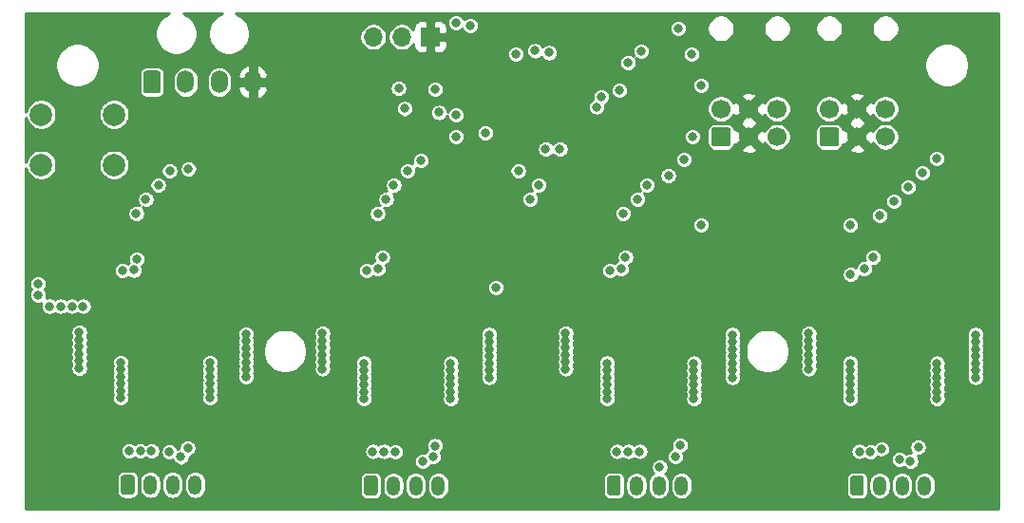
<source format=gbr>
G04 #@! TF.GenerationSoftware,KiCad,Pcbnew,(5.1.5)-3*
G04 #@! TF.CreationDate,2019-12-18T01:06:06+01:00*
G04 #@! TF.ProjectId,CarteMoteur,43617274-654d-46f7-9465-75722e6b6963,rev?*
G04 #@! TF.SameCoordinates,Original*
G04 #@! TF.FileFunction,Copper,L3,Inr*
G04 #@! TF.FilePolarity,Positive*
%FSLAX46Y46*%
G04 Gerber Fmt 4.6, Leading zero omitted, Abs format (unit mm)*
G04 Created by KiCad (PCBNEW (5.1.5)-3) date 2019-12-18 01:06:06*
%MOMM*%
%LPD*%
G04 APERTURE LIST*
%ADD10C,1.700000*%
%ADD11C,0.100000*%
%ADD12C,2.000000*%
%ADD13O,1.700000X1.700000*%
%ADD14R,1.700000X1.700000*%
%ADD15O,1.500000X2.020000*%
%ADD16O,1.200000X1.750000*%
%ADD17C,0.800000*%
%ADD18C,0.254000*%
G04 APERTURE END LIST*
D10*
X164512000Y-36390000D03*
X162012000Y-36390000D03*
X159512000Y-36390000D03*
X164512000Y-38890000D03*
X162012000Y-38890000D03*
G04 #@! TA.AperFunction,ViaPad*
D11*
G36*
X160136504Y-38041204D02*
G01*
X160160773Y-38044804D01*
X160184571Y-38050765D01*
X160207671Y-38059030D01*
X160229849Y-38069520D01*
X160250893Y-38082133D01*
X160270598Y-38096747D01*
X160288777Y-38113223D01*
X160305253Y-38131402D01*
X160319867Y-38151107D01*
X160332480Y-38172151D01*
X160342970Y-38194329D01*
X160351235Y-38217429D01*
X160357196Y-38241227D01*
X160360796Y-38265496D01*
X160362000Y-38290000D01*
X160362000Y-39490000D01*
X160360796Y-39514504D01*
X160357196Y-39538773D01*
X160351235Y-39562571D01*
X160342970Y-39585671D01*
X160332480Y-39607849D01*
X160319867Y-39628893D01*
X160305253Y-39648598D01*
X160288777Y-39666777D01*
X160270598Y-39683253D01*
X160250893Y-39697867D01*
X160229849Y-39710480D01*
X160207671Y-39720970D01*
X160184571Y-39729235D01*
X160160773Y-39735196D01*
X160136504Y-39738796D01*
X160112000Y-39740000D01*
X158912000Y-39740000D01*
X158887496Y-39738796D01*
X158863227Y-39735196D01*
X158839429Y-39729235D01*
X158816329Y-39720970D01*
X158794151Y-39710480D01*
X158773107Y-39697867D01*
X158753402Y-39683253D01*
X158735223Y-39666777D01*
X158718747Y-39648598D01*
X158704133Y-39628893D01*
X158691520Y-39607849D01*
X158681030Y-39585671D01*
X158672765Y-39562571D01*
X158666804Y-39538773D01*
X158663204Y-39514504D01*
X158662000Y-39490000D01*
X158662000Y-38290000D01*
X158663204Y-38265496D01*
X158666804Y-38241227D01*
X158672765Y-38217429D01*
X158681030Y-38194329D01*
X158691520Y-38172151D01*
X158704133Y-38151107D01*
X158718747Y-38131402D01*
X158735223Y-38113223D01*
X158753402Y-38096747D01*
X158773107Y-38082133D01*
X158794151Y-38069520D01*
X158816329Y-38059030D01*
X158839429Y-38050765D01*
X158863227Y-38044804D01*
X158887496Y-38041204D01*
X158912000Y-38040000D01*
X160112000Y-38040000D01*
X160136504Y-38041204D01*
G37*
G04 #@! TD.AperFunction*
D10*
X154860000Y-36390000D03*
X152360000Y-36390000D03*
X149860000Y-36390000D03*
X154860000Y-38890000D03*
X152360000Y-38890000D03*
G04 #@! TA.AperFunction,ViaPad*
D11*
G36*
X150484504Y-38041204D02*
G01*
X150508773Y-38044804D01*
X150532571Y-38050765D01*
X150555671Y-38059030D01*
X150577849Y-38069520D01*
X150598893Y-38082133D01*
X150618598Y-38096747D01*
X150636777Y-38113223D01*
X150653253Y-38131402D01*
X150667867Y-38151107D01*
X150680480Y-38172151D01*
X150690970Y-38194329D01*
X150699235Y-38217429D01*
X150705196Y-38241227D01*
X150708796Y-38265496D01*
X150710000Y-38290000D01*
X150710000Y-39490000D01*
X150708796Y-39514504D01*
X150705196Y-39538773D01*
X150699235Y-39562571D01*
X150690970Y-39585671D01*
X150680480Y-39607849D01*
X150667867Y-39628893D01*
X150653253Y-39648598D01*
X150636777Y-39666777D01*
X150618598Y-39683253D01*
X150598893Y-39697867D01*
X150577849Y-39710480D01*
X150555671Y-39720970D01*
X150532571Y-39729235D01*
X150508773Y-39735196D01*
X150484504Y-39738796D01*
X150460000Y-39740000D01*
X149260000Y-39740000D01*
X149235496Y-39738796D01*
X149211227Y-39735196D01*
X149187429Y-39729235D01*
X149164329Y-39720970D01*
X149142151Y-39710480D01*
X149121107Y-39697867D01*
X149101402Y-39683253D01*
X149083223Y-39666777D01*
X149066747Y-39648598D01*
X149052133Y-39628893D01*
X149039520Y-39607849D01*
X149029030Y-39585671D01*
X149020765Y-39562571D01*
X149014804Y-39538773D01*
X149011204Y-39514504D01*
X149010000Y-39490000D01*
X149010000Y-38290000D01*
X149011204Y-38265496D01*
X149014804Y-38241227D01*
X149020765Y-38217429D01*
X149029030Y-38194329D01*
X149039520Y-38172151D01*
X149052133Y-38151107D01*
X149066747Y-38131402D01*
X149083223Y-38113223D01*
X149101402Y-38096747D01*
X149121107Y-38082133D01*
X149142151Y-38069520D01*
X149164329Y-38059030D01*
X149187429Y-38050765D01*
X149211227Y-38044804D01*
X149235496Y-38041204D01*
X149260000Y-38040000D01*
X150460000Y-38040000D01*
X150484504Y-38041204D01*
G37*
G04 #@! TD.AperFunction*
D12*
X95758000Y-36902000D03*
X95758000Y-41402000D03*
X89258000Y-36902000D03*
X89258000Y-41402000D03*
D13*
X118872000Y-29972000D03*
X121412000Y-29972000D03*
D14*
X123952000Y-29972000D03*
D15*
X108150000Y-34000000D03*
X105150000Y-34000000D03*
X102150000Y-34000000D03*
G04 #@! TA.AperFunction,ViaPad*
D11*
G36*
X99674504Y-32991204D02*
G01*
X99698773Y-32994804D01*
X99722571Y-33000765D01*
X99745671Y-33009030D01*
X99767849Y-33019520D01*
X99788893Y-33032133D01*
X99808598Y-33046747D01*
X99826777Y-33063223D01*
X99843253Y-33081402D01*
X99857867Y-33101107D01*
X99870480Y-33122151D01*
X99880970Y-33144329D01*
X99889235Y-33167429D01*
X99895196Y-33191227D01*
X99898796Y-33215496D01*
X99900000Y-33240000D01*
X99900000Y-34760000D01*
X99898796Y-34784504D01*
X99895196Y-34808773D01*
X99889235Y-34832571D01*
X99880970Y-34855671D01*
X99870480Y-34877849D01*
X99857867Y-34898893D01*
X99843253Y-34918598D01*
X99826777Y-34936777D01*
X99808598Y-34953253D01*
X99788893Y-34967867D01*
X99767849Y-34980480D01*
X99745671Y-34990970D01*
X99722571Y-34999235D01*
X99698773Y-35005196D01*
X99674504Y-35008796D01*
X99650000Y-35010000D01*
X98650000Y-35010000D01*
X98625496Y-35008796D01*
X98601227Y-35005196D01*
X98577429Y-34999235D01*
X98554329Y-34990970D01*
X98532151Y-34980480D01*
X98511107Y-34967867D01*
X98491402Y-34953253D01*
X98473223Y-34936777D01*
X98456747Y-34918598D01*
X98442133Y-34898893D01*
X98429520Y-34877849D01*
X98419030Y-34855671D01*
X98410765Y-34832571D01*
X98404804Y-34808773D01*
X98401204Y-34784504D01*
X98400000Y-34760000D01*
X98400000Y-33240000D01*
X98401204Y-33215496D01*
X98404804Y-33191227D01*
X98410765Y-33167429D01*
X98419030Y-33144329D01*
X98429520Y-33122151D01*
X98442133Y-33101107D01*
X98456747Y-33081402D01*
X98473223Y-33063223D01*
X98491402Y-33046747D01*
X98511107Y-33032133D01*
X98532151Y-33019520D01*
X98554329Y-33009030D01*
X98577429Y-33000765D01*
X98601227Y-32994804D01*
X98625496Y-32991204D01*
X98650000Y-32990000D01*
X99650000Y-32990000D01*
X99674504Y-32991204D01*
G37*
G04 #@! TD.AperFunction*
D16*
X168000000Y-70000000D03*
X166000000Y-70000000D03*
X164000000Y-70000000D03*
G04 #@! TA.AperFunction,ViaPad*
D11*
G36*
X162374505Y-69126204D02*
G01*
X162398773Y-69129804D01*
X162422572Y-69135765D01*
X162445671Y-69144030D01*
X162467850Y-69154520D01*
X162488893Y-69167132D01*
X162508599Y-69181747D01*
X162526777Y-69198223D01*
X162543253Y-69216401D01*
X162557868Y-69236107D01*
X162570480Y-69257150D01*
X162580970Y-69279329D01*
X162589235Y-69302428D01*
X162595196Y-69326227D01*
X162598796Y-69350495D01*
X162600000Y-69374999D01*
X162600000Y-70625001D01*
X162598796Y-70649505D01*
X162595196Y-70673773D01*
X162589235Y-70697572D01*
X162580970Y-70720671D01*
X162570480Y-70742850D01*
X162557868Y-70763893D01*
X162543253Y-70783599D01*
X162526777Y-70801777D01*
X162508599Y-70818253D01*
X162488893Y-70832868D01*
X162467850Y-70845480D01*
X162445671Y-70855970D01*
X162422572Y-70864235D01*
X162398773Y-70870196D01*
X162374505Y-70873796D01*
X162350001Y-70875000D01*
X161649999Y-70875000D01*
X161625495Y-70873796D01*
X161601227Y-70870196D01*
X161577428Y-70864235D01*
X161554329Y-70855970D01*
X161532150Y-70845480D01*
X161511107Y-70832868D01*
X161491401Y-70818253D01*
X161473223Y-70801777D01*
X161456747Y-70783599D01*
X161442132Y-70763893D01*
X161429520Y-70742850D01*
X161419030Y-70720671D01*
X161410765Y-70697572D01*
X161404804Y-70673773D01*
X161401204Y-70649505D01*
X161400000Y-70625001D01*
X161400000Y-69374999D01*
X161401204Y-69350495D01*
X161404804Y-69326227D01*
X161410765Y-69302428D01*
X161419030Y-69279329D01*
X161429520Y-69257150D01*
X161442132Y-69236107D01*
X161456747Y-69216401D01*
X161473223Y-69198223D01*
X161491401Y-69181747D01*
X161511107Y-69167132D01*
X161532150Y-69154520D01*
X161554329Y-69144030D01*
X161577428Y-69135765D01*
X161601227Y-69129804D01*
X161625495Y-69126204D01*
X161649999Y-69125000D01*
X162350001Y-69125000D01*
X162374505Y-69126204D01*
G37*
G04 #@! TD.AperFunction*
D16*
X146328000Y-70000000D03*
X144328000Y-70000000D03*
X142328000Y-70000000D03*
G04 #@! TA.AperFunction,ViaPad*
D11*
G36*
X140702505Y-69126204D02*
G01*
X140726773Y-69129804D01*
X140750572Y-69135765D01*
X140773671Y-69144030D01*
X140795850Y-69154520D01*
X140816893Y-69167132D01*
X140836599Y-69181747D01*
X140854777Y-69198223D01*
X140871253Y-69216401D01*
X140885868Y-69236107D01*
X140898480Y-69257150D01*
X140908970Y-69279329D01*
X140917235Y-69302428D01*
X140923196Y-69326227D01*
X140926796Y-69350495D01*
X140928000Y-69374999D01*
X140928000Y-70625001D01*
X140926796Y-70649505D01*
X140923196Y-70673773D01*
X140917235Y-70697572D01*
X140908970Y-70720671D01*
X140898480Y-70742850D01*
X140885868Y-70763893D01*
X140871253Y-70783599D01*
X140854777Y-70801777D01*
X140836599Y-70818253D01*
X140816893Y-70832868D01*
X140795850Y-70845480D01*
X140773671Y-70855970D01*
X140750572Y-70864235D01*
X140726773Y-70870196D01*
X140702505Y-70873796D01*
X140678001Y-70875000D01*
X139977999Y-70875000D01*
X139953495Y-70873796D01*
X139929227Y-70870196D01*
X139905428Y-70864235D01*
X139882329Y-70855970D01*
X139860150Y-70845480D01*
X139839107Y-70832868D01*
X139819401Y-70818253D01*
X139801223Y-70801777D01*
X139784747Y-70783599D01*
X139770132Y-70763893D01*
X139757520Y-70742850D01*
X139747030Y-70720671D01*
X139738765Y-70697572D01*
X139732804Y-70673773D01*
X139729204Y-70649505D01*
X139728000Y-70625001D01*
X139728000Y-69374999D01*
X139729204Y-69350495D01*
X139732804Y-69326227D01*
X139738765Y-69302428D01*
X139747030Y-69279329D01*
X139757520Y-69257150D01*
X139770132Y-69236107D01*
X139784747Y-69216401D01*
X139801223Y-69198223D01*
X139819401Y-69181747D01*
X139839107Y-69167132D01*
X139860150Y-69154520D01*
X139882329Y-69144030D01*
X139905428Y-69135765D01*
X139929227Y-69129804D01*
X139953495Y-69126204D01*
X139977999Y-69125000D01*
X140678001Y-69125000D01*
X140702505Y-69126204D01*
G37*
G04 #@! TD.AperFunction*
D16*
X124656000Y-70000000D03*
X122656000Y-70000000D03*
X120656000Y-70000000D03*
G04 #@! TA.AperFunction,ViaPad*
D11*
G36*
X119030505Y-69126204D02*
G01*
X119054773Y-69129804D01*
X119078572Y-69135765D01*
X119101671Y-69144030D01*
X119123850Y-69154520D01*
X119144893Y-69167132D01*
X119164599Y-69181747D01*
X119182777Y-69198223D01*
X119199253Y-69216401D01*
X119213868Y-69236107D01*
X119226480Y-69257150D01*
X119236970Y-69279329D01*
X119245235Y-69302428D01*
X119251196Y-69326227D01*
X119254796Y-69350495D01*
X119256000Y-69374999D01*
X119256000Y-70625001D01*
X119254796Y-70649505D01*
X119251196Y-70673773D01*
X119245235Y-70697572D01*
X119236970Y-70720671D01*
X119226480Y-70742850D01*
X119213868Y-70763893D01*
X119199253Y-70783599D01*
X119182777Y-70801777D01*
X119164599Y-70818253D01*
X119144893Y-70832868D01*
X119123850Y-70845480D01*
X119101671Y-70855970D01*
X119078572Y-70864235D01*
X119054773Y-70870196D01*
X119030505Y-70873796D01*
X119006001Y-70875000D01*
X118305999Y-70875000D01*
X118281495Y-70873796D01*
X118257227Y-70870196D01*
X118233428Y-70864235D01*
X118210329Y-70855970D01*
X118188150Y-70845480D01*
X118167107Y-70832868D01*
X118147401Y-70818253D01*
X118129223Y-70801777D01*
X118112747Y-70783599D01*
X118098132Y-70763893D01*
X118085520Y-70742850D01*
X118075030Y-70720671D01*
X118066765Y-70697572D01*
X118060804Y-70673773D01*
X118057204Y-70649505D01*
X118056000Y-70625001D01*
X118056000Y-69374999D01*
X118057204Y-69350495D01*
X118060804Y-69326227D01*
X118066765Y-69302428D01*
X118075030Y-69279329D01*
X118085520Y-69257150D01*
X118098132Y-69236107D01*
X118112747Y-69216401D01*
X118129223Y-69198223D01*
X118147401Y-69181747D01*
X118167107Y-69167132D01*
X118188150Y-69154520D01*
X118210329Y-69144030D01*
X118233428Y-69135765D01*
X118257227Y-69129804D01*
X118281495Y-69126204D01*
X118305999Y-69125000D01*
X119006001Y-69125000D01*
X119030505Y-69126204D01*
G37*
G04 #@! TD.AperFunction*
D16*
X102984000Y-69926000D03*
X100984000Y-69926000D03*
X98984000Y-69926000D03*
G04 #@! TA.AperFunction,ViaPad*
D11*
G36*
X97358505Y-69052204D02*
G01*
X97382773Y-69055804D01*
X97406572Y-69061765D01*
X97429671Y-69070030D01*
X97451850Y-69080520D01*
X97472893Y-69093132D01*
X97492599Y-69107747D01*
X97510777Y-69124223D01*
X97527253Y-69142401D01*
X97541868Y-69162107D01*
X97554480Y-69183150D01*
X97564970Y-69205329D01*
X97573235Y-69228428D01*
X97579196Y-69252227D01*
X97582796Y-69276495D01*
X97584000Y-69300999D01*
X97584000Y-70551001D01*
X97582796Y-70575505D01*
X97579196Y-70599773D01*
X97573235Y-70623572D01*
X97564970Y-70646671D01*
X97554480Y-70668850D01*
X97541868Y-70689893D01*
X97527253Y-70709599D01*
X97510777Y-70727777D01*
X97492599Y-70744253D01*
X97472893Y-70758868D01*
X97451850Y-70771480D01*
X97429671Y-70781970D01*
X97406572Y-70790235D01*
X97382773Y-70796196D01*
X97358505Y-70799796D01*
X97334001Y-70801000D01*
X96633999Y-70801000D01*
X96609495Y-70799796D01*
X96585227Y-70796196D01*
X96561428Y-70790235D01*
X96538329Y-70781970D01*
X96516150Y-70771480D01*
X96495107Y-70758868D01*
X96475401Y-70744253D01*
X96457223Y-70727777D01*
X96440747Y-70709599D01*
X96426132Y-70689893D01*
X96413520Y-70668850D01*
X96403030Y-70646671D01*
X96394765Y-70623572D01*
X96388804Y-70599773D01*
X96385204Y-70575505D01*
X96384000Y-70551001D01*
X96384000Y-69300999D01*
X96385204Y-69276495D01*
X96388804Y-69252227D01*
X96394765Y-69228428D01*
X96403030Y-69205329D01*
X96413520Y-69183150D01*
X96426132Y-69162107D01*
X96440747Y-69142401D01*
X96457223Y-69124223D01*
X96475401Y-69107747D01*
X96495107Y-69093132D01*
X96516150Y-69080520D01*
X96538329Y-69070030D01*
X96561428Y-69061765D01*
X96585227Y-69055804D01*
X96609495Y-69052204D01*
X96633999Y-69051000D01*
X97334001Y-69051000D01*
X97358505Y-69052204D01*
G37*
G04 #@! TD.AperFunction*
D17*
X93000000Y-54000000D03*
X92000000Y-54000000D03*
X91000000Y-54000000D03*
X90000000Y-54000000D03*
X89000000Y-53000000D03*
X89000000Y-52000000D03*
X93301000Y-48336000D03*
X106255000Y-47066000D03*
X95510010Y-53543000D03*
X89745000Y-66370000D03*
X90380000Y-66370000D03*
X90380000Y-67005000D03*
X89745000Y-67005000D03*
X89745000Y-67640000D03*
X90380000Y-67640000D03*
X90380000Y-68275000D03*
X89745000Y-68275000D03*
X114973000Y-48410000D03*
X127927000Y-47140000D03*
X117182010Y-53617000D03*
X111417000Y-67714000D03*
X112052000Y-67714000D03*
X112052000Y-68349000D03*
X111417000Y-68349000D03*
X123482000Y-51839000D03*
X136645000Y-48410000D03*
X149599000Y-47140000D03*
X138854010Y-53617000D03*
X133089000Y-66444000D03*
X133724000Y-66444000D03*
X133724000Y-67079000D03*
X133089000Y-67079000D03*
X133089000Y-67714000D03*
X133724000Y-67714000D03*
X133724000Y-68349000D03*
X133089000Y-68349000D03*
X160526010Y-53617000D03*
X154761000Y-66444000D03*
X155396000Y-66444000D03*
X155396000Y-67079000D03*
X154761000Y-67079000D03*
X154761000Y-67714000D03*
X155396000Y-67714000D03*
X155396000Y-68349000D03*
X154761000Y-68349000D03*
X166826000Y-51839000D03*
X172720000Y-69088000D03*
X173482000Y-69088000D03*
X172720000Y-69850000D03*
X173482000Y-69850000D03*
X172720000Y-70612000D03*
X173482000Y-70612000D03*
X173482000Y-71374000D03*
X172720000Y-71374000D03*
X137160000Y-38608000D03*
X158317000Y-48410000D03*
X99992289Y-67915022D03*
X121440843Y-68104828D03*
X143303652Y-67949348D03*
X145122990Y-51839000D03*
X164607330Y-67652990D03*
X171250000Y-47250000D03*
X112052000Y-67079000D03*
X111417000Y-67079000D03*
X109728000Y-32512000D03*
X109728000Y-33020000D03*
X109728000Y-35052000D03*
X109728000Y-35560000D03*
X109728000Y-36068000D03*
X110236000Y-35560000D03*
X110236000Y-35052000D03*
X110236000Y-34544000D03*
X110236000Y-34036000D03*
X110236000Y-33528000D03*
X110236000Y-33020000D03*
X110236000Y-32512000D03*
X109220000Y-35560000D03*
X107696000Y-36068000D03*
X108204000Y-36068000D03*
X108712000Y-36068000D03*
X109220000Y-36068000D03*
X107696000Y-36576000D03*
X108204000Y-36576000D03*
X108712000Y-36576000D03*
X109220000Y-36576000D03*
X107188000Y-36068000D03*
X109728000Y-33528000D03*
X109728000Y-34036000D03*
X109728000Y-34544000D03*
X101593625Y-51493072D03*
X128798967Y-30195431D03*
X97746000Y-45720022D03*
X119679583Y-49619040D03*
X141351583Y-49619040D03*
X141116985Y-45720000D03*
X163423582Y-49619040D03*
X97794666Y-49799933D03*
X119260002Y-45750000D03*
X163999693Y-45919693D03*
X148082000Y-34290000D03*
X142748000Y-31241978D03*
X121119990Y-34544000D03*
X147320000Y-38862000D03*
X99710010Y-43180000D03*
X141598000Y-66952000D03*
X120690989Y-43222881D03*
X133604000Y-43180000D03*
X98099540Y-66875592D03*
X119828282Y-66949582D03*
X163183258Y-66964941D03*
X143256000Y-43180000D03*
X166539693Y-43379693D03*
X98594676Y-44450000D03*
X140582000Y-66952000D03*
X120009758Y-44450000D03*
X142433312Y-44450000D03*
X132842000Y-44450000D03*
X97099532Y-66878290D03*
X118828274Y-66952215D03*
X162183340Y-66951200D03*
X165269697Y-44649689D03*
X121919978Y-41910000D03*
X142614000Y-66952000D03*
X99099324Y-66896917D03*
X100725782Y-41913167D03*
X131800510Y-41910000D03*
X120827988Y-66974322D03*
X164161585Y-66757817D03*
X167809693Y-42109693D03*
X145170473Y-42322073D03*
X124360428Y-66437364D03*
X146196011Y-66381291D03*
X123107755Y-41021000D03*
X167438882Y-66564417D03*
X102323990Y-66635141D03*
X102393635Y-41737750D03*
X169079693Y-40839693D03*
X146558000Y-40894001D03*
X124375872Y-34655016D03*
X101728536Y-67438535D03*
X133293419Y-31203990D03*
X97540711Y-50767162D03*
X127508000Y-28956014D03*
X96504555Y-50825211D03*
X126238000Y-28702010D03*
X104305010Y-60909000D03*
X104305010Y-59639000D03*
X104305010Y-60274000D03*
X104305010Y-59004000D03*
X104305010Y-61544000D03*
X104305010Y-62179000D03*
X107525000Y-56464000D03*
X107525000Y-57099000D03*
X107525000Y-57734000D03*
X107525000Y-58369000D03*
X107525000Y-59004000D03*
X107525000Y-59639000D03*
X107525000Y-60274000D03*
X96349000Y-59004000D03*
X96349000Y-59639000D03*
X96349000Y-60274000D03*
X96349000Y-60909000D03*
X96349000Y-61544000D03*
X96349000Y-62179000D03*
X92666000Y-56337000D03*
X92666000Y-56972000D03*
X92666000Y-57607000D03*
X92666000Y-58242000D03*
X92666000Y-58877000D03*
X92666000Y-59512000D03*
X125768000Y-59078000D03*
X125768000Y-59713000D03*
X125768000Y-60348000D03*
X125768000Y-60983000D03*
X125768000Y-61618000D03*
X125768000Y-62253000D03*
X129197000Y-56538000D03*
X129197000Y-57173000D03*
X129197000Y-57808000D03*
X129197000Y-58443000D03*
X129197000Y-59078000D03*
X129197000Y-59713000D03*
X129197000Y-60348000D03*
X118021000Y-59078000D03*
X118021000Y-59713000D03*
X118021000Y-60348000D03*
X118021000Y-60983000D03*
X118021000Y-61618000D03*
X118021000Y-62253000D03*
X114338000Y-56411000D03*
X114338000Y-57046000D03*
X114338000Y-57681000D03*
X114338000Y-58316000D03*
X114338000Y-58951000D03*
X114338000Y-59586000D03*
X147440000Y-62253000D03*
X147440000Y-61618000D03*
X147440000Y-60983000D03*
X147440000Y-59078000D03*
X147440000Y-60348000D03*
X147440000Y-59713000D03*
X150869000Y-56538000D03*
X150869000Y-57173000D03*
X150869000Y-57808000D03*
X150869000Y-58443000D03*
X150869000Y-59078000D03*
X150869000Y-59713000D03*
X150869000Y-60348000D03*
X139693000Y-59078000D03*
X139693000Y-59713000D03*
X139693000Y-60348000D03*
X139693000Y-60983000D03*
X139693000Y-61618000D03*
X139693000Y-62253000D03*
X136010000Y-56411000D03*
X136010000Y-57046000D03*
X136010000Y-57681000D03*
X136010000Y-58316000D03*
X136010000Y-58951000D03*
X136010000Y-59586000D03*
X169112000Y-59078000D03*
X169112000Y-59713000D03*
X169112000Y-60348000D03*
X169112000Y-60983000D03*
X169112000Y-61618000D03*
X169112000Y-62253000D03*
X172541000Y-56538000D03*
X172541000Y-57173000D03*
X172541000Y-57808000D03*
X172541000Y-58443000D03*
X172541000Y-59078000D03*
X172541000Y-59713000D03*
X172541000Y-60348000D03*
X161365000Y-59078000D03*
X161365000Y-59713000D03*
X161365000Y-60348000D03*
X161365000Y-60983000D03*
X161365000Y-61618000D03*
X161365000Y-62253000D03*
X157682000Y-56411000D03*
X157682000Y-57046000D03*
X157682000Y-57681000D03*
X157682000Y-58316000D03*
X157682000Y-58951000D03*
X157682000Y-59586000D03*
X129794000Y-52324000D03*
X123286844Y-67830924D03*
X119279572Y-50672957D03*
X126238000Y-36957000D03*
X118275000Y-50823000D03*
X124734445Y-36708561D03*
X145796000Y-67437000D03*
X138798214Y-36225215D03*
X140951572Y-50672957D03*
X135509000Y-40005000D03*
X139947000Y-50823000D03*
X134239000Y-40005000D03*
X166751000Y-67818000D03*
X140808435Y-34751820D03*
X147234989Y-31526375D03*
X162623572Y-50672957D03*
X141588149Y-32263237D03*
X121672714Y-36365673D03*
X161417000Y-51181000D03*
X161394715Y-46766806D03*
X126238000Y-38862000D03*
X146050000Y-29210000D03*
X165761039Y-67676577D03*
X139192000Y-35306000D03*
X148082014Y-46736000D03*
X144399000Y-68326000D03*
X124206049Y-67430913D03*
X128849998Y-38540000D03*
X100699336Y-66975036D03*
X134533884Y-31382045D03*
X131572000Y-31496000D03*
D18*
G36*
X100410907Y-28016624D02*
G01*
X100103482Y-28222039D01*
X99842039Y-28483482D01*
X99636624Y-28790907D01*
X99495132Y-29132499D01*
X99423000Y-29495132D01*
X99423000Y-29864868D01*
X99495132Y-30227501D01*
X99636624Y-30569093D01*
X99842039Y-30876518D01*
X100103482Y-31137961D01*
X100410907Y-31343376D01*
X100752499Y-31484868D01*
X101115132Y-31557000D01*
X101484868Y-31557000D01*
X101847501Y-31484868D01*
X102189093Y-31343376D01*
X102496518Y-31137961D01*
X102757961Y-30876518D01*
X102963376Y-30569093D01*
X103104868Y-30227501D01*
X103177000Y-29864868D01*
X103177000Y-29495132D01*
X103104868Y-29132499D01*
X102963376Y-28790907D01*
X102757961Y-28483482D01*
X102496518Y-28222039D01*
X102189093Y-28016624D01*
X101912366Y-27902000D01*
X105387634Y-27902000D01*
X105110907Y-28016624D01*
X104803482Y-28222039D01*
X104542039Y-28483482D01*
X104336624Y-28790907D01*
X104195132Y-29132499D01*
X104123000Y-29495132D01*
X104123000Y-29864868D01*
X104195132Y-30227501D01*
X104336624Y-30569093D01*
X104542039Y-30876518D01*
X104803482Y-31137961D01*
X105110907Y-31343376D01*
X105452499Y-31484868D01*
X105815132Y-31557000D01*
X106184868Y-31557000D01*
X106547501Y-31484868D01*
X106889093Y-31343376D01*
X107196518Y-31137961D01*
X107457961Y-30876518D01*
X107663376Y-30569093D01*
X107804868Y-30227501D01*
X107877000Y-29864868D01*
X107877000Y-29851151D01*
X117645000Y-29851151D01*
X117645000Y-30092849D01*
X117692153Y-30329903D01*
X117784647Y-30553202D01*
X117918927Y-30754167D01*
X118089833Y-30925073D01*
X118290798Y-31059353D01*
X118514097Y-31151847D01*
X118751151Y-31199000D01*
X118992849Y-31199000D01*
X119229903Y-31151847D01*
X119453202Y-31059353D01*
X119654167Y-30925073D01*
X119825073Y-30754167D01*
X119959353Y-30553202D01*
X120051847Y-30329903D01*
X120099000Y-30092849D01*
X120099000Y-29851151D01*
X120185000Y-29851151D01*
X120185000Y-30092849D01*
X120232153Y-30329903D01*
X120324647Y-30553202D01*
X120458927Y-30754167D01*
X120629833Y-30925073D01*
X120830798Y-31059353D01*
X121054097Y-31151847D01*
X121291151Y-31199000D01*
X121532849Y-31199000D01*
X121769903Y-31151847D01*
X121993202Y-31059353D01*
X122194167Y-30925073D01*
X122365073Y-30754167D01*
X122465530Y-30603821D01*
X122463928Y-30822000D01*
X122476188Y-30946482D01*
X122512498Y-31066180D01*
X122571463Y-31176494D01*
X122650815Y-31273185D01*
X122747506Y-31352537D01*
X122857820Y-31411502D01*
X122977518Y-31447812D01*
X123102000Y-31460072D01*
X123520250Y-31457000D01*
X123679000Y-31298250D01*
X123679000Y-30245000D01*
X124225000Y-30245000D01*
X124225000Y-31298250D01*
X124383750Y-31457000D01*
X124802000Y-31460072D01*
X124926482Y-31447812D01*
X125019906Y-31419472D01*
X130795000Y-31419472D01*
X130795000Y-31572528D01*
X130824859Y-31722643D01*
X130883431Y-31864048D01*
X130968464Y-31991309D01*
X131076691Y-32099536D01*
X131203952Y-32184569D01*
X131345357Y-32243141D01*
X131495472Y-32273000D01*
X131648528Y-32273000D01*
X131798643Y-32243141D01*
X131934881Y-32186709D01*
X140811149Y-32186709D01*
X140811149Y-32339765D01*
X140841008Y-32489880D01*
X140899580Y-32631285D01*
X140984613Y-32758546D01*
X141092840Y-32866773D01*
X141220101Y-32951806D01*
X141361506Y-33010378D01*
X141511621Y-33040237D01*
X141664677Y-33040237D01*
X141814792Y-33010378D01*
X141956197Y-32951806D01*
X142083458Y-32866773D01*
X142191685Y-32758546D01*
X142276718Y-32631285D01*
X142335290Y-32489880D01*
X142365149Y-32339765D01*
X142365149Y-32305282D01*
X168023000Y-32305282D01*
X168023000Y-32694718D01*
X168098975Y-33076670D01*
X168248005Y-33436461D01*
X168464364Y-33760264D01*
X168739736Y-34035636D01*
X169063539Y-34251995D01*
X169423330Y-34401025D01*
X169805282Y-34477000D01*
X170194718Y-34477000D01*
X170576670Y-34401025D01*
X170936461Y-34251995D01*
X171260264Y-34035636D01*
X171535636Y-33760264D01*
X171751995Y-33436461D01*
X171901025Y-33076670D01*
X171977000Y-32694718D01*
X171977000Y-32305282D01*
X171901025Y-31923330D01*
X171751995Y-31563539D01*
X171535636Y-31239736D01*
X171260264Y-30964364D01*
X170936461Y-30748005D01*
X170576670Y-30598975D01*
X170194718Y-30523000D01*
X169805282Y-30523000D01*
X169423330Y-30598975D01*
X169063539Y-30748005D01*
X168739736Y-30964364D01*
X168464364Y-31239736D01*
X168248005Y-31563539D01*
X168098975Y-31923330D01*
X168023000Y-32305282D01*
X142365149Y-32305282D01*
X142365149Y-32186709D01*
X142335290Y-32036594D01*
X142276718Y-31895189D01*
X142225072Y-31817895D01*
X142252691Y-31845514D01*
X142379952Y-31930547D01*
X142521357Y-31989119D01*
X142671472Y-32018978D01*
X142824528Y-32018978D01*
X142974643Y-31989119D01*
X143116048Y-31930547D01*
X143243309Y-31845514D01*
X143351536Y-31737287D01*
X143436569Y-31610026D01*
X143495141Y-31468621D01*
X143498875Y-31449847D01*
X146457989Y-31449847D01*
X146457989Y-31602903D01*
X146487848Y-31753018D01*
X146546420Y-31894423D01*
X146631453Y-32021684D01*
X146739680Y-32129911D01*
X146866941Y-32214944D01*
X147008346Y-32273516D01*
X147158461Y-32303375D01*
X147311517Y-32303375D01*
X147461632Y-32273516D01*
X147603037Y-32214944D01*
X147730298Y-32129911D01*
X147838525Y-32021684D01*
X147923558Y-31894423D01*
X147982130Y-31753018D01*
X148011989Y-31602903D01*
X148011989Y-31449847D01*
X147982130Y-31299732D01*
X147923558Y-31158327D01*
X147838525Y-31031066D01*
X147730298Y-30922839D01*
X147603037Y-30837806D01*
X147461632Y-30779234D01*
X147311517Y-30749375D01*
X147158461Y-30749375D01*
X147008346Y-30779234D01*
X146866941Y-30837806D01*
X146739680Y-30922839D01*
X146631453Y-31031066D01*
X146546420Y-31158327D01*
X146487848Y-31299732D01*
X146457989Y-31449847D01*
X143498875Y-31449847D01*
X143525000Y-31318506D01*
X143525000Y-31165450D01*
X143495141Y-31015335D01*
X143436569Y-30873930D01*
X143351536Y-30746669D01*
X143243309Y-30638442D01*
X143116048Y-30553409D01*
X142974643Y-30494837D01*
X142824528Y-30464978D01*
X142671472Y-30464978D01*
X142521357Y-30494837D01*
X142379952Y-30553409D01*
X142252691Y-30638442D01*
X142144464Y-30746669D01*
X142059431Y-30873930D01*
X142000859Y-31015335D01*
X141971000Y-31165450D01*
X141971000Y-31318506D01*
X142000859Y-31468621D01*
X142059431Y-31610026D01*
X142111077Y-31687320D01*
X142083458Y-31659701D01*
X141956197Y-31574668D01*
X141814792Y-31516096D01*
X141664677Y-31486237D01*
X141511621Y-31486237D01*
X141361506Y-31516096D01*
X141220101Y-31574668D01*
X141092840Y-31659701D01*
X140984613Y-31767928D01*
X140899580Y-31895189D01*
X140841008Y-32036594D01*
X140811149Y-32186709D01*
X131934881Y-32186709D01*
X131940048Y-32184569D01*
X132067309Y-32099536D01*
X132175536Y-31991309D01*
X132260569Y-31864048D01*
X132319141Y-31722643D01*
X132349000Y-31572528D01*
X132349000Y-31419472D01*
X132319141Y-31269357D01*
X132260569Y-31127952D01*
X132260242Y-31127462D01*
X132516419Y-31127462D01*
X132516419Y-31280518D01*
X132546278Y-31430633D01*
X132604850Y-31572038D01*
X132689883Y-31699299D01*
X132798110Y-31807526D01*
X132925371Y-31892559D01*
X133066776Y-31951131D01*
X133216891Y-31980990D01*
X133369947Y-31980990D01*
X133520062Y-31951131D01*
X133661467Y-31892559D01*
X133788728Y-31807526D01*
X133845654Y-31750600D01*
X133930348Y-31877354D01*
X134038575Y-31985581D01*
X134165836Y-32070614D01*
X134307241Y-32129186D01*
X134457356Y-32159045D01*
X134610412Y-32159045D01*
X134760527Y-32129186D01*
X134901932Y-32070614D01*
X135029193Y-31985581D01*
X135137420Y-31877354D01*
X135222453Y-31750093D01*
X135281025Y-31608688D01*
X135310884Y-31458573D01*
X135310884Y-31305517D01*
X135281025Y-31155402D01*
X135222453Y-31013997D01*
X135137420Y-30886736D01*
X135029193Y-30778509D01*
X134901932Y-30693476D01*
X134760527Y-30634904D01*
X134610412Y-30605045D01*
X134457356Y-30605045D01*
X134307241Y-30634904D01*
X134165836Y-30693476D01*
X134038575Y-30778509D01*
X133981649Y-30835435D01*
X133896955Y-30708681D01*
X133788728Y-30600454D01*
X133661467Y-30515421D01*
X133520062Y-30456849D01*
X133369947Y-30426990D01*
X133216891Y-30426990D01*
X133066776Y-30456849D01*
X132925371Y-30515421D01*
X132798110Y-30600454D01*
X132689883Y-30708681D01*
X132604850Y-30835942D01*
X132546278Y-30977347D01*
X132516419Y-31127462D01*
X132260242Y-31127462D01*
X132175536Y-31000691D01*
X132067309Y-30892464D01*
X131940048Y-30807431D01*
X131798643Y-30748859D01*
X131648528Y-30719000D01*
X131495472Y-30719000D01*
X131345357Y-30748859D01*
X131203952Y-30807431D01*
X131076691Y-30892464D01*
X130968464Y-31000691D01*
X130883431Y-31127952D01*
X130824859Y-31269357D01*
X130795000Y-31419472D01*
X125019906Y-31419472D01*
X125046180Y-31411502D01*
X125156494Y-31352537D01*
X125253185Y-31273185D01*
X125332537Y-31176494D01*
X125391502Y-31066180D01*
X125427812Y-30946482D01*
X125440072Y-30822000D01*
X125437000Y-30403750D01*
X125278250Y-30245000D01*
X124225000Y-30245000D01*
X123679000Y-30245000D01*
X123659000Y-30245000D01*
X123659000Y-29699000D01*
X123679000Y-29699000D01*
X123679000Y-28645750D01*
X124225000Y-28645750D01*
X124225000Y-29699000D01*
X125278250Y-29699000D01*
X125437000Y-29540250D01*
X125440072Y-29122000D01*
X125427812Y-28997518D01*
X125391502Y-28877820D01*
X125332537Y-28767506D01*
X125253185Y-28670815D01*
X125197947Y-28625482D01*
X125461000Y-28625482D01*
X125461000Y-28778538D01*
X125490859Y-28928653D01*
X125549431Y-29070058D01*
X125634464Y-29197319D01*
X125742691Y-29305546D01*
X125869952Y-29390579D01*
X126011357Y-29449151D01*
X126161472Y-29479010D01*
X126314528Y-29479010D01*
X126464643Y-29449151D01*
X126606048Y-29390579D01*
X126733309Y-29305546D01*
X126788783Y-29250072D01*
X126819431Y-29324062D01*
X126904464Y-29451323D01*
X127012691Y-29559550D01*
X127139952Y-29644583D01*
X127281357Y-29703155D01*
X127431472Y-29733014D01*
X127584528Y-29733014D01*
X127734643Y-29703155D01*
X127876048Y-29644583D01*
X128003309Y-29559550D01*
X128111536Y-29451323D01*
X128196569Y-29324062D01*
X128255141Y-29182657D01*
X128264924Y-29133472D01*
X145273000Y-29133472D01*
X145273000Y-29286528D01*
X145302859Y-29436643D01*
X145361431Y-29578048D01*
X145446464Y-29705309D01*
X145554691Y-29813536D01*
X145681952Y-29898569D01*
X145823357Y-29957141D01*
X145973472Y-29987000D01*
X146126528Y-29987000D01*
X146276643Y-29957141D01*
X146418048Y-29898569D01*
X146545309Y-29813536D01*
X146653536Y-29705309D01*
X146738569Y-29578048D01*
X146797141Y-29436643D01*
X146827000Y-29286528D01*
X146827000Y-29133472D01*
X146818185Y-29089151D01*
X148633000Y-29089151D01*
X148633000Y-29330849D01*
X148680153Y-29567903D01*
X148772647Y-29791202D01*
X148906927Y-29992167D01*
X149077833Y-30163073D01*
X149278798Y-30297353D01*
X149502097Y-30389847D01*
X149739151Y-30437000D01*
X149980849Y-30437000D01*
X150217903Y-30389847D01*
X150441202Y-30297353D01*
X150642167Y-30163073D01*
X150813073Y-29992167D01*
X150947353Y-29791202D01*
X151039847Y-29567903D01*
X151087000Y-29330849D01*
X151087000Y-29089151D01*
X153633000Y-29089151D01*
X153633000Y-29330849D01*
X153680153Y-29567903D01*
X153772647Y-29791202D01*
X153906927Y-29992167D01*
X154077833Y-30163073D01*
X154278798Y-30297353D01*
X154502097Y-30389847D01*
X154739151Y-30437000D01*
X154980849Y-30437000D01*
X155217903Y-30389847D01*
X155441202Y-30297353D01*
X155642167Y-30163073D01*
X155813073Y-29992167D01*
X155947353Y-29791202D01*
X156039847Y-29567903D01*
X156087000Y-29330849D01*
X156087000Y-29089151D01*
X158285000Y-29089151D01*
X158285000Y-29330849D01*
X158332153Y-29567903D01*
X158424647Y-29791202D01*
X158558927Y-29992167D01*
X158729833Y-30163073D01*
X158930798Y-30297353D01*
X159154097Y-30389847D01*
X159391151Y-30437000D01*
X159632849Y-30437000D01*
X159869903Y-30389847D01*
X160093202Y-30297353D01*
X160294167Y-30163073D01*
X160465073Y-29992167D01*
X160599353Y-29791202D01*
X160691847Y-29567903D01*
X160739000Y-29330849D01*
X160739000Y-29089151D01*
X163285000Y-29089151D01*
X163285000Y-29330849D01*
X163332153Y-29567903D01*
X163424647Y-29791202D01*
X163558927Y-29992167D01*
X163729833Y-30163073D01*
X163930798Y-30297353D01*
X164154097Y-30389847D01*
X164391151Y-30437000D01*
X164632849Y-30437000D01*
X164869903Y-30389847D01*
X165093202Y-30297353D01*
X165294167Y-30163073D01*
X165465073Y-29992167D01*
X165599353Y-29791202D01*
X165691847Y-29567903D01*
X165739000Y-29330849D01*
X165739000Y-29089151D01*
X165691847Y-28852097D01*
X165599353Y-28628798D01*
X165465073Y-28427833D01*
X165294167Y-28256927D01*
X165093202Y-28122647D01*
X164869903Y-28030153D01*
X164632849Y-27983000D01*
X164391151Y-27983000D01*
X164154097Y-28030153D01*
X163930798Y-28122647D01*
X163729833Y-28256927D01*
X163558927Y-28427833D01*
X163424647Y-28628798D01*
X163332153Y-28852097D01*
X163285000Y-29089151D01*
X160739000Y-29089151D01*
X160691847Y-28852097D01*
X160599353Y-28628798D01*
X160465073Y-28427833D01*
X160294167Y-28256927D01*
X160093202Y-28122647D01*
X159869903Y-28030153D01*
X159632849Y-27983000D01*
X159391151Y-27983000D01*
X159154097Y-28030153D01*
X158930798Y-28122647D01*
X158729833Y-28256927D01*
X158558927Y-28427833D01*
X158424647Y-28628798D01*
X158332153Y-28852097D01*
X158285000Y-29089151D01*
X156087000Y-29089151D01*
X156039847Y-28852097D01*
X155947353Y-28628798D01*
X155813073Y-28427833D01*
X155642167Y-28256927D01*
X155441202Y-28122647D01*
X155217903Y-28030153D01*
X154980849Y-27983000D01*
X154739151Y-27983000D01*
X154502097Y-28030153D01*
X154278798Y-28122647D01*
X154077833Y-28256927D01*
X153906927Y-28427833D01*
X153772647Y-28628798D01*
X153680153Y-28852097D01*
X153633000Y-29089151D01*
X151087000Y-29089151D01*
X151039847Y-28852097D01*
X150947353Y-28628798D01*
X150813073Y-28427833D01*
X150642167Y-28256927D01*
X150441202Y-28122647D01*
X150217903Y-28030153D01*
X149980849Y-27983000D01*
X149739151Y-27983000D01*
X149502097Y-28030153D01*
X149278798Y-28122647D01*
X149077833Y-28256927D01*
X148906927Y-28427833D01*
X148772647Y-28628798D01*
X148680153Y-28852097D01*
X148633000Y-29089151D01*
X146818185Y-29089151D01*
X146797141Y-28983357D01*
X146738569Y-28841952D01*
X146653536Y-28714691D01*
X146545309Y-28606464D01*
X146418048Y-28521431D01*
X146276643Y-28462859D01*
X146126528Y-28433000D01*
X145973472Y-28433000D01*
X145823357Y-28462859D01*
X145681952Y-28521431D01*
X145554691Y-28606464D01*
X145446464Y-28714691D01*
X145361431Y-28841952D01*
X145302859Y-28983357D01*
X145273000Y-29133472D01*
X128264924Y-29133472D01*
X128285000Y-29032542D01*
X128285000Y-28879486D01*
X128255141Y-28729371D01*
X128196569Y-28587966D01*
X128111536Y-28460705D01*
X128003309Y-28352478D01*
X127876048Y-28267445D01*
X127734643Y-28208873D01*
X127584528Y-28179014D01*
X127431472Y-28179014D01*
X127281357Y-28208873D01*
X127139952Y-28267445D01*
X127012691Y-28352478D01*
X126957217Y-28407952D01*
X126926569Y-28333962D01*
X126841536Y-28206701D01*
X126733309Y-28098474D01*
X126606048Y-28013441D01*
X126464643Y-27954869D01*
X126314528Y-27925010D01*
X126161472Y-27925010D01*
X126011357Y-27954869D01*
X125869952Y-28013441D01*
X125742691Y-28098474D01*
X125634464Y-28206701D01*
X125549431Y-28333962D01*
X125490859Y-28475367D01*
X125461000Y-28625482D01*
X125197947Y-28625482D01*
X125156494Y-28591463D01*
X125046180Y-28532498D01*
X124926482Y-28496188D01*
X124802000Y-28483928D01*
X124383750Y-28487000D01*
X124225000Y-28645750D01*
X123679000Y-28645750D01*
X123520250Y-28487000D01*
X123102000Y-28483928D01*
X122977518Y-28496188D01*
X122857820Y-28532498D01*
X122747506Y-28591463D01*
X122650815Y-28670815D01*
X122571463Y-28767506D01*
X122512498Y-28877820D01*
X122476188Y-28997518D01*
X122463928Y-29122000D01*
X122465530Y-29340179D01*
X122365073Y-29189833D01*
X122194167Y-29018927D01*
X121993202Y-28884647D01*
X121769903Y-28792153D01*
X121532849Y-28745000D01*
X121291151Y-28745000D01*
X121054097Y-28792153D01*
X120830798Y-28884647D01*
X120629833Y-29018927D01*
X120458927Y-29189833D01*
X120324647Y-29390798D01*
X120232153Y-29614097D01*
X120185000Y-29851151D01*
X120099000Y-29851151D01*
X120051847Y-29614097D01*
X119959353Y-29390798D01*
X119825073Y-29189833D01*
X119654167Y-29018927D01*
X119453202Y-28884647D01*
X119229903Y-28792153D01*
X118992849Y-28745000D01*
X118751151Y-28745000D01*
X118514097Y-28792153D01*
X118290798Y-28884647D01*
X118089833Y-29018927D01*
X117918927Y-29189833D01*
X117784647Y-29390798D01*
X117692153Y-29614097D01*
X117645000Y-29851151D01*
X107877000Y-29851151D01*
X107877000Y-29495132D01*
X107804868Y-29132499D01*
X107663376Y-28790907D01*
X107457961Y-28483482D01*
X107196518Y-28222039D01*
X106889093Y-28016624D01*
X106612366Y-27902000D01*
X174598001Y-27902000D01*
X174598000Y-72098000D01*
X87902000Y-72098000D01*
X87902000Y-69300999D01*
X96005176Y-69300999D01*
X96005176Y-70551001D01*
X96017259Y-70673678D01*
X96053042Y-70791641D01*
X96111152Y-70900356D01*
X96189354Y-70995646D01*
X96284644Y-71073848D01*
X96393359Y-71131958D01*
X96511322Y-71167741D01*
X96633999Y-71179824D01*
X97334001Y-71179824D01*
X97456678Y-71167741D01*
X97574641Y-71131958D01*
X97683356Y-71073848D01*
X97778646Y-70995646D01*
X97856848Y-70900356D01*
X97914958Y-70791641D01*
X97950741Y-70673678D01*
X97962824Y-70551001D01*
X97962824Y-69603008D01*
X98007000Y-69603008D01*
X98007000Y-70248993D01*
X98021137Y-70392525D01*
X98077003Y-70576691D01*
X98167725Y-70746418D01*
X98289815Y-70895186D01*
X98438583Y-71017276D01*
X98608310Y-71107997D01*
X98792476Y-71163863D01*
X98984000Y-71182727D01*
X99175525Y-71163863D01*
X99359691Y-71107997D01*
X99529418Y-71017276D01*
X99678186Y-70895186D01*
X99800276Y-70746418D01*
X99890997Y-70576691D01*
X99946863Y-70392524D01*
X99961000Y-70248992D01*
X99961000Y-69603008D01*
X100007000Y-69603008D01*
X100007000Y-70248993D01*
X100021137Y-70392525D01*
X100077003Y-70576691D01*
X100167725Y-70746418D01*
X100289815Y-70895186D01*
X100438583Y-71017276D01*
X100608310Y-71107997D01*
X100792476Y-71163863D01*
X100984000Y-71182727D01*
X101175525Y-71163863D01*
X101359691Y-71107997D01*
X101529418Y-71017276D01*
X101678186Y-70895186D01*
X101800276Y-70746418D01*
X101890997Y-70576691D01*
X101946863Y-70392524D01*
X101961000Y-70248992D01*
X101961000Y-69603008D01*
X102007000Y-69603008D01*
X102007000Y-70248993D01*
X102021137Y-70392525D01*
X102077003Y-70576691D01*
X102167725Y-70746418D01*
X102289815Y-70895186D01*
X102438583Y-71017276D01*
X102608310Y-71107997D01*
X102792476Y-71163863D01*
X102984000Y-71182727D01*
X103175525Y-71163863D01*
X103359691Y-71107997D01*
X103529418Y-71017276D01*
X103678186Y-70895186D01*
X103800276Y-70746418D01*
X103890997Y-70576691D01*
X103946863Y-70392524D01*
X103961000Y-70248992D01*
X103961000Y-69603007D01*
X103946863Y-69459475D01*
X103921238Y-69374999D01*
X117677176Y-69374999D01*
X117677176Y-70625001D01*
X117689259Y-70747678D01*
X117725042Y-70865641D01*
X117783152Y-70974356D01*
X117861354Y-71069646D01*
X117956644Y-71147848D01*
X118065359Y-71205958D01*
X118183322Y-71241741D01*
X118305999Y-71253824D01*
X119006001Y-71253824D01*
X119128678Y-71241741D01*
X119246641Y-71205958D01*
X119355356Y-71147848D01*
X119450646Y-71069646D01*
X119528848Y-70974356D01*
X119586958Y-70865641D01*
X119622741Y-70747678D01*
X119634824Y-70625001D01*
X119634824Y-69677008D01*
X119679000Y-69677008D01*
X119679000Y-70322993D01*
X119693137Y-70466525D01*
X119749003Y-70650691D01*
X119839725Y-70820418D01*
X119961815Y-70969186D01*
X120110583Y-71091276D01*
X120280310Y-71181997D01*
X120464476Y-71237863D01*
X120656000Y-71256727D01*
X120847525Y-71237863D01*
X121031691Y-71181997D01*
X121201418Y-71091276D01*
X121350186Y-70969186D01*
X121472276Y-70820418D01*
X121562997Y-70650691D01*
X121618863Y-70466524D01*
X121633000Y-70322992D01*
X121633000Y-69677008D01*
X121679000Y-69677008D01*
X121679000Y-70322993D01*
X121693137Y-70466525D01*
X121749003Y-70650691D01*
X121839725Y-70820418D01*
X121961815Y-70969186D01*
X122110583Y-71091276D01*
X122280310Y-71181997D01*
X122464476Y-71237863D01*
X122656000Y-71256727D01*
X122847525Y-71237863D01*
X123031691Y-71181997D01*
X123201418Y-71091276D01*
X123350186Y-70969186D01*
X123472276Y-70820418D01*
X123562997Y-70650691D01*
X123618863Y-70466524D01*
X123633000Y-70322992D01*
X123633000Y-69677008D01*
X123679000Y-69677008D01*
X123679000Y-70322993D01*
X123693137Y-70466525D01*
X123749003Y-70650691D01*
X123839725Y-70820418D01*
X123961815Y-70969186D01*
X124110583Y-71091276D01*
X124280310Y-71181997D01*
X124464476Y-71237863D01*
X124656000Y-71256727D01*
X124847525Y-71237863D01*
X125031691Y-71181997D01*
X125201418Y-71091276D01*
X125350186Y-70969186D01*
X125472276Y-70820418D01*
X125562997Y-70650691D01*
X125618863Y-70466524D01*
X125633000Y-70322992D01*
X125633000Y-69677007D01*
X125618863Y-69533475D01*
X125570790Y-69374999D01*
X139349176Y-69374999D01*
X139349176Y-70625001D01*
X139361259Y-70747678D01*
X139397042Y-70865641D01*
X139455152Y-70974356D01*
X139533354Y-71069646D01*
X139628644Y-71147848D01*
X139737359Y-71205958D01*
X139855322Y-71241741D01*
X139977999Y-71253824D01*
X140678001Y-71253824D01*
X140800678Y-71241741D01*
X140918641Y-71205958D01*
X141027356Y-71147848D01*
X141122646Y-71069646D01*
X141200848Y-70974356D01*
X141258958Y-70865641D01*
X141294741Y-70747678D01*
X141306824Y-70625001D01*
X141306824Y-69677008D01*
X141351000Y-69677008D01*
X141351000Y-70322993D01*
X141365137Y-70466525D01*
X141421003Y-70650691D01*
X141511725Y-70820418D01*
X141633815Y-70969186D01*
X141782583Y-71091276D01*
X141952310Y-71181997D01*
X142136476Y-71237863D01*
X142328000Y-71256727D01*
X142519525Y-71237863D01*
X142703691Y-71181997D01*
X142873418Y-71091276D01*
X143022186Y-70969186D01*
X143144276Y-70820418D01*
X143234997Y-70650691D01*
X143290863Y-70466524D01*
X143305000Y-70322992D01*
X143305000Y-69677008D01*
X143351000Y-69677008D01*
X143351000Y-70322993D01*
X143365137Y-70466525D01*
X143421003Y-70650691D01*
X143511725Y-70820418D01*
X143633815Y-70969186D01*
X143782583Y-71091276D01*
X143952310Y-71181997D01*
X144136476Y-71237863D01*
X144328000Y-71256727D01*
X144519525Y-71237863D01*
X144703691Y-71181997D01*
X144873418Y-71091276D01*
X145022186Y-70969186D01*
X145144276Y-70820418D01*
X145234997Y-70650691D01*
X145290863Y-70466524D01*
X145305000Y-70322992D01*
X145305000Y-69677008D01*
X145351000Y-69677008D01*
X145351000Y-70322993D01*
X145365137Y-70466525D01*
X145421003Y-70650691D01*
X145511725Y-70820418D01*
X145633815Y-70969186D01*
X145782583Y-71091276D01*
X145952310Y-71181997D01*
X146136476Y-71237863D01*
X146328000Y-71256727D01*
X146519525Y-71237863D01*
X146703691Y-71181997D01*
X146873418Y-71091276D01*
X147022186Y-70969186D01*
X147144276Y-70820418D01*
X147234997Y-70650691D01*
X147290863Y-70466524D01*
X147305000Y-70322992D01*
X147305000Y-69677007D01*
X147290863Y-69533475D01*
X147242790Y-69374999D01*
X161021176Y-69374999D01*
X161021176Y-70625001D01*
X161033259Y-70747678D01*
X161069042Y-70865641D01*
X161127152Y-70974356D01*
X161205354Y-71069646D01*
X161300644Y-71147848D01*
X161409359Y-71205958D01*
X161527322Y-71241741D01*
X161649999Y-71253824D01*
X162350001Y-71253824D01*
X162472678Y-71241741D01*
X162590641Y-71205958D01*
X162699356Y-71147848D01*
X162794646Y-71069646D01*
X162872848Y-70974356D01*
X162930958Y-70865641D01*
X162966741Y-70747678D01*
X162978824Y-70625001D01*
X162978824Y-69677008D01*
X163023000Y-69677008D01*
X163023000Y-70322993D01*
X163037137Y-70466525D01*
X163093003Y-70650691D01*
X163183725Y-70820418D01*
X163305815Y-70969186D01*
X163454583Y-71091276D01*
X163624310Y-71181997D01*
X163808476Y-71237863D01*
X164000000Y-71256727D01*
X164191525Y-71237863D01*
X164375691Y-71181997D01*
X164545418Y-71091276D01*
X164694186Y-70969186D01*
X164816276Y-70820418D01*
X164906997Y-70650691D01*
X164962863Y-70466524D01*
X164977000Y-70322992D01*
X164977000Y-69677008D01*
X165023000Y-69677008D01*
X165023000Y-70322993D01*
X165037137Y-70466525D01*
X165093003Y-70650691D01*
X165183725Y-70820418D01*
X165305815Y-70969186D01*
X165454583Y-71091276D01*
X165624310Y-71181997D01*
X165808476Y-71237863D01*
X166000000Y-71256727D01*
X166191525Y-71237863D01*
X166375691Y-71181997D01*
X166545418Y-71091276D01*
X166694186Y-70969186D01*
X166816276Y-70820418D01*
X166906997Y-70650691D01*
X166962863Y-70466524D01*
X166977000Y-70322992D01*
X166977000Y-69677008D01*
X167023000Y-69677008D01*
X167023000Y-70322993D01*
X167037137Y-70466525D01*
X167093003Y-70650691D01*
X167183725Y-70820418D01*
X167305815Y-70969186D01*
X167454583Y-71091276D01*
X167624310Y-71181997D01*
X167808476Y-71237863D01*
X168000000Y-71256727D01*
X168191525Y-71237863D01*
X168375691Y-71181997D01*
X168545418Y-71091276D01*
X168694186Y-70969186D01*
X168816276Y-70820418D01*
X168906997Y-70650691D01*
X168962863Y-70466524D01*
X168977000Y-70322992D01*
X168977000Y-69677007D01*
X168962863Y-69533475D01*
X168906997Y-69349309D01*
X168816276Y-69179582D01*
X168694186Y-69030814D01*
X168545418Y-68908724D01*
X168375690Y-68818003D01*
X168191524Y-68762137D01*
X168000000Y-68743273D01*
X167808475Y-68762137D01*
X167624309Y-68818003D01*
X167454582Y-68908724D01*
X167305814Y-69030814D01*
X167183724Y-69179582D01*
X167093003Y-69349310D01*
X167037137Y-69533476D01*
X167023000Y-69677008D01*
X166977000Y-69677008D01*
X166977000Y-69677007D01*
X166962863Y-69533475D01*
X166906997Y-69349309D01*
X166816276Y-69179582D01*
X166694186Y-69030814D01*
X166545418Y-68908724D01*
X166375690Y-68818003D01*
X166191524Y-68762137D01*
X166000000Y-68743273D01*
X165808475Y-68762137D01*
X165624309Y-68818003D01*
X165454582Y-68908724D01*
X165305814Y-69030814D01*
X165183724Y-69179582D01*
X165093003Y-69349310D01*
X165037137Y-69533476D01*
X165023000Y-69677008D01*
X164977000Y-69677008D01*
X164977000Y-69677007D01*
X164962863Y-69533475D01*
X164906997Y-69349309D01*
X164816276Y-69179582D01*
X164694186Y-69030814D01*
X164545418Y-68908724D01*
X164375690Y-68818003D01*
X164191524Y-68762137D01*
X164000000Y-68743273D01*
X163808475Y-68762137D01*
X163624309Y-68818003D01*
X163454582Y-68908724D01*
X163305814Y-69030814D01*
X163183724Y-69179582D01*
X163093003Y-69349310D01*
X163037137Y-69533476D01*
X163023000Y-69677008D01*
X162978824Y-69677008D01*
X162978824Y-69374999D01*
X162966741Y-69252322D01*
X162930958Y-69134359D01*
X162872848Y-69025644D01*
X162794646Y-68930354D01*
X162699356Y-68852152D01*
X162590641Y-68794042D01*
X162472678Y-68758259D01*
X162350001Y-68746176D01*
X161649999Y-68746176D01*
X161527322Y-68758259D01*
X161409359Y-68794042D01*
X161300644Y-68852152D01*
X161205354Y-68930354D01*
X161127152Y-69025644D01*
X161069042Y-69134359D01*
X161033259Y-69252322D01*
X161021176Y-69374999D01*
X147242790Y-69374999D01*
X147234997Y-69349309D01*
X147144276Y-69179582D01*
X147022186Y-69030814D01*
X146873418Y-68908724D01*
X146703690Y-68818003D01*
X146519524Y-68762137D01*
X146328000Y-68743273D01*
X146136475Y-68762137D01*
X145952309Y-68818003D01*
X145782582Y-68908724D01*
X145633814Y-69030814D01*
X145511724Y-69179582D01*
X145421003Y-69349310D01*
X145365137Y-69533476D01*
X145351000Y-69677008D01*
X145305000Y-69677008D01*
X145305000Y-69677007D01*
X145290863Y-69533475D01*
X145234997Y-69349309D01*
X145144276Y-69179582D01*
X145022186Y-69030814D01*
X144896323Y-68927522D01*
X145002536Y-68821309D01*
X145087569Y-68694048D01*
X145146141Y-68552643D01*
X145176000Y-68402528D01*
X145176000Y-68249472D01*
X145146141Y-68099357D01*
X145087569Y-67957952D01*
X145002536Y-67830691D01*
X144894309Y-67722464D01*
X144767048Y-67637431D01*
X144625643Y-67578859D01*
X144475528Y-67549000D01*
X144322472Y-67549000D01*
X144172357Y-67578859D01*
X144030952Y-67637431D01*
X143903691Y-67722464D01*
X143795464Y-67830691D01*
X143710431Y-67957952D01*
X143651859Y-68099357D01*
X143622000Y-68249472D01*
X143622000Y-68402528D01*
X143651859Y-68552643D01*
X143710431Y-68694048D01*
X143795464Y-68821309D01*
X143847943Y-68873788D01*
X143782582Y-68908724D01*
X143633814Y-69030814D01*
X143511724Y-69179582D01*
X143421003Y-69349310D01*
X143365137Y-69533476D01*
X143351000Y-69677008D01*
X143305000Y-69677008D01*
X143305000Y-69677007D01*
X143290863Y-69533475D01*
X143234997Y-69349309D01*
X143144276Y-69179582D01*
X143022186Y-69030814D01*
X142873418Y-68908724D01*
X142703690Y-68818003D01*
X142519524Y-68762137D01*
X142328000Y-68743273D01*
X142136475Y-68762137D01*
X141952309Y-68818003D01*
X141782582Y-68908724D01*
X141633814Y-69030814D01*
X141511724Y-69179582D01*
X141421003Y-69349310D01*
X141365137Y-69533476D01*
X141351000Y-69677008D01*
X141306824Y-69677008D01*
X141306824Y-69374999D01*
X141294741Y-69252322D01*
X141258958Y-69134359D01*
X141200848Y-69025644D01*
X141122646Y-68930354D01*
X141027356Y-68852152D01*
X140918641Y-68794042D01*
X140800678Y-68758259D01*
X140678001Y-68746176D01*
X139977999Y-68746176D01*
X139855322Y-68758259D01*
X139737359Y-68794042D01*
X139628644Y-68852152D01*
X139533354Y-68930354D01*
X139455152Y-69025644D01*
X139397042Y-69134359D01*
X139361259Y-69252322D01*
X139349176Y-69374999D01*
X125570790Y-69374999D01*
X125562997Y-69349309D01*
X125472276Y-69179582D01*
X125350186Y-69030814D01*
X125201418Y-68908724D01*
X125031690Y-68818003D01*
X124847524Y-68762137D01*
X124656000Y-68743273D01*
X124464475Y-68762137D01*
X124280309Y-68818003D01*
X124110582Y-68908724D01*
X123961814Y-69030814D01*
X123839724Y-69179582D01*
X123749003Y-69349310D01*
X123693137Y-69533476D01*
X123679000Y-69677008D01*
X123633000Y-69677008D01*
X123633000Y-69677007D01*
X123618863Y-69533475D01*
X123562997Y-69349309D01*
X123472276Y-69179582D01*
X123350186Y-69030814D01*
X123201418Y-68908724D01*
X123031690Y-68818003D01*
X122847524Y-68762137D01*
X122656000Y-68743273D01*
X122464475Y-68762137D01*
X122280309Y-68818003D01*
X122110582Y-68908724D01*
X121961814Y-69030814D01*
X121839724Y-69179582D01*
X121749003Y-69349310D01*
X121693137Y-69533476D01*
X121679000Y-69677008D01*
X121633000Y-69677008D01*
X121633000Y-69677007D01*
X121618863Y-69533475D01*
X121562997Y-69349309D01*
X121472276Y-69179582D01*
X121350186Y-69030814D01*
X121201418Y-68908724D01*
X121031690Y-68818003D01*
X120847524Y-68762137D01*
X120656000Y-68743273D01*
X120464475Y-68762137D01*
X120280309Y-68818003D01*
X120110582Y-68908724D01*
X119961814Y-69030814D01*
X119839724Y-69179582D01*
X119749003Y-69349310D01*
X119693137Y-69533476D01*
X119679000Y-69677008D01*
X119634824Y-69677008D01*
X119634824Y-69374999D01*
X119622741Y-69252322D01*
X119586958Y-69134359D01*
X119528848Y-69025644D01*
X119450646Y-68930354D01*
X119355356Y-68852152D01*
X119246641Y-68794042D01*
X119128678Y-68758259D01*
X119006001Y-68746176D01*
X118305999Y-68746176D01*
X118183322Y-68758259D01*
X118065359Y-68794042D01*
X117956644Y-68852152D01*
X117861354Y-68930354D01*
X117783152Y-69025644D01*
X117725042Y-69134359D01*
X117689259Y-69252322D01*
X117677176Y-69374999D01*
X103921238Y-69374999D01*
X103890997Y-69275309D01*
X103800276Y-69105582D01*
X103678186Y-68956814D01*
X103529418Y-68834724D01*
X103359690Y-68744003D01*
X103175524Y-68688137D01*
X102984000Y-68669273D01*
X102792475Y-68688137D01*
X102608309Y-68744003D01*
X102438582Y-68834724D01*
X102289814Y-68956814D01*
X102167724Y-69105582D01*
X102077003Y-69275310D01*
X102021137Y-69459476D01*
X102007000Y-69603008D01*
X101961000Y-69603008D01*
X101961000Y-69603007D01*
X101946863Y-69459475D01*
X101890997Y-69275309D01*
X101800276Y-69105582D01*
X101678186Y-68956814D01*
X101529418Y-68834724D01*
X101359690Y-68744003D01*
X101175524Y-68688137D01*
X100984000Y-68669273D01*
X100792475Y-68688137D01*
X100608309Y-68744003D01*
X100438582Y-68834724D01*
X100289814Y-68956814D01*
X100167724Y-69105582D01*
X100077003Y-69275310D01*
X100021137Y-69459476D01*
X100007000Y-69603008D01*
X99961000Y-69603008D01*
X99961000Y-69603007D01*
X99946863Y-69459475D01*
X99890997Y-69275309D01*
X99800276Y-69105582D01*
X99678186Y-68956814D01*
X99529418Y-68834724D01*
X99359690Y-68744003D01*
X99175524Y-68688137D01*
X98984000Y-68669273D01*
X98792475Y-68688137D01*
X98608309Y-68744003D01*
X98438582Y-68834724D01*
X98289814Y-68956814D01*
X98167724Y-69105582D01*
X98077003Y-69275310D01*
X98021137Y-69459476D01*
X98007000Y-69603008D01*
X97962824Y-69603008D01*
X97962824Y-69300999D01*
X97950741Y-69178322D01*
X97914958Y-69060359D01*
X97856848Y-68951644D01*
X97778646Y-68856354D01*
X97683356Y-68778152D01*
X97574641Y-68720042D01*
X97456678Y-68684259D01*
X97334001Y-68672176D01*
X96633999Y-68672176D01*
X96511322Y-68684259D01*
X96393359Y-68720042D01*
X96284644Y-68778152D01*
X96189354Y-68856354D01*
X96111152Y-68951644D01*
X96053042Y-69060359D01*
X96017259Y-69178322D01*
X96005176Y-69300999D01*
X87902000Y-69300999D01*
X87902000Y-66801762D01*
X96322532Y-66801762D01*
X96322532Y-66954818D01*
X96352391Y-67104933D01*
X96410963Y-67246338D01*
X96495996Y-67373599D01*
X96604223Y-67481826D01*
X96731484Y-67566859D01*
X96872889Y-67625431D01*
X97023004Y-67655290D01*
X97176060Y-67655290D01*
X97326175Y-67625431D01*
X97467580Y-67566859D01*
X97594841Y-67481826D01*
X97600885Y-67475782D01*
X97604231Y-67479128D01*
X97731492Y-67564161D01*
X97872897Y-67622733D01*
X98023012Y-67652592D01*
X98176068Y-67652592D01*
X98326183Y-67622733D01*
X98467588Y-67564161D01*
X98587560Y-67483998D01*
X98604015Y-67500453D01*
X98731276Y-67585486D01*
X98872681Y-67644058D01*
X99022796Y-67673917D01*
X99175852Y-67673917D01*
X99325967Y-67644058D01*
X99467372Y-67585486D01*
X99594633Y-67500453D01*
X99702860Y-67392226D01*
X99787893Y-67264965D01*
X99846465Y-67123560D01*
X99876324Y-66973445D01*
X99876324Y-66898508D01*
X99922336Y-66898508D01*
X99922336Y-67051564D01*
X99952195Y-67201679D01*
X100010767Y-67343084D01*
X100095800Y-67470345D01*
X100204027Y-67578572D01*
X100331288Y-67663605D01*
X100472693Y-67722177D01*
X100622808Y-67752036D01*
X100775864Y-67752036D01*
X100925979Y-67722177D01*
X100993432Y-67694237D01*
X101039967Y-67806583D01*
X101125000Y-67933844D01*
X101233227Y-68042071D01*
X101360488Y-68127104D01*
X101501893Y-68185676D01*
X101652008Y-68215535D01*
X101805064Y-68215535D01*
X101955179Y-68185676D01*
X102096584Y-68127104D01*
X102223845Y-68042071D01*
X102332072Y-67933844D01*
X102417105Y-67806583D01*
X102438721Y-67754396D01*
X122509844Y-67754396D01*
X122509844Y-67907452D01*
X122539703Y-68057567D01*
X122598275Y-68198972D01*
X122683308Y-68326233D01*
X122791535Y-68434460D01*
X122918796Y-68519493D01*
X123060201Y-68578065D01*
X123210316Y-68607924D01*
X123363372Y-68607924D01*
X123513487Y-68578065D01*
X123654892Y-68519493D01*
X123782153Y-68434460D01*
X123890380Y-68326233D01*
X123975413Y-68198972D01*
X123983722Y-68178912D01*
X124129521Y-68207913D01*
X124282577Y-68207913D01*
X124432692Y-68178054D01*
X124574097Y-68119482D01*
X124701358Y-68034449D01*
X124809585Y-67926222D01*
X124894618Y-67798961D01*
X124953190Y-67657556D01*
X124983049Y-67507441D01*
X124983049Y-67354385D01*
X124953190Y-67204270D01*
X124894618Y-67062865D01*
X124870247Y-67026390D01*
X124963964Y-66932673D01*
X125002184Y-66875472D01*
X139805000Y-66875472D01*
X139805000Y-67028528D01*
X139834859Y-67178643D01*
X139893431Y-67320048D01*
X139978464Y-67447309D01*
X140086691Y-67555536D01*
X140213952Y-67640569D01*
X140355357Y-67699141D01*
X140505472Y-67729000D01*
X140658528Y-67729000D01*
X140808643Y-67699141D01*
X140950048Y-67640569D01*
X141077309Y-67555536D01*
X141090000Y-67542845D01*
X141102691Y-67555536D01*
X141229952Y-67640569D01*
X141371357Y-67699141D01*
X141521472Y-67729000D01*
X141674528Y-67729000D01*
X141824643Y-67699141D01*
X141966048Y-67640569D01*
X142093309Y-67555536D01*
X142106000Y-67542845D01*
X142118691Y-67555536D01*
X142245952Y-67640569D01*
X142387357Y-67699141D01*
X142537472Y-67729000D01*
X142690528Y-67729000D01*
X142840643Y-67699141D01*
X142982048Y-67640569D01*
X143109309Y-67555536D01*
X143217536Y-67447309D01*
X143275558Y-67360472D01*
X145019000Y-67360472D01*
X145019000Y-67513528D01*
X145048859Y-67663643D01*
X145107431Y-67805048D01*
X145192464Y-67932309D01*
X145300691Y-68040536D01*
X145427952Y-68125569D01*
X145569357Y-68184141D01*
X145719472Y-68214000D01*
X145872528Y-68214000D01*
X146022643Y-68184141D01*
X146164048Y-68125569D01*
X146291309Y-68040536D01*
X146399536Y-67932309D01*
X146484569Y-67805048D01*
X146543141Y-67663643D01*
X146573000Y-67513528D01*
X146573000Y-67360472D01*
X146543141Y-67210357D01*
X146496531Y-67097831D01*
X146564059Y-67069860D01*
X146691320Y-66984827D01*
X146799547Y-66876600D01*
X146800835Y-66874672D01*
X161406340Y-66874672D01*
X161406340Y-67027728D01*
X161436199Y-67177843D01*
X161494771Y-67319248D01*
X161579804Y-67446509D01*
X161688031Y-67554736D01*
X161815292Y-67639769D01*
X161956697Y-67698341D01*
X162106812Y-67728200D01*
X162259868Y-67728200D01*
X162409983Y-67698341D01*
X162551388Y-67639769D01*
X162675987Y-67556515D01*
X162687949Y-67568477D01*
X162815210Y-67653510D01*
X162956615Y-67712082D01*
X163106730Y-67741941D01*
X163259786Y-67741941D01*
X163409901Y-67712082D01*
X163551306Y-67653510D01*
X163631316Y-67600049D01*
X164984039Y-67600049D01*
X164984039Y-67753105D01*
X165013898Y-67903220D01*
X165072470Y-68044625D01*
X165157503Y-68171886D01*
X165265730Y-68280113D01*
X165392991Y-68365146D01*
X165534396Y-68423718D01*
X165684511Y-68453577D01*
X165837567Y-68453577D01*
X165987682Y-68423718D01*
X166129087Y-68365146D01*
X166171177Y-68337022D01*
X166255691Y-68421536D01*
X166382952Y-68506569D01*
X166524357Y-68565141D01*
X166674472Y-68595000D01*
X166827528Y-68595000D01*
X166977643Y-68565141D01*
X167119048Y-68506569D01*
X167246309Y-68421536D01*
X167354536Y-68313309D01*
X167439569Y-68186048D01*
X167498141Y-68044643D01*
X167528000Y-67894528D01*
X167528000Y-67741472D01*
X167498141Y-67591357D01*
X167439569Y-67449952D01*
X167367048Y-67341417D01*
X167515410Y-67341417D01*
X167665525Y-67311558D01*
X167806930Y-67252986D01*
X167934191Y-67167953D01*
X168042418Y-67059726D01*
X168127451Y-66932465D01*
X168186023Y-66791060D01*
X168215882Y-66640945D01*
X168215882Y-66487889D01*
X168186023Y-66337774D01*
X168127451Y-66196369D01*
X168042418Y-66069108D01*
X167934191Y-65960881D01*
X167806930Y-65875848D01*
X167665525Y-65817276D01*
X167515410Y-65787417D01*
X167362354Y-65787417D01*
X167212239Y-65817276D01*
X167070834Y-65875848D01*
X166943573Y-65960881D01*
X166835346Y-66069108D01*
X166750313Y-66196369D01*
X166691741Y-66337774D01*
X166661882Y-66487889D01*
X166661882Y-66640945D01*
X166691741Y-66791060D01*
X166750313Y-66932465D01*
X166822834Y-67041000D01*
X166674472Y-67041000D01*
X166524357Y-67070859D01*
X166382952Y-67129431D01*
X166340862Y-67157555D01*
X166256348Y-67073041D01*
X166129087Y-66988008D01*
X165987682Y-66929436D01*
X165837567Y-66899577D01*
X165684511Y-66899577D01*
X165534396Y-66929436D01*
X165392991Y-66988008D01*
X165265730Y-67073041D01*
X165157503Y-67181268D01*
X165072470Y-67308529D01*
X165013898Y-67449934D01*
X164984039Y-67600049D01*
X163631316Y-67600049D01*
X163678567Y-67568477D01*
X163786794Y-67460250D01*
X163795511Y-67447204D01*
X163934942Y-67504958D01*
X164085057Y-67534817D01*
X164238113Y-67534817D01*
X164388228Y-67504958D01*
X164529633Y-67446386D01*
X164656894Y-67361353D01*
X164765121Y-67253126D01*
X164850154Y-67125865D01*
X164908726Y-66984460D01*
X164938585Y-66834345D01*
X164938585Y-66681289D01*
X164908726Y-66531174D01*
X164850154Y-66389769D01*
X164765121Y-66262508D01*
X164656894Y-66154281D01*
X164529633Y-66069248D01*
X164388228Y-66010676D01*
X164238113Y-65980817D01*
X164085057Y-65980817D01*
X163934942Y-66010676D01*
X163793537Y-66069248D01*
X163666276Y-66154281D01*
X163558049Y-66262508D01*
X163549332Y-66275554D01*
X163409901Y-66217800D01*
X163259786Y-66187941D01*
X163106730Y-66187941D01*
X162956615Y-66217800D01*
X162815210Y-66276372D01*
X162690611Y-66359626D01*
X162678649Y-66347664D01*
X162551388Y-66262631D01*
X162409983Y-66204059D01*
X162259868Y-66174200D01*
X162106812Y-66174200D01*
X161956697Y-66204059D01*
X161815292Y-66262631D01*
X161688031Y-66347664D01*
X161579804Y-66455891D01*
X161494771Y-66583152D01*
X161436199Y-66724557D01*
X161406340Y-66874672D01*
X146800835Y-66874672D01*
X146884580Y-66749339D01*
X146943152Y-66607934D01*
X146973011Y-66457819D01*
X146973011Y-66304763D01*
X146943152Y-66154648D01*
X146884580Y-66013243D01*
X146799547Y-65885982D01*
X146691320Y-65777755D01*
X146564059Y-65692722D01*
X146422654Y-65634150D01*
X146272539Y-65604291D01*
X146119483Y-65604291D01*
X145969368Y-65634150D01*
X145827963Y-65692722D01*
X145700702Y-65777755D01*
X145592475Y-65885982D01*
X145507442Y-66013243D01*
X145448870Y-66154648D01*
X145419011Y-66304763D01*
X145419011Y-66457819D01*
X145448870Y-66607934D01*
X145495480Y-66720460D01*
X145427952Y-66748431D01*
X145300691Y-66833464D01*
X145192464Y-66941691D01*
X145107431Y-67068952D01*
X145048859Y-67210357D01*
X145019000Y-67360472D01*
X143275558Y-67360472D01*
X143302569Y-67320048D01*
X143361141Y-67178643D01*
X143391000Y-67028528D01*
X143391000Y-66875472D01*
X143361141Y-66725357D01*
X143302569Y-66583952D01*
X143217536Y-66456691D01*
X143109309Y-66348464D01*
X142982048Y-66263431D01*
X142840643Y-66204859D01*
X142690528Y-66175000D01*
X142537472Y-66175000D01*
X142387357Y-66204859D01*
X142245952Y-66263431D01*
X142118691Y-66348464D01*
X142106000Y-66361155D01*
X142093309Y-66348464D01*
X141966048Y-66263431D01*
X141824643Y-66204859D01*
X141674528Y-66175000D01*
X141521472Y-66175000D01*
X141371357Y-66204859D01*
X141229952Y-66263431D01*
X141102691Y-66348464D01*
X141090000Y-66361155D01*
X141077309Y-66348464D01*
X140950048Y-66263431D01*
X140808643Y-66204859D01*
X140658528Y-66175000D01*
X140505472Y-66175000D01*
X140355357Y-66204859D01*
X140213952Y-66263431D01*
X140086691Y-66348464D01*
X139978464Y-66456691D01*
X139893431Y-66583952D01*
X139834859Y-66725357D01*
X139805000Y-66875472D01*
X125002184Y-66875472D01*
X125048997Y-66805412D01*
X125107569Y-66664007D01*
X125137428Y-66513892D01*
X125137428Y-66360836D01*
X125107569Y-66210721D01*
X125048997Y-66069316D01*
X124963964Y-65942055D01*
X124855737Y-65833828D01*
X124728476Y-65748795D01*
X124587071Y-65690223D01*
X124436956Y-65660364D01*
X124283900Y-65660364D01*
X124133785Y-65690223D01*
X123992380Y-65748795D01*
X123865119Y-65833828D01*
X123756892Y-65942055D01*
X123671859Y-66069316D01*
X123613287Y-66210721D01*
X123583428Y-66360836D01*
X123583428Y-66513892D01*
X123613287Y-66664007D01*
X123671859Y-66805412D01*
X123696230Y-66841887D01*
X123602513Y-66935604D01*
X123517480Y-67062865D01*
X123509171Y-67082925D01*
X123363372Y-67053924D01*
X123210316Y-67053924D01*
X123060201Y-67083783D01*
X122918796Y-67142355D01*
X122791535Y-67227388D01*
X122683308Y-67335615D01*
X122598275Y-67462876D01*
X122539703Y-67604281D01*
X122509844Y-67754396D01*
X102438721Y-67754396D01*
X102475677Y-67665178D01*
X102505536Y-67515063D01*
X102505536Y-67391252D01*
X102550633Y-67382282D01*
X102692038Y-67323710D01*
X102819299Y-67238677D01*
X102927526Y-67130450D01*
X103012559Y-67003189D01*
X103065372Y-66875687D01*
X118051274Y-66875687D01*
X118051274Y-67028743D01*
X118081133Y-67178858D01*
X118139705Y-67320263D01*
X118224738Y-67447524D01*
X118332965Y-67555751D01*
X118460226Y-67640784D01*
X118601631Y-67699356D01*
X118751746Y-67729215D01*
X118904802Y-67729215D01*
X119054917Y-67699356D01*
X119196322Y-67640784D01*
X119323583Y-67555751D01*
X119329595Y-67549740D01*
X119332973Y-67553118D01*
X119460234Y-67638151D01*
X119601639Y-67696723D01*
X119751754Y-67726582D01*
X119904810Y-67726582D01*
X120054925Y-67696723D01*
X120196330Y-67638151D01*
X120314208Y-67559387D01*
X120332679Y-67577858D01*
X120459940Y-67662891D01*
X120601345Y-67721463D01*
X120751460Y-67751322D01*
X120904516Y-67751322D01*
X121054631Y-67721463D01*
X121196036Y-67662891D01*
X121323297Y-67577858D01*
X121431524Y-67469631D01*
X121516557Y-67342370D01*
X121575129Y-67200965D01*
X121604988Y-67050850D01*
X121604988Y-66897794D01*
X121575129Y-66747679D01*
X121516557Y-66606274D01*
X121431524Y-66479013D01*
X121323297Y-66370786D01*
X121196036Y-66285753D01*
X121054631Y-66227181D01*
X120904516Y-66197322D01*
X120751460Y-66197322D01*
X120601345Y-66227181D01*
X120459940Y-66285753D01*
X120342062Y-66364517D01*
X120323591Y-66346046D01*
X120196330Y-66261013D01*
X120054925Y-66202441D01*
X119904810Y-66172582D01*
X119751754Y-66172582D01*
X119601639Y-66202441D01*
X119460234Y-66261013D01*
X119332973Y-66346046D01*
X119326962Y-66352058D01*
X119323583Y-66348679D01*
X119196322Y-66263646D01*
X119054917Y-66205074D01*
X118904802Y-66175215D01*
X118751746Y-66175215D01*
X118601631Y-66205074D01*
X118460226Y-66263646D01*
X118332965Y-66348679D01*
X118224738Y-66456906D01*
X118139705Y-66584167D01*
X118081133Y-66725572D01*
X118051274Y-66875687D01*
X103065372Y-66875687D01*
X103071131Y-66861784D01*
X103100990Y-66711669D01*
X103100990Y-66558613D01*
X103071131Y-66408498D01*
X103012559Y-66267093D01*
X102927526Y-66139832D01*
X102819299Y-66031605D01*
X102692038Y-65946572D01*
X102550633Y-65888000D01*
X102400518Y-65858141D01*
X102247462Y-65858141D01*
X102097347Y-65888000D01*
X101955942Y-65946572D01*
X101828681Y-66031605D01*
X101720454Y-66139832D01*
X101635421Y-66267093D01*
X101576849Y-66408498D01*
X101546990Y-66558613D01*
X101546990Y-66682424D01*
X101501893Y-66691394D01*
X101434440Y-66719334D01*
X101387905Y-66606988D01*
X101302872Y-66479727D01*
X101194645Y-66371500D01*
X101067384Y-66286467D01*
X100925979Y-66227895D01*
X100775864Y-66198036D01*
X100622808Y-66198036D01*
X100472693Y-66227895D01*
X100331288Y-66286467D01*
X100204027Y-66371500D01*
X100095800Y-66479727D01*
X100010767Y-66606988D01*
X99952195Y-66748393D01*
X99922336Y-66898508D01*
X99876324Y-66898508D01*
X99876324Y-66820389D01*
X99846465Y-66670274D01*
X99787893Y-66528869D01*
X99702860Y-66401608D01*
X99594633Y-66293381D01*
X99467372Y-66208348D01*
X99325967Y-66149776D01*
X99175852Y-66119917D01*
X99022796Y-66119917D01*
X98872681Y-66149776D01*
X98731276Y-66208348D01*
X98611304Y-66288511D01*
X98594849Y-66272056D01*
X98467588Y-66187023D01*
X98326183Y-66128451D01*
X98176068Y-66098592D01*
X98023012Y-66098592D01*
X97872897Y-66128451D01*
X97731492Y-66187023D01*
X97604231Y-66272056D01*
X97598187Y-66278100D01*
X97594841Y-66274754D01*
X97467580Y-66189721D01*
X97326175Y-66131149D01*
X97176060Y-66101290D01*
X97023004Y-66101290D01*
X96872889Y-66131149D01*
X96731484Y-66189721D01*
X96604223Y-66274754D01*
X96495996Y-66382981D01*
X96410963Y-66510242D01*
X96352391Y-66651647D01*
X96322532Y-66801762D01*
X87902000Y-66801762D01*
X87902000Y-56260472D01*
X91889000Y-56260472D01*
X91889000Y-56413528D01*
X91918859Y-56563643D01*
X91956493Y-56654500D01*
X91918859Y-56745357D01*
X91889000Y-56895472D01*
X91889000Y-57048528D01*
X91918859Y-57198643D01*
X91956493Y-57289500D01*
X91918859Y-57380357D01*
X91889000Y-57530472D01*
X91889000Y-57683528D01*
X91918859Y-57833643D01*
X91956493Y-57924500D01*
X91918859Y-58015357D01*
X91889000Y-58165472D01*
X91889000Y-58318528D01*
X91918859Y-58468643D01*
X91956493Y-58559500D01*
X91918859Y-58650357D01*
X91889000Y-58800472D01*
X91889000Y-58953528D01*
X91918859Y-59103643D01*
X91956493Y-59194500D01*
X91918859Y-59285357D01*
X91889000Y-59435472D01*
X91889000Y-59588528D01*
X91918859Y-59738643D01*
X91977431Y-59880048D01*
X92062464Y-60007309D01*
X92170691Y-60115536D01*
X92297952Y-60200569D01*
X92439357Y-60259141D01*
X92589472Y-60289000D01*
X92742528Y-60289000D01*
X92892643Y-60259141D01*
X93034048Y-60200569D01*
X93161309Y-60115536D01*
X93269536Y-60007309D01*
X93354569Y-59880048D01*
X93413141Y-59738643D01*
X93443000Y-59588528D01*
X93443000Y-59435472D01*
X93413141Y-59285357D01*
X93375507Y-59194500D01*
X93413141Y-59103643D01*
X93443000Y-58953528D01*
X93443000Y-58927472D01*
X95572000Y-58927472D01*
X95572000Y-59080528D01*
X95601859Y-59230643D01*
X95639493Y-59321500D01*
X95601859Y-59412357D01*
X95572000Y-59562472D01*
X95572000Y-59715528D01*
X95601859Y-59865643D01*
X95639493Y-59956500D01*
X95601859Y-60047357D01*
X95572000Y-60197472D01*
X95572000Y-60350528D01*
X95601859Y-60500643D01*
X95639493Y-60591500D01*
X95601859Y-60682357D01*
X95572000Y-60832472D01*
X95572000Y-60985528D01*
X95601859Y-61135643D01*
X95639493Y-61226500D01*
X95601859Y-61317357D01*
X95572000Y-61467472D01*
X95572000Y-61620528D01*
X95601859Y-61770643D01*
X95639493Y-61861500D01*
X95601859Y-61952357D01*
X95572000Y-62102472D01*
X95572000Y-62255528D01*
X95601859Y-62405643D01*
X95660431Y-62547048D01*
X95745464Y-62674309D01*
X95853691Y-62782536D01*
X95980952Y-62867569D01*
X96122357Y-62926141D01*
X96272472Y-62956000D01*
X96425528Y-62956000D01*
X96575643Y-62926141D01*
X96717048Y-62867569D01*
X96844309Y-62782536D01*
X96952536Y-62674309D01*
X97037569Y-62547048D01*
X97096141Y-62405643D01*
X97126000Y-62255528D01*
X97126000Y-62102472D01*
X97096141Y-61952357D01*
X97058507Y-61861500D01*
X97096141Y-61770643D01*
X97126000Y-61620528D01*
X97126000Y-61467472D01*
X97096141Y-61317357D01*
X97058507Y-61226500D01*
X97096141Y-61135643D01*
X97126000Y-60985528D01*
X97126000Y-60832472D01*
X97096141Y-60682357D01*
X97058507Y-60591500D01*
X97096141Y-60500643D01*
X97126000Y-60350528D01*
X97126000Y-60197472D01*
X97096141Y-60047357D01*
X97058507Y-59956500D01*
X97096141Y-59865643D01*
X97126000Y-59715528D01*
X97126000Y-59562472D01*
X97096141Y-59412357D01*
X97058507Y-59321500D01*
X97096141Y-59230643D01*
X97126000Y-59080528D01*
X97126000Y-58927472D01*
X103528010Y-58927472D01*
X103528010Y-59080528D01*
X103557869Y-59230643D01*
X103595503Y-59321500D01*
X103557869Y-59412357D01*
X103528010Y-59562472D01*
X103528010Y-59715528D01*
X103557869Y-59865643D01*
X103595503Y-59956500D01*
X103557869Y-60047357D01*
X103528010Y-60197472D01*
X103528010Y-60350528D01*
X103557869Y-60500643D01*
X103595503Y-60591500D01*
X103557869Y-60682357D01*
X103528010Y-60832472D01*
X103528010Y-60985528D01*
X103557869Y-61135643D01*
X103595503Y-61226500D01*
X103557869Y-61317357D01*
X103528010Y-61467472D01*
X103528010Y-61620528D01*
X103557869Y-61770643D01*
X103595503Y-61861500D01*
X103557869Y-61952357D01*
X103528010Y-62102472D01*
X103528010Y-62255528D01*
X103557869Y-62405643D01*
X103616441Y-62547048D01*
X103701474Y-62674309D01*
X103809701Y-62782536D01*
X103936962Y-62867569D01*
X104078367Y-62926141D01*
X104228482Y-62956000D01*
X104381538Y-62956000D01*
X104531653Y-62926141D01*
X104673058Y-62867569D01*
X104800319Y-62782536D01*
X104908546Y-62674309D01*
X104993579Y-62547048D01*
X105052151Y-62405643D01*
X105082010Y-62255528D01*
X105082010Y-62102472D01*
X105052151Y-61952357D01*
X105014517Y-61861500D01*
X105052151Y-61770643D01*
X105082010Y-61620528D01*
X105082010Y-61467472D01*
X105052151Y-61317357D01*
X105014517Y-61226500D01*
X105052151Y-61135643D01*
X105082010Y-60985528D01*
X105082010Y-60832472D01*
X105052151Y-60682357D01*
X105014517Y-60591500D01*
X105052151Y-60500643D01*
X105082010Y-60350528D01*
X105082010Y-60197472D01*
X105052151Y-60047357D01*
X105014517Y-59956500D01*
X105052151Y-59865643D01*
X105082010Y-59715528D01*
X105082010Y-59562472D01*
X105052151Y-59412357D01*
X105014517Y-59321500D01*
X105052151Y-59230643D01*
X105082010Y-59080528D01*
X105082010Y-58927472D01*
X105052151Y-58777357D01*
X104993579Y-58635952D01*
X104908546Y-58508691D01*
X104800319Y-58400464D01*
X104673058Y-58315431D01*
X104531653Y-58256859D01*
X104381538Y-58227000D01*
X104228482Y-58227000D01*
X104078367Y-58256859D01*
X103936962Y-58315431D01*
X103809701Y-58400464D01*
X103701474Y-58508691D01*
X103616441Y-58635952D01*
X103557869Y-58777357D01*
X103528010Y-58927472D01*
X97126000Y-58927472D01*
X97096141Y-58777357D01*
X97037569Y-58635952D01*
X96952536Y-58508691D01*
X96844309Y-58400464D01*
X96717048Y-58315431D01*
X96575643Y-58256859D01*
X96425528Y-58227000D01*
X96272472Y-58227000D01*
X96122357Y-58256859D01*
X95980952Y-58315431D01*
X95853691Y-58400464D01*
X95745464Y-58508691D01*
X95660431Y-58635952D01*
X95601859Y-58777357D01*
X95572000Y-58927472D01*
X93443000Y-58927472D01*
X93443000Y-58800472D01*
X93413141Y-58650357D01*
X93375507Y-58559500D01*
X93413141Y-58468643D01*
X93443000Y-58318528D01*
X93443000Y-58165472D01*
X93413141Y-58015357D01*
X93375507Y-57924500D01*
X93413141Y-57833643D01*
X93443000Y-57683528D01*
X93443000Y-57530472D01*
X93413141Y-57380357D01*
X93375507Y-57289500D01*
X93413141Y-57198643D01*
X93443000Y-57048528D01*
X93443000Y-56895472D01*
X93413141Y-56745357D01*
X93375507Y-56654500D01*
X93413141Y-56563643D01*
X93443000Y-56413528D01*
X93443000Y-56387472D01*
X106748000Y-56387472D01*
X106748000Y-56540528D01*
X106777859Y-56690643D01*
X106815493Y-56781500D01*
X106777859Y-56872357D01*
X106748000Y-57022472D01*
X106748000Y-57175528D01*
X106777859Y-57325643D01*
X106815493Y-57416500D01*
X106777859Y-57507357D01*
X106748000Y-57657472D01*
X106748000Y-57810528D01*
X106777859Y-57960643D01*
X106815493Y-58051500D01*
X106777859Y-58142357D01*
X106748000Y-58292472D01*
X106748000Y-58445528D01*
X106777859Y-58595643D01*
X106815493Y-58686500D01*
X106777859Y-58777357D01*
X106748000Y-58927472D01*
X106748000Y-59080528D01*
X106777859Y-59230643D01*
X106815493Y-59321500D01*
X106777859Y-59412357D01*
X106748000Y-59562472D01*
X106748000Y-59715528D01*
X106777859Y-59865643D01*
X106815493Y-59956500D01*
X106777859Y-60047357D01*
X106748000Y-60197472D01*
X106748000Y-60350528D01*
X106777859Y-60500643D01*
X106836431Y-60642048D01*
X106921464Y-60769309D01*
X107029691Y-60877536D01*
X107156952Y-60962569D01*
X107298357Y-61021141D01*
X107448472Y-61051000D01*
X107601528Y-61051000D01*
X107751643Y-61021141D01*
X107893048Y-60962569D01*
X108020309Y-60877536D01*
X108128536Y-60769309D01*
X108213569Y-60642048D01*
X108272141Y-60500643D01*
X108302000Y-60350528D01*
X108302000Y-60197472D01*
X108272141Y-60047357D01*
X108234507Y-59956500D01*
X108272141Y-59865643D01*
X108302000Y-59715528D01*
X108302000Y-59562472D01*
X108272141Y-59412357D01*
X108234507Y-59321500D01*
X108272141Y-59230643D01*
X108302000Y-59080528D01*
X108302000Y-58927472D01*
X108272141Y-58777357D01*
X108234507Y-58686500D01*
X108272141Y-58595643D01*
X108302000Y-58445528D01*
X108302000Y-58292472D01*
X108272141Y-58142357D01*
X108234507Y-58051500D01*
X108272141Y-57960643D01*
X108302000Y-57810528D01*
X108302000Y-57805282D01*
X109023000Y-57805282D01*
X109023000Y-58194718D01*
X109098975Y-58576670D01*
X109248005Y-58936461D01*
X109464364Y-59260264D01*
X109739736Y-59535636D01*
X110063539Y-59751995D01*
X110423330Y-59901025D01*
X110805282Y-59977000D01*
X111194718Y-59977000D01*
X111576670Y-59901025D01*
X111936461Y-59751995D01*
X112260264Y-59535636D01*
X112535636Y-59260264D01*
X112751995Y-58936461D01*
X112901025Y-58576670D01*
X112977000Y-58194718D01*
X112977000Y-57805282D01*
X112901025Y-57423330D01*
X112751995Y-57063539D01*
X112535636Y-56739736D01*
X112260264Y-56464364D01*
X112065868Y-56334472D01*
X113561000Y-56334472D01*
X113561000Y-56487528D01*
X113590859Y-56637643D01*
X113628493Y-56728500D01*
X113590859Y-56819357D01*
X113561000Y-56969472D01*
X113561000Y-57122528D01*
X113590859Y-57272643D01*
X113628493Y-57363500D01*
X113590859Y-57454357D01*
X113561000Y-57604472D01*
X113561000Y-57757528D01*
X113590859Y-57907643D01*
X113628493Y-57998500D01*
X113590859Y-58089357D01*
X113561000Y-58239472D01*
X113561000Y-58392528D01*
X113590859Y-58542643D01*
X113628493Y-58633500D01*
X113590859Y-58724357D01*
X113561000Y-58874472D01*
X113561000Y-59027528D01*
X113590859Y-59177643D01*
X113628493Y-59268500D01*
X113590859Y-59359357D01*
X113561000Y-59509472D01*
X113561000Y-59662528D01*
X113590859Y-59812643D01*
X113649431Y-59954048D01*
X113734464Y-60081309D01*
X113842691Y-60189536D01*
X113969952Y-60274569D01*
X114111357Y-60333141D01*
X114261472Y-60363000D01*
X114414528Y-60363000D01*
X114564643Y-60333141D01*
X114706048Y-60274569D01*
X114833309Y-60189536D01*
X114941536Y-60081309D01*
X115026569Y-59954048D01*
X115085141Y-59812643D01*
X115115000Y-59662528D01*
X115115000Y-59509472D01*
X115085141Y-59359357D01*
X115047507Y-59268500D01*
X115085141Y-59177643D01*
X115115000Y-59027528D01*
X115115000Y-59001472D01*
X117244000Y-59001472D01*
X117244000Y-59154528D01*
X117273859Y-59304643D01*
X117311493Y-59395500D01*
X117273859Y-59486357D01*
X117244000Y-59636472D01*
X117244000Y-59789528D01*
X117273859Y-59939643D01*
X117311493Y-60030500D01*
X117273859Y-60121357D01*
X117244000Y-60271472D01*
X117244000Y-60424528D01*
X117273859Y-60574643D01*
X117311493Y-60665500D01*
X117273859Y-60756357D01*
X117244000Y-60906472D01*
X117244000Y-61059528D01*
X117273859Y-61209643D01*
X117311493Y-61300500D01*
X117273859Y-61391357D01*
X117244000Y-61541472D01*
X117244000Y-61694528D01*
X117273859Y-61844643D01*
X117311493Y-61935500D01*
X117273859Y-62026357D01*
X117244000Y-62176472D01*
X117244000Y-62329528D01*
X117273859Y-62479643D01*
X117332431Y-62621048D01*
X117417464Y-62748309D01*
X117525691Y-62856536D01*
X117652952Y-62941569D01*
X117794357Y-63000141D01*
X117944472Y-63030000D01*
X118097528Y-63030000D01*
X118247643Y-63000141D01*
X118389048Y-62941569D01*
X118516309Y-62856536D01*
X118624536Y-62748309D01*
X118709569Y-62621048D01*
X118768141Y-62479643D01*
X118798000Y-62329528D01*
X118798000Y-62176472D01*
X118768141Y-62026357D01*
X118730507Y-61935500D01*
X118768141Y-61844643D01*
X118798000Y-61694528D01*
X118798000Y-61541472D01*
X118768141Y-61391357D01*
X118730507Y-61300500D01*
X118768141Y-61209643D01*
X118798000Y-61059528D01*
X118798000Y-60906472D01*
X118768141Y-60756357D01*
X118730507Y-60665500D01*
X118768141Y-60574643D01*
X118798000Y-60424528D01*
X118798000Y-60271472D01*
X118768141Y-60121357D01*
X118730507Y-60030500D01*
X118768141Y-59939643D01*
X118798000Y-59789528D01*
X118798000Y-59636472D01*
X118768141Y-59486357D01*
X118730507Y-59395500D01*
X118768141Y-59304643D01*
X118798000Y-59154528D01*
X118798000Y-59001472D01*
X124991000Y-59001472D01*
X124991000Y-59154528D01*
X125020859Y-59304643D01*
X125058493Y-59395500D01*
X125020859Y-59486357D01*
X124991000Y-59636472D01*
X124991000Y-59789528D01*
X125020859Y-59939643D01*
X125058493Y-60030500D01*
X125020859Y-60121357D01*
X124991000Y-60271472D01*
X124991000Y-60424528D01*
X125020859Y-60574643D01*
X125058493Y-60665500D01*
X125020859Y-60756357D01*
X124991000Y-60906472D01*
X124991000Y-61059528D01*
X125020859Y-61209643D01*
X125058493Y-61300500D01*
X125020859Y-61391357D01*
X124991000Y-61541472D01*
X124991000Y-61694528D01*
X125020859Y-61844643D01*
X125058493Y-61935500D01*
X125020859Y-62026357D01*
X124991000Y-62176472D01*
X124991000Y-62329528D01*
X125020859Y-62479643D01*
X125079431Y-62621048D01*
X125164464Y-62748309D01*
X125272691Y-62856536D01*
X125399952Y-62941569D01*
X125541357Y-63000141D01*
X125691472Y-63030000D01*
X125844528Y-63030000D01*
X125994643Y-63000141D01*
X126136048Y-62941569D01*
X126263309Y-62856536D01*
X126371536Y-62748309D01*
X126456569Y-62621048D01*
X126515141Y-62479643D01*
X126545000Y-62329528D01*
X126545000Y-62176472D01*
X126515141Y-62026357D01*
X126477507Y-61935500D01*
X126515141Y-61844643D01*
X126545000Y-61694528D01*
X126545000Y-61541472D01*
X126515141Y-61391357D01*
X126477507Y-61300500D01*
X126515141Y-61209643D01*
X126545000Y-61059528D01*
X126545000Y-60906472D01*
X126515141Y-60756357D01*
X126477507Y-60665500D01*
X126515141Y-60574643D01*
X126545000Y-60424528D01*
X126545000Y-60271472D01*
X126515141Y-60121357D01*
X126477507Y-60030500D01*
X126515141Y-59939643D01*
X126545000Y-59789528D01*
X126545000Y-59636472D01*
X126515141Y-59486357D01*
X126477507Y-59395500D01*
X126515141Y-59304643D01*
X126545000Y-59154528D01*
X126545000Y-59001472D01*
X126515141Y-58851357D01*
X126456569Y-58709952D01*
X126371536Y-58582691D01*
X126263309Y-58474464D01*
X126136048Y-58389431D01*
X125994643Y-58330859D01*
X125844528Y-58301000D01*
X125691472Y-58301000D01*
X125541357Y-58330859D01*
X125399952Y-58389431D01*
X125272691Y-58474464D01*
X125164464Y-58582691D01*
X125079431Y-58709952D01*
X125020859Y-58851357D01*
X124991000Y-59001472D01*
X118798000Y-59001472D01*
X118768141Y-58851357D01*
X118709569Y-58709952D01*
X118624536Y-58582691D01*
X118516309Y-58474464D01*
X118389048Y-58389431D01*
X118247643Y-58330859D01*
X118097528Y-58301000D01*
X117944472Y-58301000D01*
X117794357Y-58330859D01*
X117652952Y-58389431D01*
X117525691Y-58474464D01*
X117417464Y-58582691D01*
X117332431Y-58709952D01*
X117273859Y-58851357D01*
X117244000Y-59001472D01*
X115115000Y-59001472D01*
X115115000Y-58874472D01*
X115085141Y-58724357D01*
X115047507Y-58633500D01*
X115085141Y-58542643D01*
X115115000Y-58392528D01*
X115115000Y-58239472D01*
X115085141Y-58089357D01*
X115047507Y-57998500D01*
X115085141Y-57907643D01*
X115115000Y-57757528D01*
X115115000Y-57604472D01*
X115085141Y-57454357D01*
X115047507Y-57363500D01*
X115085141Y-57272643D01*
X115115000Y-57122528D01*
X115115000Y-56969472D01*
X115085141Y-56819357D01*
X115047507Y-56728500D01*
X115085141Y-56637643D01*
X115115000Y-56487528D01*
X115115000Y-56461472D01*
X128420000Y-56461472D01*
X128420000Y-56614528D01*
X128449859Y-56764643D01*
X128487493Y-56855500D01*
X128449859Y-56946357D01*
X128420000Y-57096472D01*
X128420000Y-57249528D01*
X128449859Y-57399643D01*
X128487493Y-57490500D01*
X128449859Y-57581357D01*
X128420000Y-57731472D01*
X128420000Y-57884528D01*
X128449859Y-58034643D01*
X128487493Y-58125500D01*
X128449859Y-58216357D01*
X128420000Y-58366472D01*
X128420000Y-58519528D01*
X128449859Y-58669643D01*
X128487493Y-58760500D01*
X128449859Y-58851357D01*
X128420000Y-59001472D01*
X128420000Y-59154528D01*
X128449859Y-59304643D01*
X128487493Y-59395500D01*
X128449859Y-59486357D01*
X128420000Y-59636472D01*
X128420000Y-59789528D01*
X128449859Y-59939643D01*
X128487493Y-60030500D01*
X128449859Y-60121357D01*
X128420000Y-60271472D01*
X128420000Y-60424528D01*
X128449859Y-60574643D01*
X128508431Y-60716048D01*
X128593464Y-60843309D01*
X128701691Y-60951536D01*
X128828952Y-61036569D01*
X128970357Y-61095141D01*
X129120472Y-61125000D01*
X129273528Y-61125000D01*
X129423643Y-61095141D01*
X129565048Y-61036569D01*
X129692309Y-60951536D01*
X129800536Y-60843309D01*
X129885569Y-60716048D01*
X129944141Y-60574643D01*
X129974000Y-60424528D01*
X129974000Y-60271472D01*
X129944141Y-60121357D01*
X129906507Y-60030500D01*
X129944141Y-59939643D01*
X129974000Y-59789528D01*
X129974000Y-59636472D01*
X129944141Y-59486357D01*
X129906507Y-59395500D01*
X129944141Y-59304643D01*
X129974000Y-59154528D01*
X129974000Y-59001472D01*
X129944141Y-58851357D01*
X129906507Y-58760500D01*
X129944141Y-58669643D01*
X129974000Y-58519528D01*
X129974000Y-58366472D01*
X129944141Y-58216357D01*
X129906507Y-58125500D01*
X129944141Y-58034643D01*
X129974000Y-57884528D01*
X129974000Y-57731472D01*
X129944141Y-57581357D01*
X129906507Y-57490500D01*
X129944141Y-57399643D01*
X129974000Y-57249528D01*
X129974000Y-57096472D01*
X129944141Y-56946357D01*
X129906507Y-56855500D01*
X129944141Y-56764643D01*
X129974000Y-56614528D01*
X129974000Y-56461472D01*
X129948739Y-56334472D01*
X135233000Y-56334472D01*
X135233000Y-56487528D01*
X135262859Y-56637643D01*
X135300493Y-56728500D01*
X135262859Y-56819357D01*
X135233000Y-56969472D01*
X135233000Y-57122528D01*
X135262859Y-57272643D01*
X135300493Y-57363500D01*
X135262859Y-57454357D01*
X135233000Y-57604472D01*
X135233000Y-57757528D01*
X135262859Y-57907643D01*
X135300493Y-57998500D01*
X135262859Y-58089357D01*
X135233000Y-58239472D01*
X135233000Y-58392528D01*
X135262859Y-58542643D01*
X135300493Y-58633500D01*
X135262859Y-58724357D01*
X135233000Y-58874472D01*
X135233000Y-59027528D01*
X135262859Y-59177643D01*
X135300493Y-59268500D01*
X135262859Y-59359357D01*
X135233000Y-59509472D01*
X135233000Y-59662528D01*
X135262859Y-59812643D01*
X135321431Y-59954048D01*
X135406464Y-60081309D01*
X135514691Y-60189536D01*
X135641952Y-60274569D01*
X135783357Y-60333141D01*
X135933472Y-60363000D01*
X136086528Y-60363000D01*
X136236643Y-60333141D01*
X136378048Y-60274569D01*
X136505309Y-60189536D01*
X136613536Y-60081309D01*
X136698569Y-59954048D01*
X136757141Y-59812643D01*
X136787000Y-59662528D01*
X136787000Y-59509472D01*
X136757141Y-59359357D01*
X136719507Y-59268500D01*
X136757141Y-59177643D01*
X136787000Y-59027528D01*
X136787000Y-59001472D01*
X138916000Y-59001472D01*
X138916000Y-59154528D01*
X138945859Y-59304643D01*
X138983493Y-59395500D01*
X138945859Y-59486357D01*
X138916000Y-59636472D01*
X138916000Y-59789528D01*
X138945859Y-59939643D01*
X138983493Y-60030500D01*
X138945859Y-60121357D01*
X138916000Y-60271472D01*
X138916000Y-60424528D01*
X138945859Y-60574643D01*
X138983493Y-60665500D01*
X138945859Y-60756357D01*
X138916000Y-60906472D01*
X138916000Y-61059528D01*
X138945859Y-61209643D01*
X138983493Y-61300500D01*
X138945859Y-61391357D01*
X138916000Y-61541472D01*
X138916000Y-61694528D01*
X138945859Y-61844643D01*
X138983493Y-61935500D01*
X138945859Y-62026357D01*
X138916000Y-62176472D01*
X138916000Y-62329528D01*
X138945859Y-62479643D01*
X139004431Y-62621048D01*
X139089464Y-62748309D01*
X139197691Y-62856536D01*
X139324952Y-62941569D01*
X139466357Y-63000141D01*
X139616472Y-63030000D01*
X139769528Y-63030000D01*
X139919643Y-63000141D01*
X140061048Y-62941569D01*
X140188309Y-62856536D01*
X140296536Y-62748309D01*
X140381569Y-62621048D01*
X140440141Y-62479643D01*
X140470000Y-62329528D01*
X140470000Y-62176472D01*
X140440141Y-62026357D01*
X140402507Y-61935500D01*
X140440141Y-61844643D01*
X140470000Y-61694528D01*
X140470000Y-61541472D01*
X140440141Y-61391357D01*
X140402507Y-61300500D01*
X140440141Y-61209643D01*
X140470000Y-61059528D01*
X140470000Y-60906472D01*
X140440141Y-60756357D01*
X140402507Y-60665500D01*
X140440141Y-60574643D01*
X140470000Y-60424528D01*
X140470000Y-60271472D01*
X140440141Y-60121357D01*
X140402507Y-60030500D01*
X140440141Y-59939643D01*
X140470000Y-59789528D01*
X140470000Y-59636472D01*
X140440141Y-59486357D01*
X140402507Y-59395500D01*
X140440141Y-59304643D01*
X140470000Y-59154528D01*
X140470000Y-59001472D01*
X146663000Y-59001472D01*
X146663000Y-59154528D01*
X146692859Y-59304643D01*
X146730493Y-59395500D01*
X146692859Y-59486357D01*
X146663000Y-59636472D01*
X146663000Y-59789528D01*
X146692859Y-59939643D01*
X146730493Y-60030500D01*
X146692859Y-60121357D01*
X146663000Y-60271472D01*
X146663000Y-60424528D01*
X146692859Y-60574643D01*
X146730493Y-60665500D01*
X146692859Y-60756357D01*
X146663000Y-60906472D01*
X146663000Y-61059528D01*
X146692859Y-61209643D01*
X146730493Y-61300500D01*
X146692859Y-61391357D01*
X146663000Y-61541472D01*
X146663000Y-61694528D01*
X146692859Y-61844643D01*
X146730493Y-61935500D01*
X146692859Y-62026357D01*
X146663000Y-62176472D01*
X146663000Y-62329528D01*
X146692859Y-62479643D01*
X146751431Y-62621048D01*
X146836464Y-62748309D01*
X146944691Y-62856536D01*
X147071952Y-62941569D01*
X147213357Y-63000141D01*
X147363472Y-63030000D01*
X147516528Y-63030000D01*
X147666643Y-63000141D01*
X147808048Y-62941569D01*
X147935309Y-62856536D01*
X148043536Y-62748309D01*
X148128569Y-62621048D01*
X148187141Y-62479643D01*
X148217000Y-62329528D01*
X148217000Y-62176472D01*
X148187141Y-62026357D01*
X148149507Y-61935500D01*
X148187141Y-61844643D01*
X148217000Y-61694528D01*
X148217000Y-61541472D01*
X148187141Y-61391357D01*
X148149507Y-61300500D01*
X148187141Y-61209643D01*
X148217000Y-61059528D01*
X148217000Y-60906472D01*
X148187141Y-60756357D01*
X148149507Y-60665500D01*
X148187141Y-60574643D01*
X148217000Y-60424528D01*
X148217000Y-60271472D01*
X148187141Y-60121357D01*
X148149507Y-60030500D01*
X148187141Y-59939643D01*
X148217000Y-59789528D01*
X148217000Y-59636472D01*
X148187141Y-59486357D01*
X148149507Y-59395500D01*
X148187141Y-59304643D01*
X148217000Y-59154528D01*
X148217000Y-59001472D01*
X148187141Y-58851357D01*
X148128569Y-58709952D01*
X148043536Y-58582691D01*
X147935309Y-58474464D01*
X147808048Y-58389431D01*
X147666643Y-58330859D01*
X147516528Y-58301000D01*
X147363472Y-58301000D01*
X147213357Y-58330859D01*
X147071952Y-58389431D01*
X146944691Y-58474464D01*
X146836464Y-58582691D01*
X146751431Y-58709952D01*
X146692859Y-58851357D01*
X146663000Y-59001472D01*
X140470000Y-59001472D01*
X140440141Y-58851357D01*
X140381569Y-58709952D01*
X140296536Y-58582691D01*
X140188309Y-58474464D01*
X140061048Y-58389431D01*
X139919643Y-58330859D01*
X139769528Y-58301000D01*
X139616472Y-58301000D01*
X139466357Y-58330859D01*
X139324952Y-58389431D01*
X139197691Y-58474464D01*
X139089464Y-58582691D01*
X139004431Y-58709952D01*
X138945859Y-58851357D01*
X138916000Y-59001472D01*
X136787000Y-59001472D01*
X136787000Y-58874472D01*
X136757141Y-58724357D01*
X136719507Y-58633500D01*
X136757141Y-58542643D01*
X136787000Y-58392528D01*
X136787000Y-58239472D01*
X136757141Y-58089357D01*
X136719507Y-57998500D01*
X136757141Y-57907643D01*
X136787000Y-57757528D01*
X136787000Y-57604472D01*
X136757141Y-57454357D01*
X136719507Y-57363500D01*
X136757141Y-57272643D01*
X136787000Y-57122528D01*
X136787000Y-56969472D01*
X136757141Y-56819357D01*
X136719507Y-56728500D01*
X136757141Y-56637643D01*
X136787000Y-56487528D01*
X136787000Y-56461472D01*
X150092000Y-56461472D01*
X150092000Y-56614528D01*
X150121859Y-56764643D01*
X150159493Y-56855500D01*
X150121859Y-56946357D01*
X150092000Y-57096472D01*
X150092000Y-57249528D01*
X150121859Y-57399643D01*
X150159493Y-57490500D01*
X150121859Y-57581357D01*
X150092000Y-57731472D01*
X150092000Y-57884528D01*
X150121859Y-58034643D01*
X150159493Y-58125500D01*
X150121859Y-58216357D01*
X150092000Y-58366472D01*
X150092000Y-58519528D01*
X150121859Y-58669643D01*
X150159493Y-58760500D01*
X150121859Y-58851357D01*
X150092000Y-59001472D01*
X150092000Y-59154528D01*
X150121859Y-59304643D01*
X150159493Y-59395500D01*
X150121859Y-59486357D01*
X150092000Y-59636472D01*
X150092000Y-59789528D01*
X150121859Y-59939643D01*
X150159493Y-60030500D01*
X150121859Y-60121357D01*
X150092000Y-60271472D01*
X150092000Y-60424528D01*
X150121859Y-60574643D01*
X150180431Y-60716048D01*
X150265464Y-60843309D01*
X150373691Y-60951536D01*
X150500952Y-61036569D01*
X150642357Y-61095141D01*
X150792472Y-61125000D01*
X150945528Y-61125000D01*
X151095643Y-61095141D01*
X151237048Y-61036569D01*
X151364309Y-60951536D01*
X151472536Y-60843309D01*
X151557569Y-60716048D01*
X151616141Y-60574643D01*
X151646000Y-60424528D01*
X151646000Y-60271472D01*
X151616141Y-60121357D01*
X151578507Y-60030500D01*
X151616141Y-59939643D01*
X151646000Y-59789528D01*
X151646000Y-59636472D01*
X151616141Y-59486357D01*
X151578507Y-59395500D01*
X151616141Y-59304643D01*
X151646000Y-59154528D01*
X151646000Y-59001472D01*
X151616141Y-58851357D01*
X151578507Y-58760500D01*
X151616141Y-58669643D01*
X151646000Y-58519528D01*
X151646000Y-58366472D01*
X151616141Y-58216357D01*
X151578507Y-58125500D01*
X151616141Y-58034643D01*
X151646000Y-57884528D01*
X151646000Y-57805282D01*
X152023000Y-57805282D01*
X152023000Y-58194718D01*
X152098975Y-58576670D01*
X152248005Y-58936461D01*
X152464364Y-59260264D01*
X152739736Y-59535636D01*
X153063539Y-59751995D01*
X153423330Y-59901025D01*
X153805282Y-59977000D01*
X154194718Y-59977000D01*
X154576670Y-59901025D01*
X154936461Y-59751995D01*
X155260264Y-59535636D01*
X155535636Y-59260264D01*
X155751995Y-58936461D01*
X155901025Y-58576670D01*
X155977000Y-58194718D01*
X155977000Y-57805282D01*
X155901025Y-57423330D01*
X155751995Y-57063539D01*
X155535636Y-56739736D01*
X155260264Y-56464364D01*
X155065868Y-56334472D01*
X156905000Y-56334472D01*
X156905000Y-56487528D01*
X156934859Y-56637643D01*
X156972493Y-56728500D01*
X156934859Y-56819357D01*
X156905000Y-56969472D01*
X156905000Y-57122528D01*
X156934859Y-57272643D01*
X156972493Y-57363500D01*
X156934859Y-57454357D01*
X156905000Y-57604472D01*
X156905000Y-57757528D01*
X156934859Y-57907643D01*
X156972493Y-57998500D01*
X156934859Y-58089357D01*
X156905000Y-58239472D01*
X156905000Y-58392528D01*
X156934859Y-58542643D01*
X156972493Y-58633500D01*
X156934859Y-58724357D01*
X156905000Y-58874472D01*
X156905000Y-59027528D01*
X156934859Y-59177643D01*
X156972493Y-59268500D01*
X156934859Y-59359357D01*
X156905000Y-59509472D01*
X156905000Y-59662528D01*
X156934859Y-59812643D01*
X156993431Y-59954048D01*
X157078464Y-60081309D01*
X157186691Y-60189536D01*
X157313952Y-60274569D01*
X157455357Y-60333141D01*
X157605472Y-60363000D01*
X157758528Y-60363000D01*
X157908643Y-60333141D01*
X158050048Y-60274569D01*
X158177309Y-60189536D01*
X158285536Y-60081309D01*
X158370569Y-59954048D01*
X158429141Y-59812643D01*
X158459000Y-59662528D01*
X158459000Y-59509472D01*
X158429141Y-59359357D01*
X158391507Y-59268500D01*
X158429141Y-59177643D01*
X158459000Y-59027528D01*
X158459000Y-59001472D01*
X160588000Y-59001472D01*
X160588000Y-59154528D01*
X160617859Y-59304643D01*
X160655493Y-59395500D01*
X160617859Y-59486357D01*
X160588000Y-59636472D01*
X160588000Y-59789528D01*
X160617859Y-59939643D01*
X160655493Y-60030500D01*
X160617859Y-60121357D01*
X160588000Y-60271472D01*
X160588000Y-60424528D01*
X160617859Y-60574643D01*
X160655493Y-60665500D01*
X160617859Y-60756357D01*
X160588000Y-60906472D01*
X160588000Y-61059528D01*
X160617859Y-61209643D01*
X160655493Y-61300500D01*
X160617859Y-61391357D01*
X160588000Y-61541472D01*
X160588000Y-61694528D01*
X160617859Y-61844643D01*
X160655493Y-61935500D01*
X160617859Y-62026357D01*
X160588000Y-62176472D01*
X160588000Y-62329528D01*
X160617859Y-62479643D01*
X160676431Y-62621048D01*
X160761464Y-62748309D01*
X160869691Y-62856536D01*
X160996952Y-62941569D01*
X161138357Y-63000141D01*
X161288472Y-63030000D01*
X161441528Y-63030000D01*
X161591643Y-63000141D01*
X161733048Y-62941569D01*
X161860309Y-62856536D01*
X161968536Y-62748309D01*
X162053569Y-62621048D01*
X162112141Y-62479643D01*
X162142000Y-62329528D01*
X162142000Y-62176472D01*
X162112141Y-62026357D01*
X162074507Y-61935500D01*
X162112141Y-61844643D01*
X162142000Y-61694528D01*
X162142000Y-61541472D01*
X162112141Y-61391357D01*
X162074507Y-61300500D01*
X162112141Y-61209643D01*
X162142000Y-61059528D01*
X162142000Y-60906472D01*
X162112141Y-60756357D01*
X162074507Y-60665500D01*
X162112141Y-60574643D01*
X162142000Y-60424528D01*
X162142000Y-60271472D01*
X162112141Y-60121357D01*
X162074507Y-60030500D01*
X162112141Y-59939643D01*
X162142000Y-59789528D01*
X162142000Y-59636472D01*
X162112141Y-59486357D01*
X162074507Y-59395500D01*
X162112141Y-59304643D01*
X162142000Y-59154528D01*
X162142000Y-59001472D01*
X168335000Y-59001472D01*
X168335000Y-59154528D01*
X168364859Y-59304643D01*
X168402493Y-59395500D01*
X168364859Y-59486357D01*
X168335000Y-59636472D01*
X168335000Y-59789528D01*
X168364859Y-59939643D01*
X168402493Y-60030500D01*
X168364859Y-60121357D01*
X168335000Y-60271472D01*
X168335000Y-60424528D01*
X168364859Y-60574643D01*
X168402493Y-60665500D01*
X168364859Y-60756357D01*
X168335000Y-60906472D01*
X168335000Y-61059528D01*
X168364859Y-61209643D01*
X168402493Y-61300500D01*
X168364859Y-61391357D01*
X168335000Y-61541472D01*
X168335000Y-61694528D01*
X168364859Y-61844643D01*
X168402493Y-61935500D01*
X168364859Y-62026357D01*
X168335000Y-62176472D01*
X168335000Y-62329528D01*
X168364859Y-62479643D01*
X168423431Y-62621048D01*
X168508464Y-62748309D01*
X168616691Y-62856536D01*
X168743952Y-62941569D01*
X168885357Y-63000141D01*
X169035472Y-63030000D01*
X169188528Y-63030000D01*
X169338643Y-63000141D01*
X169480048Y-62941569D01*
X169607309Y-62856536D01*
X169715536Y-62748309D01*
X169800569Y-62621048D01*
X169859141Y-62479643D01*
X169889000Y-62329528D01*
X169889000Y-62176472D01*
X169859141Y-62026357D01*
X169821507Y-61935500D01*
X169859141Y-61844643D01*
X169889000Y-61694528D01*
X169889000Y-61541472D01*
X169859141Y-61391357D01*
X169821507Y-61300500D01*
X169859141Y-61209643D01*
X169889000Y-61059528D01*
X169889000Y-60906472D01*
X169859141Y-60756357D01*
X169821507Y-60665500D01*
X169859141Y-60574643D01*
X169889000Y-60424528D01*
X169889000Y-60271472D01*
X169859141Y-60121357D01*
X169821507Y-60030500D01*
X169859141Y-59939643D01*
X169889000Y-59789528D01*
X169889000Y-59636472D01*
X169859141Y-59486357D01*
X169821507Y-59395500D01*
X169859141Y-59304643D01*
X169889000Y-59154528D01*
X169889000Y-59001472D01*
X169859141Y-58851357D01*
X169800569Y-58709952D01*
X169715536Y-58582691D01*
X169607309Y-58474464D01*
X169480048Y-58389431D01*
X169338643Y-58330859D01*
X169188528Y-58301000D01*
X169035472Y-58301000D01*
X168885357Y-58330859D01*
X168743952Y-58389431D01*
X168616691Y-58474464D01*
X168508464Y-58582691D01*
X168423431Y-58709952D01*
X168364859Y-58851357D01*
X168335000Y-59001472D01*
X162142000Y-59001472D01*
X162112141Y-58851357D01*
X162053569Y-58709952D01*
X161968536Y-58582691D01*
X161860309Y-58474464D01*
X161733048Y-58389431D01*
X161591643Y-58330859D01*
X161441528Y-58301000D01*
X161288472Y-58301000D01*
X161138357Y-58330859D01*
X160996952Y-58389431D01*
X160869691Y-58474464D01*
X160761464Y-58582691D01*
X160676431Y-58709952D01*
X160617859Y-58851357D01*
X160588000Y-59001472D01*
X158459000Y-59001472D01*
X158459000Y-58874472D01*
X158429141Y-58724357D01*
X158391507Y-58633500D01*
X158429141Y-58542643D01*
X158459000Y-58392528D01*
X158459000Y-58239472D01*
X158429141Y-58089357D01*
X158391507Y-57998500D01*
X158429141Y-57907643D01*
X158459000Y-57757528D01*
X158459000Y-57604472D01*
X158429141Y-57454357D01*
X158391507Y-57363500D01*
X158429141Y-57272643D01*
X158459000Y-57122528D01*
X158459000Y-56969472D01*
X158429141Y-56819357D01*
X158391507Y-56728500D01*
X158429141Y-56637643D01*
X158459000Y-56487528D01*
X158459000Y-56461472D01*
X171764000Y-56461472D01*
X171764000Y-56614528D01*
X171793859Y-56764643D01*
X171831493Y-56855500D01*
X171793859Y-56946357D01*
X171764000Y-57096472D01*
X171764000Y-57249528D01*
X171793859Y-57399643D01*
X171831493Y-57490500D01*
X171793859Y-57581357D01*
X171764000Y-57731472D01*
X171764000Y-57884528D01*
X171793859Y-58034643D01*
X171831493Y-58125500D01*
X171793859Y-58216357D01*
X171764000Y-58366472D01*
X171764000Y-58519528D01*
X171793859Y-58669643D01*
X171831493Y-58760500D01*
X171793859Y-58851357D01*
X171764000Y-59001472D01*
X171764000Y-59154528D01*
X171793859Y-59304643D01*
X171831493Y-59395500D01*
X171793859Y-59486357D01*
X171764000Y-59636472D01*
X171764000Y-59789528D01*
X171793859Y-59939643D01*
X171831493Y-60030500D01*
X171793859Y-60121357D01*
X171764000Y-60271472D01*
X171764000Y-60424528D01*
X171793859Y-60574643D01*
X171852431Y-60716048D01*
X171937464Y-60843309D01*
X172045691Y-60951536D01*
X172172952Y-61036569D01*
X172314357Y-61095141D01*
X172464472Y-61125000D01*
X172617528Y-61125000D01*
X172767643Y-61095141D01*
X172909048Y-61036569D01*
X173036309Y-60951536D01*
X173144536Y-60843309D01*
X173229569Y-60716048D01*
X173288141Y-60574643D01*
X173318000Y-60424528D01*
X173318000Y-60271472D01*
X173288141Y-60121357D01*
X173250507Y-60030500D01*
X173288141Y-59939643D01*
X173318000Y-59789528D01*
X173318000Y-59636472D01*
X173288141Y-59486357D01*
X173250507Y-59395500D01*
X173288141Y-59304643D01*
X173318000Y-59154528D01*
X173318000Y-59001472D01*
X173288141Y-58851357D01*
X173250507Y-58760500D01*
X173288141Y-58669643D01*
X173318000Y-58519528D01*
X173318000Y-58366472D01*
X173288141Y-58216357D01*
X173250507Y-58125500D01*
X173288141Y-58034643D01*
X173318000Y-57884528D01*
X173318000Y-57731472D01*
X173288141Y-57581357D01*
X173250507Y-57490500D01*
X173288141Y-57399643D01*
X173318000Y-57249528D01*
X173318000Y-57096472D01*
X173288141Y-56946357D01*
X173250507Y-56855500D01*
X173288141Y-56764643D01*
X173318000Y-56614528D01*
X173318000Y-56461472D01*
X173288141Y-56311357D01*
X173229569Y-56169952D01*
X173144536Y-56042691D01*
X173036309Y-55934464D01*
X172909048Y-55849431D01*
X172767643Y-55790859D01*
X172617528Y-55761000D01*
X172464472Y-55761000D01*
X172314357Y-55790859D01*
X172172952Y-55849431D01*
X172045691Y-55934464D01*
X171937464Y-56042691D01*
X171852431Y-56169952D01*
X171793859Y-56311357D01*
X171764000Y-56461472D01*
X158459000Y-56461472D01*
X158459000Y-56334472D01*
X158429141Y-56184357D01*
X158370569Y-56042952D01*
X158285536Y-55915691D01*
X158177309Y-55807464D01*
X158050048Y-55722431D01*
X157908643Y-55663859D01*
X157758528Y-55634000D01*
X157605472Y-55634000D01*
X157455357Y-55663859D01*
X157313952Y-55722431D01*
X157186691Y-55807464D01*
X157078464Y-55915691D01*
X156993431Y-56042952D01*
X156934859Y-56184357D01*
X156905000Y-56334472D01*
X155065868Y-56334472D01*
X154936461Y-56248005D01*
X154576670Y-56098975D01*
X154194718Y-56023000D01*
X153805282Y-56023000D01*
X153423330Y-56098975D01*
X153063539Y-56248005D01*
X152739736Y-56464364D01*
X152464364Y-56739736D01*
X152248005Y-57063539D01*
X152098975Y-57423330D01*
X152023000Y-57805282D01*
X151646000Y-57805282D01*
X151646000Y-57731472D01*
X151616141Y-57581357D01*
X151578507Y-57490500D01*
X151616141Y-57399643D01*
X151646000Y-57249528D01*
X151646000Y-57096472D01*
X151616141Y-56946357D01*
X151578507Y-56855500D01*
X151616141Y-56764643D01*
X151646000Y-56614528D01*
X151646000Y-56461472D01*
X151616141Y-56311357D01*
X151557569Y-56169952D01*
X151472536Y-56042691D01*
X151364309Y-55934464D01*
X151237048Y-55849431D01*
X151095643Y-55790859D01*
X150945528Y-55761000D01*
X150792472Y-55761000D01*
X150642357Y-55790859D01*
X150500952Y-55849431D01*
X150373691Y-55934464D01*
X150265464Y-56042691D01*
X150180431Y-56169952D01*
X150121859Y-56311357D01*
X150092000Y-56461472D01*
X136787000Y-56461472D01*
X136787000Y-56334472D01*
X136757141Y-56184357D01*
X136698569Y-56042952D01*
X136613536Y-55915691D01*
X136505309Y-55807464D01*
X136378048Y-55722431D01*
X136236643Y-55663859D01*
X136086528Y-55634000D01*
X135933472Y-55634000D01*
X135783357Y-55663859D01*
X135641952Y-55722431D01*
X135514691Y-55807464D01*
X135406464Y-55915691D01*
X135321431Y-56042952D01*
X135262859Y-56184357D01*
X135233000Y-56334472D01*
X129948739Y-56334472D01*
X129944141Y-56311357D01*
X129885569Y-56169952D01*
X129800536Y-56042691D01*
X129692309Y-55934464D01*
X129565048Y-55849431D01*
X129423643Y-55790859D01*
X129273528Y-55761000D01*
X129120472Y-55761000D01*
X128970357Y-55790859D01*
X128828952Y-55849431D01*
X128701691Y-55934464D01*
X128593464Y-56042691D01*
X128508431Y-56169952D01*
X128449859Y-56311357D01*
X128420000Y-56461472D01*
X115115000Y-56461472D01*
X115115000Y-56334472D01*
X115085141Y-56184357D01*
X115026569Y-56042952D01*
X114941536Y-55915691D01*
X114833309Y-55807464D01*
X114706048Y-55722431D01*
X114564643Y-55663859D01*
X114414528Y-55634000D01*
X114261472Y-55634000D01*
X114111357Y-55663859D01*
X113969952Y-55722431D01*
X113842691Y-55807464D01*
X113734464Y-55915691D01*
X113649431Y-56042952D01*
X113590859Y-56184357D01*
X113561000Y-56334472D01*
X112065868Y-56334472D01*
X111936461Y-56248005D01*
X111576670Y-56098975D01*
X111194718Y-56023000D01*
X110805282Y-56023000D01*
X110423330Y-56098975D01*
X110063539Y-56248005D01*
X109739736Y-56464364D01*
X109464364Y-56739736D01*
X109248005Y-57063539D01*
X109098975Y-57423330D01*
X109023000Y-57805282D01*
X108302000Y-57805282D01*
X108302000Y-57657472D01*
X108272141Y-57507357D01*
X108234507Y-57416500D01*
X108272141Y-57325643D01*
X108302000Y-57175528D01*
X108302000Y-57022472D01*
X108272141Y-56872357D01*
X108234507Y-56781500D01*
X108272141Y-56690643D01*
X108302000Y-56540528D01*
X108302000Y-56387472D01*
X108272141Y-56237357D01*
X108213569Y-56095952D01*
X108128536Y-55968691D01*
X108020309Y-55860464D01*
X107893048Y-55775431D01*
X107751643Y-55716859D01*
X107601528Y-55687000D01*
X107448472Y-55687000D01*
X107298357Y-55716859D01*
X107156952Y-55775431D01*
X107029691Y-55860464D01*
X106921464Y-55968691D01*
X106836431Y-56095952D01*
X106777859Y-56237357D01*
X106748000Y-56387472D01*
X93443000Y-56387472D01*
X93443000Y-56260472D01*
X93413141Y-56110357D01*
X93354569Y-55968952D01*
X93269536Y-55841691D01*
X93161309Y-55733464D01*
X93034048Y-55648431D01*
X92892643Y-55589859D01*
X92742528Y-55560000D01*
X92589472Y-55560000D01*
X92439357Y-55589859D01*
X92297952Y-55648431D01*
X92170691Y-55733464D01*
X92062464Y-55841691D01*
X91977431Y-55968952D01*
X91918859Y-56110357D01*
X91889000Y-56260472D01*
X87902000Y-56260472D01*
X87902000Y-51923472D01*
X88223000Y-51923472D01*
X88223000Y-52076528D01*
X88252859Y-52226643D01*
X88311431Y-52368048D01*
X88396464Y-52495309D01*
X88401155Y-52500000D01*
X88396464Y-52504691D01*
X88311431Y-52631952D01*
X88252859Y-52773357D01*
X88223000Y-52923472D01*
X88223000Y-53076528D01*
X88252859Y-53226643D01*
X88311431Y-53368048D01*
X88396464Y-53495309D01*
X88504691Y-53603536D01*
X88631952Y-53688569D01*
X88773357Y-53747141D01*
X88923472Y-53777000D01*
X89076528Y-53777000D01*
X89226643Y-53747141D01*
X89271397Y-53728603D01*
X89252859Y-53773357D01*
X89223000Y-53923472D01*
X89223000Y-54076528D01*
X89252859Y-54226643D01*
X89311431Y-54368048D01*
X89396464Y-54495309D01*
X89504691Y-54603536D01*
X89631952Y-54688569D01*
X89773357Y-54747141D01*
X89923472Y-54777000D01*
X90076528Y-54777000D01*
X90226643Y-54747141D01*
X90368048Y-54688569D01*
X90495309Y-54603536D01*
X90500000Y-54598845D01*
X90504691Y-54603536D01*
X90631952Y-54688569D01*
X90773357Y-54747141D01*
X90923472Y-54777000D01*
X91076528Y-54777000D01*
X91226643Y-54747141D01*
X91368048Y-54688569D01*
X91495309Y-54603536D01*
X91500000Y-54598845D01*
X91504691Y-54603536D01*
X91631952Y-54688569D01*
X91773357Y-54747141D01*
X91923472Y-54777000D01*
X92076528Y-54777000D01*
X92226643Y-54747141D01*
X92368048Y-54688569D01*
X92495309Y-54603536D01*
X92500000Y-54598845D01*
X92504691Y-54603536D01*
X92631952Y-54688569D01*
X92773357Y-54747141D01*
X92923472Y-54777000D01*
X93076528Y-54777000D01*
X93226643Y-54747141D01*
X93368048Y-54688569D01*
X93495309Y-54603536D01*
X93603536Y-54495309D01*
X93688569Y-54368048D01*
X93747141Y-54226643D01*
X93777000Y-54076528D01*
X93777000Y-53923472D01*
X93747141Y-53773357D01*
X93688569Y-53631952D01*
X93603536Y-53504691D01*
X93495309Y-53396464D01*
X93368048Y-53311431D01*
X93226643Y-53252859D01*
X93076528Y-53223000D01*
X92923472Y-53223000D01*
X92773357Y-53252859D01*
X92631952Y-53311431D01*
X92504691Y-53396464D01*
X92500000Y-53401155D01*
X92495309Y-53396464D01*
X92368048Y-53311431D01*
X92226643Y-53252859D01*
X92076528Y-53223000D01*
X91923472Y-53223000D01*
X91773357Y-53252859D01*
X91631952Y-53311431D01*
X91504691Y-53396464D01*
X91500000Y-53401155D01*
X91495309Y-53396464D01*
X91368048Y-53311431D01*
X91226643Y-53252859D01*
X91076528Y-53223000D01*
X90923472Y-53223000D01*
X90773357Y-53252859D01*
X90631952Y-53311431D01*
X90504691Y-53396464D01*
X90500000Y-53401155D01*
X90495309Y-53396464D01*
X90368048Y-53311431D01*
X90226643Y-53252859D01*
X90076528Y-53223000D01*
X89923472Y-53223000D01*
X89773357Y-53252859D01*
X89728603Y-53271397D01*
X89747141Y-53226643D01*
X89777000Y-53076528D01*
X89777000Y-52923472D01*
X89747141Y-52773357D01*
X89688569Y-52631952D01*
X89603536Y-52504691D01*
X89598845Y-52500000D01*
X89603536Y-52495309D01*
X89688569Y-52368048D01*
X89738513Y-52247472D01*
X129017000Y-52247472D01*
X129017000Y-52400528D01*
X129046859Y-52550643D01*
X129105431Y-52692048D01*
X129190464Y-52819309D01*
X129298691Y-52927536D01*
X129425952Y-53012569D01*
X129567357Y-53071141D01*
X129717472Y-53101000D01*
X129870528Y-53101000D01*
X130020643Y-53071141D01*
X130162048Y-53012569D01*
X130289309Y-52927536D01*
X130397536Y-52819309D01*
X130482569Y-52692048D01*
X130541141Y-52550643D01*
X130571000Y-52400528D01*
X130571000Y-52247472D01*
X130541141Y-52097357D01*
X130482569Y-51955952D01*
X130397536Y-51828691D01*
X130289309Y-51720464D01*
X130162048Y-51635431D01*
X130020643Y-51576859D01*
X129870528Y-51547000D01*
X129717472Y-51547000D01*
X129567357Y-51576859D01*
X129425952Y-51635431D01*
X129298691Y-51720464D01*
X129190464Y-51828691D01*
X129105431Y-51955952D01*
X129046859Y-52097357D01*
X129017000Y-52247472D01*
X89738513Y-52247472D01*
X89747141Y-52226643D01*
X89777000Y-52076528D01*
X89777000Y-51923472D01*
X89747141Y-51773357D01*
X89688569Y-51631952D01*
X89603536Y-51504691D01*
X89495309Y-51396464D01*
X89368048Y-51311431D01*
X89226643Y-51252859D01*
X89076528Y-51223000D01*
X88923472Y-51223000D01*
X88773357Y-51252859D01*
X88631952Y-51311431D01*
X88504691Y-51396464D01*
X88396464Y-51504691D01*
X88311431Y-51631952D01*
X88252859Y-51773357D01*
X88223000Y-51923472D01*
X87902000Y-51923472D01*
X87902000Y-50748683D01*
X95727555Y-50748683D01*
X95727555Y-50901739D01*
X95757414Y-51051854D01*
X95815986Y-51193259D01*
X95901019Y-51320520D01*
X96009246Y-51428747D01*
X96136507Y-51513780D01*
X96277912Y-51572352D01*
X96428027Y-51602211D01*
X96581083Y-51602211D01*
X96731198Y-51572352D01*
X96872603Y-51513780D01*
X96999864Y-51428747D01*
X97052902Y-51375709D01*
X97172663Y-51455731D01*
X97314068Y-51514303D01*
X97464183Y-51544162D01*
X97617239Y-51544162D01*
X97767354Y-51514303D01*
X97908759Y-51455731D01*
X98036020Y-51370698D01*
X98144247Y-51262471D01*
X98229280Y-51135210D01*
X98287852Y-50993805D01*
X98317711Y-50843690D01*
X98317711Y-50746472D01*
X117498000Y-50746472D01*
X117498000Y-50899528D01*
X117527859Y-51049643D01*
X117586431Y-51191048D01*
X117671464Y-51318309D01*
X117779691Y-51426536D01*
X117906952Y-51511569D01*
X118048357Y-51570141D01*
X118198472Y-51600000D01*
X118351528Y-51600000D01*
X118501643Y-51570141D01*
X118643048Y-51511569D01*
X118770309Y-51426536D01*
X118865842Y-51331003D01*
X118911524Y-51361526D01*
X119052929Y-51420098D01*
X119203044Y-51449957D01*
X119356100Y-51449957D01*
X119506215Y-51420098D01*
X119647620Y-51361526D01*
X119774881Y-51276493D01*
X119883108Y-51168266D01*
X119968141Y-51041005D01*
X120026713Y-50899600D01*
X120056572Y-50749485D01*
X120056572Y-50746472D01*
X139170000Y-50746472D01*
X139170000Y-50899528D01*
X139199859Y-51049643D01*
X139258431Y-51191048D01*
X139343464Y-51318309D01*
X139451691Y-51426536D01*
X139578952Y-51511569D01*
X139720357Y-51570141D01*
X139870472Y-51600000D01*
X140023528Y-51600000D01*
X140173643Y-51570141D01*
X140315048Y-51511569D01*
X140442309Y-51426536D01*
X140537842Y-51331003D01*
X140583524Y-51361526D01*
X140724929Y-51420098D01*
X140875044Y-51449957D01*
X141028100Y-51449957D01*
X141178215Y-51420098D01*
X141319620Y-51361526D01*
X141446881Y-51276493D01*
X141555108Y-51168266D01*
X141597733Y-51104472D01*
X160640000Y-51104472D01*
X160640000Y-51257528D01*
X160669859Y-51407643D01*
X160728431Y-51549048D01*
X160813464Y-51676309D01*
X160921691Y-51784536D01*
X161048952Y-51869569D01*
X161190357Y-51928141D01*
X161340472Y-51958000D01*
X161493528Y-51958000D01*
X161643643Y-51928141D01*
X161785048Y-51869569D01*
X161912309Y-51784536D01*
X162020536Y-51676309D01*
X162105569Y-51549048D01*
X162164141Y-51407643D01*
X162182958Y-51313039D01*
X162255524Y-51361526D01*
X162396929Y-51420098D01*
X162547044Y-51449957D01*
X162700100Y-51449957D01*
X162850215Y-51420098D01*
X162991620Y-51361526D01*
X163118881Y-51276493D01*
X163227108Y-51168266D01*
X163312141Y-51041005D01*
X163370713Y-50899600D01*
X163400572Y-50749485D01*
X163400572Y-50596429D01*
X163370713Y-50446314D01*
X163349889Y-50396040D01*
X163500110Y-50396040D01*
X163650225Y-50366181D01*
X163791630Y-50307609D01*
X163918891Y-50222576D01*
X164027118Y-50114349D01*
X164112151Y-49987088D01*
X164170723Y-49845683D01*
X164200582Y-49695568D01*
X164200582Y-49542512D01*
X164170723Y-49392397D01*
X164112151Y-49250992D01*
X164027118Y-49123731D01*
X163918891Y-49015504D01*
X163791630Y-48930471D01*
X163650225Y-48871899D01*
X163500110Y-48842040D01*
X163347054Y-48842040D01*
X163196939Y-48871899D01*
X163055534Y-48930471D01*
X162928273Y-49015504D01*
X162820046Y-49123731D01*
X162735013Y-49250992D01*
X162676441Y-49392397D01*
X162646582Y-49542512D01*
X162646582Y-49695568D01*
X162676441Y-49845683D01*
X162697265Y-49895957D01*
X162547044Y-49895957D01*
X162396929Y-49925816D01*
X162255524Y-49984388D01*
X162128263Y-50069421D01*
X162020036Y-50177648D01*
X161935003Y-50304909D01*
X161876431Y-50446314D01*
X161857614Y-50540918D01*
X161785048Y-50492431D01*
X161643643Y-50433859D01*
X161493528Y-50404000D01*
X161340472Y-50404000D01*
X161190357Y-50433859D01*
X161048952Y-50492431D01*
X160921691Y-50577464D01*
X160813464Y-50685691D01*
X160728431Y-50812952D01*
X160669859Y-50954357D01*
X160640000Y-51104472D01*
X141597733Y-51104472D01*
X141640141Y-51041005D01*
X141698713Y-50899600D01*
X141728572Y-50749485D01*
X141728572Y-50596429D01*
X141698713Y-50446314D01*
X141652737Y-50335318D01*
X141719631Y-50307609D01*
X141846892Y-50222576D01*
X141955119Y-50114349D01*
X142040152Y-49987088D01*
X142098724Y-49845683D01*
X142128583Y-49695568D01*
X142128583Y-49542512D01*
X142098724Y-49392397D01*
X142040152Y-49250992D01*
X141955119Y-49123731D01*
X141846892Y-49015504D01*
X141719631Y-48930471D01*
X141578226Y-48871899D01*
X141428111Y-48842040D01*
X141275055Y-48842040D01*
X141124940Y-48871899D01*
X140983535Y-48930471D01*
X140856274Y-49015504D01*
X140748047Y-49123731D01*
X140663014Y-49250992D01*
X140604442Y-49392397D01*
X140574583Y-49542512D01*
X140574583Y-49695568D01*
X140604442Y-49845683D01*
X140650418Y-49956679D01*
X140583524Y-49984388D01*
X140456263Y-50069421D01*
X140360730Y-50164954D01*
X140315048Y-50134431D01*
X140173643Y-50075859D01*
X140023528Y-50046000D01*
X139870472Y-50046000D01*
X139720357Y-50075859D01*
X139578952Y-50134431D01*
X139451691Y-50219464D01*
X139343464Y-50327691D01*
X139258431Y-50454952D01*
X139199859Y-50596357D01*
X139170000Y-50746472D01*
X120056572Y-50746472D01*
X120056572Y-50596429D01*
X120026713Y-50446314D01*
X119980737Y-50335318D01*
X120047631Y-50307609D01*
X120174892Y-50222576D01*
X120283119Y-50114349D01*
X120368152Y-49987088D01*
X120426724Y-49845683D01*
X120456583Y-49695568D01*
X120456583Y-49542512D01*
X120426724Y-49392397D01*
X120368152Y-49250992D01*
X120283119Y-49123731D01*
X120174892Y-49015504D01*
X120047631Y-48930471D01*
X119906226Y-48871899D01*
X119756111Y-48842040D01*
X119603055Y-48842040D01*
X119452940Y-48871899D01*
X119311535Y-48930471D01*
X119184274Y-49015504D01*
X119076047Y-49123731D01*
X118991014Y-49250992D01*
X118932442Y-49392397D01*
X118902583Y-49542512D01*
X118902583Y-49695568D01*
X118932442Y-49845683D01*
X118978418Y-49956679D01*
X118911524Y-49984388D01*
X118784263Y-50069421D01*
X118688730Y-50164954D01*
X118643048Y-50134431D01*
X118501643Y-50075859D01*
X118351528Y-50046000D01*
X118198472Y-50046000D01*
X118048357Y-50075859D01*
X117906952Y-50134431D01*
X117779691Y-50219464D01*
X117671464Y-50327691D01*
X117586431Y-50454952D01*
X117527859Y-50596357D01*
X117498000Y-50746472D01*
X98317711Y-50746472D01*
X98317711Y-50690634D01*
X98287852Y-50540519D01*
X98243850Y-50434289D01*
X98289975Y-50403469D01*
X98398202Y-50295242D01*
X98483235Y-50167981D01*
X98541807Y-50026576D01*
X98571666Y-49876461D01*
X98571666Y-49723405D01*
X98541807Y-49573290D01*
X98483235Y-49431885D01*
X98398202Y-49304624D01*
X98289975Y-49196397D01*
X98162714Y-49111364D01*
X98021309Y-49052792D01*
X97871194Y-49022933D01*
X97718138Y-49022933D01*
X97568023Y-49052792D01*
X97426618Y-49111364D01*
X97299357Y-49196397D01*
X97191130Y-49304624D01*
X97106097Y-49431885D01*
X97047525Y-49573290D01*
X97017666Y-49723405D01*
X97017666Y-49876461D01*
X97047525Y-50026576D01*
X97091527Y-50132806D01*
X97045402Y-50163626D01*
X96992364Y-50216664D01*
X96872603Y-50136642D01*
X96731198Y-50078070D01*
X96581083Y-50048211D01*
X96428027Y-50048211D01*
X96277912Y-50078070D01*
X96136507Y-50136642D01*
X96009246Y-50221675D01*
X95901019Y-50329902D01*
X95815986Y-50457163D01*
X95757414Y-50598568D01*
X95727555Y-50748683D01*
X87902000Y-50748683D01*
X87902000Y-46659472D01*
X147305014Y-46659472D01*
X147305014Y-46812528D01*
X147334873Y-46962643D01*
X147393445Y-47104048D01*
X147478478Y-47231309D01*
X147586705Y-47339536D01*
X147713966Y-47424569D01*
X147855371Y-47483141D01*
X148005486Y-47513000D01*
X148158542Y-47513000D01*
X148308657Y-47483141D01*
X148450062Y-47424569D01*
X148577323Y-47339536D01*
X148685550Y-47231309D01*
X148770583Y-47104048D01*
X148829155Y-46962643D01*
X148859014Y-46812528D01*
X148859014Y-46690278D01*
X160617715Y-46690278D01*
X160617715Y-46843334D01*
X160647574Y-46993449D01*
X160706146Y-47134854D01*
X160791179Y-47262115D01*
X160899406Y-47370342D01*
X161026667Y-47455375D01*
X161168072Y-47513947D01*
X161318187Y-47543806D01*
X161471243Y-47543806D01*
X161621358Y-47513947D01*
X161762763Y-47455375D01*
X161890024Y-47370342D01*
X161998251Y-47262115D01*
X162083284Y-47134854D01*
X162141856Y-46993449D01*
X162171715Y-46843334D01*
X162171715Y-46690278D01*
X162141856Y-46540163D01*
X162083284Y-46398758D01*
X161998251Y-46271497D01*
X161890024Y-46163270D01*
X161762763Y-46078237D01*
X161621358Y-46019665D01*
X161471243Y-45989806D01*
X161318187Y-45989806D01*
X161168072Y-46019665D01*
X161026667Y-46078237D01*
X160899406Y-46163270D01*
X160791179Y-46271497D01*
X160706146Y-46398758D01*
X160647574Y-46540163D01*
X160617715Y-46690278D01*
X148859014Y-46690278D01*
X148859014Y-46659472D01*
X148829155Y-46509357D01*
X148770583Y-46367952D01*
X148685550Y-46240691D01*
X148577323Y-46132464D01*
X148450062Y-46047431D01*
X148308657Y-45988859D01*
X148158542Y-45959000D01*
X148005486Y-45959000D01*
X147855371Y-45988859D01*
X147713966Y-46047431D01*
X147586705Y-46132464D01*
X147478478Y-46240691D01*
X147393445Y-46367952D01*
X147334873Y-46509357D01*
X147305014Y-46659472D01*
X87902000Y-46659472D01*
X87902000Y-45643494D01*
X96969000Y-45643494D01*
X96969000Y-45796550D01*
X96998859Y-45946665D01*
X97057431Y-46088070D01*
X97142464Y-46215331D01*
X97250691Y-46323558D01*
X97377952Y-46408591D01*
X97519357Y-46467163D01*
X97669472Y-46497022D01*
X97822528Y-46497022D01*
X97972643Y-46467163D01*
X98114048Y-46408591D01*
X98241309Y-46323558D01*
X98349536Y-46215331D01*
X98434569Y-46088070D01*
X98493141Y-45946665D01*
X98523000Y-45796550D01*
X98523000Y-45673472D01*
X118483002Y-45673472D01*
X118483002Y-45826528D01*
X118512861Y-45976643D01*
X118571433Y-46118048D01*
X118656466Y-46245309D01*
X118764693Y-46353536D01*
X118891954Y-46438569D01*
X119033359Y-46497141D01*
X119183474Y-46527000D01*
X119336530Y-46527000D01*
X119486645Y-46497141D01*
X119628050Y-46438569D01*
X119755311Y-46353536D01*
X119863538Y-46245309D01*
X119948571Y-46118048D01*
X120007143Y-45976643D01*
X120037002Y-45826528D01*
X120037002Y-45673472D01*
X120031035Y-45643472D01*
X140339985Y-45643472D01*
X140339985Y-45796528D01*
X140369844Y-45946643D01*
X140428416Y-46088048D01*
X140513449Y-46215309D01*
X140621676Y-46323536D01*
X140748937Y-46408569D01*
X140890342Y-46467141D01*
X141040457Y-46497000D01*
X141193513Y-46497000D01*
X141343628Y-46467141D01*
X141485033Y-46408569D01*
X141612294Y-46323536D01*
X141720521Y-46215309D01*
X141805554Y-46088048D01*
X141864126Y-45946643D01*
X141884708Y-45843165D01*
X163222693Y-45843165D01*
X163222693Y-45996221D01*
X163252552Y-46146336D01*
X163311124Y-46287741D01*
X163396157Y-46415002D01*
X163504384Y-46523229D01*
X163631645Y-46608262D01*
X163773050Y-46666834D01*
X163923165Y-46696693D01*
X164076221Y-46696693D01*
X164226336Y-46666834D01*
X164367741Y-46608262D01*
X164495002Y-46523229D01*
X164603229Y-46415002D01*
X164688262Y-46287741D01*
X164746834Y-46146336D01*
X164776693Y-45996221D01*
X164776693Y-45843165D01*
X164746834Y-45693050D01*
X164688262Y-45551645D01*
X164603229Y-45424384D01*
X164495002Y-45316157D01*
X164367741Y-45231124D01*
X164226336Y-45172552D01*
X164076221Y-45142693D01*
X163923165Y-45142693D01*
X163773050Y-45172552D01*
X163631645Y-45231124D01*
X163504384Y-45316157D01*
X163396157Y-45424384D01*
X163311124Y-45551645D01*
X163252552Y-45693050D01*
X163222693Y-45843165D01*
X141884708Y-45843165D01*
X141893985Y-45796528D01*
X141893985Y-45643472D01*
X141864126Y-45493357D01*
X141805554Y-45351952D01*
X141720521Y-45224691D01*
X141612294Y-45116464D01*
X141485033Y-45031431D01*
X141343628Y-44972859D01*
X141193513Y-44943000D01*
X141040457Y-44943000D01*
X140890342Y-44972859D01*
X140748937Y-45031431D01*
X140621676Y-45116464D01*
X140513449Y-45224691D01*
X140428416Y-45351952D01*
X140369844Y-45493357D01*
X140339985Y-45643472D01*
X120031035Y-45643472D01*
X120007143Y-45523357D01*
X119948571Y-45381952D01*
X119863538Y-45254691D01*
X119811667Y-45202820D01*
X119933230Y-45227000D01*
X120086286Y-45227000D01*
X120236401Y-45197141D01*
X120377806Y-45138569D01*
X120505067Y-45053536D01*
X120613294Y-44945309D01*
X120698327Y-44818048D01*
X120756899Y-44676643D01*
X120786758Y-44526528D01*
X120786758Y-44373472D01*
X132065000Y-44373472D01*
X132065000Y-44526528D01*
X132094859Y-44676643D01*
X132153431Y-44818048D01*
X132238464Y-44945309D01*
X132346691Y-45053536D01*
X132473952Y-45138569D01*
X132615357Y-45197141D01*
X132765472Y-45227000D01*
X132918528Y-45227000D01*
X133068643Y-45197141D01*
X133210048Y-45138569D01*
X133337309Y-45053536D01*
X133445536Y-44945309D01*
X133530569Y-44818048D01*
X133589141Y-44676643D01*
X133619000Y-44526528D01*
X133619000Y-44373472D01*
X141656312Y-44373472D01*
X141656312Y-44526528D01*
X141686171Y-44676643D01*
X141744743Y-44818048D01*
X141829776Y-44945309D01*
X141938003Y-45053536D01*
X142065264Y-45138569D01*
X142206669Y-45197141D01*
X142356784Y-45227000D01*
X142509840Y-45227000D01*
X142659955Y-45197141D01*
X142801360Y-45138569D01*
X142928621Y-45053536D01*
X143036848Y-44945309D01*
X143121881Y-44818048D01*
X143180453Y-44676643D01*
X143201036Y-44573161D01*
X164492697Y-44573161D01*
X164492697Y-44726217D01*
X164522556Y-44876332D01*
X164581128Y-45017737D01*
X164666161Y-45144998D01*
X164774388Y-45253225D01*
X164901649Y-45338258D01*
X165043054Y-45396830D01*
X165193169Y-45426689D01*
X165346225Y-45426689D01*
X165496340Y-45396830D01*
X165637745Y-45338258D01*
X165765006Y-45253225D01*
X165873233Y-45144998D01*
X165958266Y-45017737D01*
X166016838Y-44876332D01*
X166046697Y-44726217D01*
X166046697Y-44573161D01*
X166016838Y-44423046D01*
X165958266Y-44281641D01*
X165873233Y-44154380D01*
X165765006Y-44046153D01*
X165637745Y-43961120D01*
X165496340Y-43902548D01*
X165346225Y-43872689D01*
X165193169Y-43872689D01*
X165043054Y-43902548D01*
X164901649Y-43961120D01*
X164774388Y-44046153D01*
X164666161Y-44154380D01*
X164581128Y-44281641D01*
X164522556Y-44423046D01*
X164492697Y-44573161D01*
X143201036Y-44573161D01*
X143210312Y-44526528D01*
X143210312Y-44373472D01*
X143180453Y-44223357D01*
X143121881Y-44081952D01*
X143036848Y-43954691D01*
X142995114Y-43912957D01*
X143029357Y-43927141D01*
X143179472Y-43957000D01*
X143332528Y-43957000D01*
X143482643Y-43927141D01*
X143624048Y-43868569D01*
X143751309Y-43783536D01*
X143859536Y-43675309D01*
X143944569Y-43548048D01*
X144003141Y-43406643D01*
X144023723Y-43303165D01*
X165762693Y-43303165D01*
X165762693Y-43456221D01*
X165792552Y-43606336D01*
X165851124Y-43747741D01*
X165936157Y-43875002D01*
X166044384Y-43983229D01*
X166171645Y-44068262D01*
X166313050Y-44126834D01*
X166463165Y-44156693D01*
X166616221Y-44156693D01*
X166766336Y-44126834D01*
X166907741Y-44068262D01*
X167035002Y-43983229D01*
X167143229Y-43875002D01*
X167228262Y-43747741D01*
X167286834Y-43606336D01*
X167316693Y-43456221D01*
X167316693Y-43303165D01*
X167286834Y-43153050D01*
X167228262Y-43011645D01*
X167143229Y-42884384D01*
X167035002Y-42776157D01*
X166907741Y-42691124D01*
X166766336Y-42632552D01*
X166616221Y-42602693D01*
X166463165Y-42602693D01*
X166313050Y-42632552D01*
X166171645Y-42691124D01*
X166044384Y-42776157D01*
X165936157Y-42884384D01*
X165851124Y-43011645D01*
X165792552Y-43153050D01*
X165762693Y-43303165D01*
X144023723Y-43303165D01*
X144033000Y-43256528D01*
X144033000Y-43103472D01*
X144003141Y-42953357D01*
X143944569Y-42811952D01*
X143859536Y-42684691D01*
X143751309Y-42576464D01*
X143624048Y-42491431D01*
X143482643Y-42432859D01*
X143332528Y-42403000D01*
X143179472Y-42403000D01*
X143029357Y-42432859D01*
X142887952Y-42491431D01*
X142760691Y-42576464D01*
X142652464Y-42684691D01*
X142567431Y-42811952D01*
X142508859Y-42953357D01*
X142479000Y-43103472D01*
X142479000Y-43256528D01*
X142508859Y-43406643D01*
X142567431Y-43548048D01*
X142652464Y-43675309D01*
X142694198Y-43717043D01*
X142659955Y-43702859D01*
X142509840Y-43673000D01*
X142356784Y-43673000D01*
X142206669Y-43702859D01*
X142065264Y-43761431D01*
X141938003Y-43846464D01*
X141829776Y-43954691D01*
X141744743Y-44081952D01*
X141686171Y-44223357D01*
X141656312Y-44373472D01*
X133619000Y-44373472D01*
X133589141Y-44223357D01*
X133530569Y-44081952D01*
X133445536Y-43954691D01*
X133428074Y-43937229D01*
X133527472Y-43957000D01*
X133680528Y-43957000D01*
X133830643Y-43927141D01*
X133972048Y-43868569D01*
X134099309Y-43783536D01*
X134207536Y-43675309D01*
X134292569Y-43548048D01*
X134351141Y-43406643D01*
X134381000Y-43256528D01*
X134381000Y-43103472D01*
X134351141Y-42953357D01*
X134292569Y-42811952D01*
X134207536Y-42684691D01*
X134099309Y-42576464D01*
X133972048Y-42491431D01*
X133830643Y-42432859D01*
X133680528Y-42403000D01*
X133527472Y-42403000D01*
X133377357Y-42432859D01*
X133235952Y-42491431D01*
X133108691Y-42576464D01*
X133000464Y-42684691D01*
X132915431Y-42811952D01*
X132856859Y-42953357D01*
X132827000Y-43103472D01*
X132827000Y-43256528D01*
X132856859Y-43406643D01*
X132915431Y-43548048D01*
X133000464Y-43675309D01*
X133017926Y-43692771D01*
X132918528Y-43673000D01*
X132765472Y-43673000D01*
X132615357Y-43702859D01*
X132473952Y-43761431D01*
X132346691Y-43846464D01*
X132238464Y-43954691D01*
X132153431Y-44081952D01*
X132094859Y-44223357D01*
X132065000Y-44373472D01*
X120786758Y-44373472D01*
X120756899Y-44223357D01*
X120698327Y-44081952D01*
X120643489Y-43999881D01*
X120767517Y-43999881D01*
X120917632Y-43970022D01*
X121059037Y-43911450D01*
X121186298Y-43826417D01*
X121294525Y-43718190D01*
X121379558Y-43590929D01*
X121438130Y-43449524D01*
X121467989Y-43299409D01*
X121467989Y-43146353D01*
X121438130Y-42996238D01*
X121379558Y-42854833D01*
X121294525Y-42727572D01*
X121186298Y-42619345D01*
X121059037Y-42534312D01*
X120917632Y-42475740D01*
X120767517Y-42445881D01*
X120614461Y-42445881D01*
X120464346Y-42475740D01*
X120322941Y-42534312D01*
X120195680Y-42619345D01*
X120087453Y-42727572D01*
X120002420Y-42854833D01*
X119943848Y-42996238D01*
X119913989Y-43146353D01*
X119913989Y-43299409D01*
X119943848Y-43449524D01*
X120002420Y-43590929D01*
X120057258Y-43673000D01*
X119933230Y-43673000D01*
X119783115Y-43702859D01*
X119641710Y-43761431D01*
X119514449Y-43846464D01*
X119406222Y-43954691D01*
X119321189Y-44081952D01*
X119262617Y-44223357D01*
X119232758Y-44373472D01*
X119232758Y-44526528D01*
X119262617Y-44676643D01*
X119321189Y-44818048D01*
X119406222Y-44945309D01*
X119458093Y-44997180D01*
X119336530Y-44973000D01*
X119183474Y-44973000D01*
X119033359Y-45002859D01*
X118891954Y-45061431D01*
X118764693Y-45146464D01*
X118656466Y-45254691D01*
X118571433Y-45381952D01*
X118512861Y-45523357D01*
X118483002Y-45673472D01*
X98523000Y-45673472D01*
X98523000Y-45643494D01*
X98493141Y-45493379D01*
X98434569Y-45351974D01*
X98349536Y-45224713D01*
X98289388Y-45164565D01*
X98368033Y-45197141D01*
X98518148Y-45227000D01*
X98671204Y-45227000D01*
X98821319Y-45197141D01*
X98962724Y-45138569D01*
X99089985Y-45053536D01*
X99198212Y-44945309D01*
X99283245Y-44818048D01*
X99341817Y-44676643D01*
X99371676Y-44526528D01*
X99371676Y-44373472D01*
X99341817Y-44223357D01*
X99283245Y-44081952D01*
X99198212Y-43954691D01*
X99089985Y-43846464D01*
X98962724Y-43761431D01*
X98821319Y-43702859D01*
X98671204Y-43673000D01*
X98518148Y-43673000D01*
X98368033Y-43702859D01*
X98226628Y-43761431D01*
X98099367Y-43846464D01*
X97991140Y-43954691D01*
X97906107Y-44081952D01*
X97847535Y-44223357D01*
X97817676Y-44373472D01*
X97817676Y-44526528D01*
X97847535Y-44676643D01*
X97906107Y-44818048D01*
X97991140Y-44945309D01*
X98051288Y-45005457D01*
X97972643Y-44972881D01*
X97822528Y-44943022D01*
X97669472Y-44943022D01*
X97519357Y-44972881D01*
X97377952Y-45031453D01*
X97250691Y-45116486D01*
X97142464Y-45224713D01*
X97057431Y-45351974D01*
X96998859Y-45493379D01*
X96969000Y-45643494D01*
X87902000Y-45643494D01*
X87902000Y-43103472D01*
X98933010Y-43103472D01*
X98933010Y-43256528D01*
X98962869Y-43406643D01*
X99021441Y-43548048D01*
X99106474Y-43675309D01*
X99214701Y-43783536D01*
X99341962Y-43868569D01*
X99483367Y-43927141D01*
X99633482Y-43957000D01*
X99786538Y-43957000D01*
X99936653Y-43927141D01*
X100078058Y-43868569D01*
X100205319Y-43783536D01*
X100313546Y-43675309D01*
X100398579Y-43548048D01*
X100457151Y-43406643D01*
X100487010Y-43256528D01*
X100487010Y-43103472D01*
X100457151Y-42953357D01*
X100398579Y-42811952D01*
X100313546Y-42684691D01*
X100205319Y-42576464D01*
X100078058Y-42491431D01*
X99936653Y-42432859D01*
X99786538Y-42403000D01*
X99633482Y-42403000D01*
X99483367Y-42432859D01*
X99341962Y-42491431D01*
X99214701Y-42576464D01*
X99106474Y-42684691D01*
X99021441Y-42811952D01*
X98962869Y-42953357D01*
X98933010Y-43103472D01*
X87902000Y-43103472D01*
X87902000Y-41643198D01*
X87933917Y-41803656D01*
X88037718Y-42054254D01*
X88188414Y-42279787D01*
X88380213Y-42471586D01*
X88605746Y-42622282D01*
X88856344Y-42726083D01*
X89122377Y-42779000D01*
X89393623Y-42779000D01*
X89659656Y-42726083D01*
X89910254Y-42622282D01*
X90135787Y-42471586D01*
X90327586Y-42279787D01*
X90478282Y-42054254D01*
X90582083Y-41803656D01*
X90635000Y-41537623D01*
X90635000Y-41266377D01*
X94381000Y-41266377D01*
X94381000Y-41537623D01*
X94433917Y-41803656D01*
X94537718Y-42054254D01*
X94688414Y-42279787D01*
X94880213Y-42471586D01*
X95105746Y-42622282D01*
X95356344Y-42726083D01*
X95622377Y-42779000D01*
X95893623Y-42779000D01*
X96159656Y-42726083D01*
X96410254Y-42622282D01*
X96635787Y-42471586D01*
X96827586Y-42279787D01*
X96978282Y-42054254D01*
X97068421Y-41836639D01*
X99948782Y-41836639D01*
X99948782Y-41989695D01*
X99978641Y-42139810D01*
X100037213Y-42281215D01*
X100122246Y-42408476D01*
X100230473Y-42516703D01*
X100357734Y-42601736D01*
X100499139Y-42660308D01*
X100649254Y-42690167D01*
X100802310Y-42690167D01*
X100952425Y-42660308D01*
X101093830Y-42601736D01*
X101221091Y-42516703D01*
X101329318Y-42408476D01*
X101414351Y-42281215D01*
X101472923Y-42139810D01*
X101502782Y-41989695D01*
X101502782Y-41836639D01*
X101472923Y-41686524D01*
X101462443Y-41661222D01*
X101616635Y-41661222D01*
X101616635Y-41814278D01*
X101646494Y-41964393D01*
X101705066Y-42105798D01*
X101790099Y-42233059D01*
X101898326Y-42341286D01*
X102025587Y-42426319D01*
X102166992Y-42484891D01*
X102317107Y-42514750D01*
X102470163Y-42514750D01*
X102620278Y-42484891D01*
X102761683Y-42426319D01*
X102888944Y-42341286D01*
X102997171Y-42233059D01*
X103082204Y-42105798D01*
X103140776Y-41964393D01*
X103166817Y-41833472D01*
X121142978Y-41833472D01*
X121142978Y-41986528D01*
X121172837Y-42136643D01*
X121231409Y-42278048D01*
X121316442Y-42405309D01*
X121424669Y-42513536D01*
X121551930Y-42598569D01*
X121693335Y-42657141D01*
X121843450Y-42687000D01*
X121996506Y-42687000D01*
X122146621Y-42657141D01*
X122288026Y-42598569D01*
X122415287Y-42513536D01*
X122523514Y-42405309D01*
X122608547Y-42278048D01*
X122667119Y-42136643D01*
X122696978Y-41986528D01*
X122696978Y-41833472D01*
X131023510Y-41833472D01*
X131023510Y-41986528D01*
X131053369Y-42136643D01*
X131111941Y-42278048D01*
X131196974Y-42405309D01*
X131305201Y-42513536D01*
X131432462Y-42598569D01*
X131573867Y-42657141D01*
X131723982Y-42687000D01*
X131877038Y-42687000D01*
X132027153Y-42657141D01*
X132168558Y-42598569D01*
X132295819Y-42513536D01*
X132404046Y-42405309D01*
X132489079Y-42278048D01*
X132502542Y-42245545D01*
X144393473Y-42245545D01*
X144393473Y-42398601D01*
X144423332Y-42548716D01*
X144481904Y-42690121D01*
X144566937Y-42817382D01*
X144675164Y-42925609D01*
X144802425Y-43010642D01*
X144943830Y-43069214D01*
X145093945Y-43099073D01*
X145247001Y-43099073D01*
X145397116Y-43069214D01*
X145538521Y-43010642D01*
X145665782Y-42925609D01*
X145774009Y-42817382D01*
X145859042Y-42690121D01*
X145917614Y-42548716D01*
X145947473Y-42398601D01*
X145947473Y-42245545D01*
X145917614Y-42095430D01*
X145891823Y-42033165D01*
X167032693Y-42033165D01*
X167032693Y-42186221D01*
X167062552Y-42336336D01*
X167121124Y-42477741D01*
X167206157Y-42605002D01*
X167314384Y-42713229D01*
X167441645Y-42798262D01*
X167583050Y-42856834D01*
X167733165Y-42886693D01*
X167886221Y-42886693D01*
X168036336Y-42856834D01*
X168177741Y-42798262D01*
X168305002Y-42713229D01*
X168413229Y-42605002D01*
X168498262Y-42477741D01*
X168556834Y-42336336D01*
X168586693Y-42186221D01*
X168586693Y-42033165D01*
X168556834Y-41883050D01*
X168498262Y-41741645D01*
X168413229Y-41614384D01*
X168305002Y-41506157D01*
X168177741Y-41421124D01*
X168036336Y-41362552D01*
X167886221Y-41332693D01*
X167733165Y-41332693D01*
X167583050Y-41362552D01*
X167441645Y-41421124D01*
X167314384Y-41506157D01*
X167206157Y-41614384D01*
X167121124Y-41741645D01*
X167062552Y-41883050D01*
X167032693Y-42033165D01*
X145891823Y-42033165D01*
X145859042Y-41954025D01*
X145774009Y-41826764D01*
X145665782Y-41718537D01*
X145538521Y-41633504D01*
X145397116Y-41574932D01*
X145247001Y-41545073D01*
X145093945Y-41545073D01*
X144943830Y-41574932D01*
X144802425Y-41633504D01*
X144675164Y-41718537D01*
X144566937Y-41826764D01*
X144481904Y-41954025D01*
X144423332Y-42095430D01*
X144393473Y-42245545D01*
X132502542Y-42245545D01*
X132547651Y-42136643D01*
X132577510Y-41986528D01*
X132577510Y-41833472D01*
X132547651Y-41683357D01*
X132489079Y-41541952D01*
X132404046Y-41414691D01*
X132295819Y-41306464D01*
X132168558Y-41221431D01*
X132027153Y-41162859D01*
X131877038Y-41133000D01*
X131723982Y-41133000D01*
X131573867Y-41162859D01*
X131432462Y-41221431D01*
X131305201Y-41306464D01*
X131196974Y-41414691D01*
X131111941Y-41541952D01*
X131053369Y-41683357D01*
X131023510Y-41833472D01*
X122696978Y-41833472D01*
X122667119Y-41683357D01*
X122654353Y-41652537D01*
X122739707Y-41709569D01*
X122881112Y-41768141D01*
X123031227Y-41798000D01*
X123184283Y-41798000D01*
X123334398Y-41768141D01*
X123475803Y-41709569D01*
X123603064Y-41624536D01*
X123711291Y-41516309D01*
X123796324Y-41389048D01*
X123854896Y-41247643D01*
X123884755Y-41097528D01*
X123884755Y-40944472D01*
X123859494Y-40817473D01*
X145781000Y-40817473D01*
X145781000Y-40970529D01*
X145810859Y-41120644D01*
X145869431Y-41262049D01*
X145954464Y-41389310D01*
X146062691Y-41497537D01*
X146189952Y-41582570D01*
X146331357Y-41641142D01*
X146481472Y-41671001D01*
X146634528Y-41671001D01*
X146784643Y-41641142D01*
X146926048Y-41582570D01*
X147053309Y-41497537D01*
X147161536Y-41389310D01*
X147246569Y-41262049D01*
X147305141Y-41120644D01*
X147335000Y-40970529D01*
X147335000Y-40817473D01*
X147324198Y-40763165D01*
X168302693Y-40763165D01*
X168302693Y-40916221D01*
X168332552Y-41066336D01*
X168391124Y-41207741D01*
X168476157Y-41335002D01*
X168584384Y-41443229D01*
X168711645Y-41528262D01*
X168853050Y-41586834D01*
X169003165Y-41616693D01*
X169156221Y-41616693D01*
X169306336Y-41586834D01*
X169447741Y-41528262D01*
X169575002Y-41443229D01*
X169683229Y-41335002D01*
X169768262Y-41207741D01*
X169826834Y-41066336D01*
X169856693Y-40916221D01*
X169856693Y-40763165D01*
X169826834Y-40613050D01*
X169768262Y-40471645D01*
X169683229Y-40344384D01*
X169575002Y-40236157D01*
X169447741Y-40151124D01*
X169306336Y-40092552D01*
X169156221Y-40062693D01*
X169003165Y-40062693D01*
X168853050Y-40092552D01*
X168711645Y-40151124D01*
X168584384Y-40236157D01*
X168476157Y-40344384D01*
X168391124Y-40471645D01*
X168332552Y-40613050D01*
X168302693Y-40763165D01*
X147324198Y-40763165D01*
X147305141Y-40667358D01*
X147246569Y-40525953D01*
X147161536Y-40398692D01*
X147053309Y-40290465D01*
X146926048Y-40205432D01*
X146784643Y-40146860D01*
X146634528Y-40117001D01*
X146481472Y-40117001D01*
X146331357Y-40146860D01*
X146189952Y-40205432D01*
X146062691Y-40290465D01*
X145954464Y-40398692D01*
X145869431Y-40525953D01*
X145810859Y-40667358D01*
X145781000Y-40817473D01*
X123859494Y-40817473D01*
X123854896Y-40794357D01*
X123796324Y-40652952D01*
X123711291Y-40525691D01*
X123603064Y-40417464D01*
X123475803Y-40332431D01*
X123334398Y-40273859D01*
X123184283Y-40244000D01*
X123031227Y-40244000D01*
X122881112Y-40273859D01*
X122739707Y-40332431D01*
X122612446Y-40417464D01*
X122504219Y-40525691D01*
X122419186Y-40652952D01*
X122360614Y-40794357D01*
X122330755Y-40944472D01*
X122330755Y-41097528D01*
X122360614Y-41247643D01*
X122373380Y-41278463D01*
X122288026Y-41221431D01*
X122146621Y-41162859D01*
X121996506Y-41133000D01*
X121843450Y-41133000D01*
X121693335Y-41162859D01*
X121551930Y-41221431D01*
X121424669Y-41306464D01*
X121316442Y-41414691D01*
X121231409Y-41541952D01*
X121172837Y-41683357D01*
X121142978Y-41833472D01*
X103166817Y-41833472D01*
X103170635Y-41814278D01*
X103170635Y-41661222D01*
X103140776Y-41511107D01*
X103082204Y-41369702D01*
X102997171Y-41242441D01*
X102888944Y-41134214D01*
X102761683Y-41049181D01*
X102620278Y-40990609D01*
X102470163Y-40960750D01*
X102317107Y-40960750D01*
X102166992Y-40990609D01*
X102025587Y-41049181D01*
X101898326Y-41134214D01*
X101790099Y-41242441D01*
X101705066Y-41369702D01*
X101646494Y-41511107D01*
X101616635Y-41661222D01*
X101462443Y-41661222D01*
X101414351Y-41545119D01*
X101329318Y-41417858D01*
X101221091Y-41309631D01*
X101093830Y-41224598D01*
X100952425Y-41166026D01*
X100802310Y-41136167D01*
X100649254Y-41136167D01*
X100499139Y-41166026D01*
X100357734Y-41224598D01*
X100230473Y-41309631D01*
X100122246Y-41417858D01*
X100037213Y-41545119D01*
X99978641Y-41686524D01*
X99948782Y-41836639D01*
X97068421Y-41836639D01*
X97082083Y-41803656D01*
X97135000Y-41537623D01*
X97135000Y-41266377D01*
X97082083Y-41000344D01*
X96978282Y-40749746D01*
X96827586Y-40524213D01*
X96635787Y-40332414D01*
X96410254Y-40181718D01*
X96159656Y-40077917D01*
X95893623Y-40025000D01*
X95622377Y-40025000D01*
X95356344Y-40077917D01*
X95105746Y-40181718D01*
X94880213Y-40332414D01*
X94688414Y-40524213D01*
X94537718Y-40749746D01*
X94433917Y-41000344D01*
X94381000Y-41266377D01*
X90635000Y-41266377D01*
X90582083Y-41000344D01*
X90478282Y-40749746D01*
X90327586Y-40524213D01*
X90135787Y-40332414D01*
X89910254Y-40181718D01*
X89659656Y-40077917D01*
X89393623Y-40025000D01*
X89122377Y-40025000D01*
X88856344Y-40077917D01*
X88605746Y-40181718D01*
X88380213Y-40332414D01*
X88188414Y-40524213D01*
X88037718Y-40749746D01*
X87933917Y-41000344D01*
X87902000Y-41160802D01*
X87902000Y-39928472D01*
X133462000Y-39928472D01*
X133462000Y-40081528D01*
X133491859Y-40231643D01*
X133550431Y-40373048D01*
X133635464Y-40500309D01*
X133743691Y-40608536D01*
X133870952Y-40693569D01*
X134012357Y-40752141D01*
X134162472Y-40782000D01*
X134315528Y-40782000D01*
X134465643Y-40752141D01*
X134607048Y-40693569D01*
X134734309Y-40608536D01*
X134842536Y-40500309D01*
X134874000Y-40453220D01*
X134905464Y-40500309D01*
X135013691Y-40608536D01*
X135140952Y-40693569D01*
X135282357Y-40752141D01*
X135432472Y-40782000D01*
X135585528Y-40782000D01*
X135735643Y-40752141D01*
X135877048Y-40693569D01*
X136004309Y-40608536D01*
X136112536Y-40500309D01*
X136197569Y-40373048D01*
X136256141Y-40231643D01*
X136286000Y-40081528D01*
X136286000Y-39928472D01*
X136256141Y-39778357D01*
X136197569Y-39636952D01*
X136112536Y-39509691D01*
X136004309Y-39401464D01*
X135877048Y-39316431D01*
X135735643Y-39257859D01*
X135585528Y-39228000D01*
X135432472Y-39228000D01*
X135282357Y-39257859D01*
X135140952Y-39316431D01*
X135013691Y-39401464D01*
X134905464Y-39509691D01*
X134874000Y-39556780D01*
X134842536Y-39509691D01*
X134734309Y-39401464D01*
X134607048Y-39316431D01*
X134465643Y-39257859D01*
X134315528Y-39228000D01*
X134162472Y-39228000D01*
X134012357Y-39257859D01*
X133870952Y-39316431D01*
X133743691Y-39401464D01*
X133635464Y-39509691D01*
X133550431Y-39636952D01*
X133491859Y-39778357D01*
X133462000Y-39928472D01*
X87902000Y-39928472D01*
X87902000Y-38785472D01*
X125461000Y-38785472D01*
X125461000Y-38938528D01*
X125490859Y-39088643D01*
X125549431Y-39230048D01*
X125634464Y-39357309D01*
X125742691Y-39465536D01*
X125869952Y-39550569D01*
X126011357Y-39609141D01*
X126161472Y-39639000D01*
X126314528Y-39639000D01*
X126464643Y-39609141D01*
X126606048Y-39550569D01*
X126733309Y-39465536D01*
X126841536Y-39357309D01*
X126926569Y-39230048D01*
X126985141Y-39088643D01*
X127015000Y-38938528D01*
X127015000Y-38785472D01*
X126985141Y-38635357D01*
X126926569Y-38493952D01*
X126906203Y-38463472D01*
X128072998Y-38463472D01*
X128072998Y-38616528D01*
X128102857Y-38766643D01*
X128161429Y-38908048D01*
X128246462Y-39035309D01*
X128354689Y-39143536D01*
X128481950Y-39228569D01*
X128623355Y-39287141D01*
X128773470Y-39317000D01*
X128926526Y-39317000D01*
X129076641Y-39287141D01*
X129218046Y-39228569D01*
X129345307Y-39143536D01*
X129453534Y-39035309D01*
X129538567Y-38908048D01*
X129589339Y-38785472D01*
X146543000Y-38785472D01*
X146543000Y-38938528D01*
X146572859Y-39088643D01*
X146631431Y-39230048D01*
X146716464Y-39357309D01*
X146824691Y-39465536D01*
X146951952Y-39550569D01*
X147093357Y-39609141D01*
X147243472Y-39639000D01*
X147396528Y-39639000D01*
X147546643Y-39609141D01*
X147688048Y-39550569D01*
X147815309Y-39465536D01*
X147923536Y-39357309D01*
X148008569Y-39230048D01*
X148067141Y-39088643D01*
X148097000Y-38938528D01*
X148097000Y-38785472D01*
X148067141Y-38635357D01*
X148008569Y-38493952D01*
X147923536Y-38366691D01*
X147846845Y-38290000D01*
X148631176Y-38290000D01*
X148631176Y-39490000D01*
X148643259Y-39612677D01*
X148679042Y-39730641D01*
X148737152Y-39839356D01*
X148815354Y-39934646D01*
X148910644Y-40012848D01*
X149019359Y-40070958D01*
X149137323Y-40106741D01*
X149260000Y-40118824D01*
X150460000Y-40118824D01*
X150582677Y-40106741D01*
X150700641Y-40070958D01*
X150809356Y-40012848D01*
X150817762Y-40005949D01*
X151630131Y-40005949D01*
X151718581Y-40237292D01*
X151993749Y-40336539D01*
X152282993Y-40380196D01*
X152575195Y-40366585D01*
X152859127Y-40296230D01*
X153001419Y-40237292D01*
X153089869Y-40005949D01*
X152360000Y-39276080D01*
X151630131Y-40005949D01*
X150817762Y-40005949D01*
X150904646Y-39934646D01*
X150982848Y-39839356D01*
X151040958Y-39730641D01*
X151076741Y-39612677D01*
X151082130Y-39557961D01*
X151244051Y-39619869D01*
X151973920Y-38890000D01*
X152746080Y-38890000D01*
X153475949Y-39619869D01*
X153707292Y-39531419D01*
X153749322Y-39414890D01*
X153772647Y-39471202D01*
X153906927Y-39672167D01*
X154077833Y-39843073D01*
X154278798Y-39977353D01*
X154502097Y-40069847D01*
X154739151Y-40117000D01*
X154980849Y-40117000D01*
X155217903Y-40069847D01*
X155441202Y-39977353D01*
X155642167Y-39843073D01*
X155813073Y-39672167D01*
X155947353Y-39471202D01*
X156039847Y-39247903D01*
X156087000Y-39010849D01*
X156087000Y-38769151D01*
X156039847Y-38532097D01*
X155947353Y-38308798D01*
X155934793Y-38290000D01*
X158283176Y-38290000D01*
X158283176Y-39490000D01*
X158295259Y-39612677D01*
X158331042Y-39730641D01*
X158389152Y-39839356D01*
X158467354Y-39934646D01*
X158562644Y-40012848D01*
X158671359Y-40070958D01*
X158789323Y-40106741D01*
X158912000Y-40118824D01*
X160112000Y-40118824D01*
X160234677Y-40106741D01*
X160352641Y-40070958D01*
X160461356Y-40012848D01*
X160469762Y-40005949D01*
X161282131Y-40005949D01*
X161370581Y-40237292D01*
X161645749Y-40336539D01*
X161934993Y-40380196D01*
X162227195Y-40366585D01*
X162511127Y-40296230D01*
X162653419Y-40237292D01*
X162741869Y-40005949D01*
X162012000Y-39276080D01*
X161282131Y-40005949D01*
X160469762Y-40005949D01*
X160556646Y-39934646D01*
X160634848Y-39839356D01*
X160692958Y-39730641D01*
X160728741Y-39612677D01*
X160734130Y-39557961D01*
X160896051Y-39619869D01*
X161625920Y-38890000D01*
X162398080Y-38890000D01*
X163127949Y-39619869D01*
X163359292Y-39531419D01*
X163401322Y-39414890D01*
X163424647Y-39471202D01*
X163558927Y-39672167D01*
X163729833Y-39843073D01*
X163930798Y-39977353D01*
X164154097Y-40069847D01*
X164391151Y-40117000D01*
X164632849Y-40117000D01*
X164869903Y-40069847D01*
X165093202Y-39977353D01*
X165294167Y-39843073D01*
X165465073Y-39672167D01*
X165599353Y-39471202D01*
X165691847Y-39247903D01*
X165739000Y-39010849D01*
X165739000Y-38769151D01*
X165691847Y-38532097D01*
X165599353Y-38308798D01*
X165465073Y-38107833D01*
X165294167Y-37936927D01*
X165093202Y-37802647D01*
X164869903Y-37710153D01*
X164632849Y-37663000D01*
X164391151Y-37663000D01*
X164154097Y-37710153D01*
X163930798Y-37802647D01*
X163729833Y-37936927D01*
X163558927Y-38107833D01*
X163424647Y-38308798D01*
X163404440Y-38357581D01*
X163359292Y-38248581D01*
X163127949Y-38160131D01*
X162398080Y-38890000D01*
X161625920Y-38890000D01*
X160896051Y-38160131D01*
X160734130Y-38222039D01*
X160728741Y-38167323D01*
X160692958Y-38049359D01*
X160634848Y-37940644D01*
X160556646Y-37845354D01*
X160461356Y-37767152D01*
X160352641Y-37709042D01*
X160234677Y-37673259D01*
X160112000Y-37661176D01*
X158912000Y-37661176D01*
X158789323Y-37673259D01*
X158671359Y-37709042D01*
X158562644Y-37767152D01*
X158467354Y-37845354D01*
X158389152Y-37940644D01*
X158331042Y-38049359D01*
X158295259Y-38167323D01*
X158283176Y-38290000D01*
X155934793Y-38290000D01*
X155813073Y-38107833D01*
X155642167Y-37936927D01*
X155441202Y-37802647D01*
X155217903Y-37710153D01*
X154980849Y-37663000D01*
X154739151Y-37663000D01*
X154502097Y-37710153D01*
X154278798Y-37802647D01*
X154077833Y-37936927D01*
X153906927Y-38107833D01*
X153772647Y-38308798D01*
X153752440Y-38357581D01*
X153707292Y-38248581D01*
X153475949Y-38160131D01*
X152746080Y-38890000D01*
X151973920Y-38890000D01*
X151244051Y-38160131D01*
X151082130Y-38222039D01*
X151076741Y-38167323D01*
X151040958Y-38049359D01*
X150982848Y-37940644D01*
X150904646Y-37845354D01*
X150809356Y-37767152D01*
X150700641Y-37709042D01*
X150582677Y-37673259D01*
X150460000Y-37661176D01*
X149260000Y-37661176D01*
X149137323Y-37673259D01*
X149019359Y-37709042D01*
X148910644Y-37767152D01*
X148815354Y-37845354D01*
X148737152Y-37940644D01*
X148679042Y-38049359D01*
X148643259Y-38167323D01*
X148631176Y-38290000D01*
X147846845Y-38290000D01*
X147815309Y-38258464D01*
X147688048Y-38173431D01*
X147546643Y-38114859D01*
X147396528Y-38085000D01*
X147243472Y-38085000D01*
X147093357Y-38114859D01*
X146951952Y-38173431D01*
X146824691Y-38258464D01*
X146716464Y-38366691D01*
X146631431Y-38493952D01*
X146572859Y-38635357D01*
X146543000Y-38785472D01*
X129589339Y-38785472D01*
X129597139Y-38766643D01*
X129626998Y-38616528D01*
X129626998Y-38463472D01*
X129597139Y-38313357D01*
X129538567Y-38171952D01*
X129453534Y-38044691D01*
X129345307Y-37936464D01*
X129218046Y-37851431D01*
X129076641Y-37792859D01*
X128926526Y-37763000D01*
X128773470Y-37763000D01*
X128623355Y-37792859D01*
X128481950Y-37851431D01*
X128354689Y-37936464D01*
X128246462Y-38044691D01*
X128161429Y-38171952D01*
X128102857Y-38313357D01*
X128072998Y-38463472D01*
X126906203Y-38463472D01*
X126841536Y-38366691D01*
X126733309Y-38258464D01*
X126606048Y-38173431D01*
X126464643Y-38114859D01*
X126314528Y-38085000D01*
X126161472Y-38085000D01*
X126011357Y-38114859D01*
X125869952Y-38173431D01*
X125742691Y-38258464D01*
X125634464Y-38366691D01*
X125549431Y-38493952D01*
X125490859Y-38635357D01*
X125461000Y-38785472D01*
X87902000Y-38785472D01*
X87902000Y-37143198D01*
X87933917Y-37303656D01*
X88037718Y-37554254D01*
X88188414Y-37779787D01*
X88380213Y-37971586D01*
X88605746Y-38122282D01*
X88856344Y-38226083D01*
X89122377Y-38279000D01*
X89393623Y-38279000D01*
X89659656Y-38226083D01*
X89910254Y-38122282D01*
X90135787Y-37971586D01*
X90327586Y-37779787D01*
X90478282Y-37554254D01*
X90582083Y-37303656D01*
X90635000Y-37037623D01*
X90635000Y-36766377D01*
X94381000Y-36766377D01*
X94381000Y-37037623D01*
X94433917Y-37303656D01*
X94537718Y-37554254D01*
X94688414Y-37779787D01*
X94880213Y-37971586D01*
X95105746Y-38122282D01*
X95356344Y-38226083D01*
X95622377Y-38279000D01*
X95893623Y-38279000D01*
X96159656Y-38226083D01*
X96410254Y-38122282D01*
X96635787Y-37971586D01*
X96827586Y-37779787D01*
X96978282Y-37554254D01*
X97082083Y-37303656D01*
X97135000Y-37037623D01*
X97135000Y-36766377D01*
X97082083Y-36500344D01*
X96994602Y-36289145D01*
X120895714Y-36289145D01*
X120895714Y-36442201D01*
X120925573Y-36592316D01*
X120984145Y-36733721D01*
X121069178Y-36860982D01*
X121177405Y-36969209D01*
X121304666Y-37054242D01*
X121446071Y-37112814D01*
X121596186Y-37142673D01*
X121749242Y-37142673D01*
X121899357Y-37112814D01*
X122040762Y-37054242D01*
X122168023Y-36969209D01*
X122276250Y-36860982D01*
X122361283Y-36733721D01*
X122403403Y-36632033D01*
X123957445Y-36632033D01*
X123957445Y-36785089D01*
X123987304Y-36935204D01*
X124045876Y-37076609D01*
X124130909Y-37203870D01*
X124239136Y-37312097D01*
X124366397Y-37397130D01*
X124507802Y-37455702D01*
X124657917Y-37485561D01*
X124810973Y-37485561D01*
X124961088Y-37455702D01*
X125102493Y-37397130D01*
X125229754Y-37312097D01*
X125337981Y-37203870D01*
X125423014Y-37076609D01*
X125461000Y-36984903D01*
X125461000Y-37033528D01*
X125490859Y-37183643D01*
X125549431Y-37325048D01*
X125634464Y-37452309D01*
X125742691Y-37560536D01*
X125869952Y-37645569D01*
X126011357Y-37704141D01*
X126161472Y-37734000D01*
X126314528Y-37734000D01*
X126464643Y-37704141D01*
X126606048Y-37645569D01*
X126733309Y-37560536D01*
X126841536Y-37452309D01*
X126926569Y-37325048D01*
X126985141Y-37183643D01*
X127015000Y-37033528D01*
X127015000Y-36880472D01*
X126985141Y-36730357D01*
X126926569Y-36588952D01*
X126841536Y-36461691D01*
X126733309Y-36353464D01*
X126606048Y-36268431D01*
X126464643Y-36209859D01*
X126314528Y-36180000D01*
X126161472Y-36180000D01*
X126011357Y-36209859D01*
X125869952Y-36268431D01*
X125742691Y-36353464D01*
X125634464Y-36461691D01*
X125549431Y-36588952D01*
X125511445Y-36680658D01*
X125511445Y-36632033D01*
X125481586Y-36481918D01*
X125423014Y-36340513D01*
X125337981Y-36213252D01*
X125273416Y-36148687D01*
X138021214Y-36148687D01*
X138021214Y-36301743D01*
X138051073Y-36451858D01*
X138109645Y-36593263D01*
X138194678Y-36720524D01*
X138302905Y-36828751D01*
X138430166Y-36913784D01*
X138571571Y-36972356D01*
X138721686Y-37002215D01*
X138874742Y-37002215D01*
X139024857Y-36972356D01*
X139166262Y-36913784D01*
X139293523Y-36828751D01*
X139401750Y-36720524D01*
X139486783Y-36593263D01*
X139545355Y-36451858D01*
X139575214Y-36301743D01*
X139575214Y-36269151D01*
X148633000Y-36269151D01*
X148633000Y-36510849D01*
X148680153Y-36747903D01*
X148772647Y-36971202D01*
X148906927Y-37172167D01*
X149077833Y-37343073D01*
X149278798Y-37477353D01*
X149502097Y-37569847D01*
X149739151Y-37617000D01*
X149980849Y-37617000D01*
X150217903Y-37569847D01*
X150372165Y-37505949D01*
X151630131Y-37505949D01*
X151681383Y-37640000D01*
X151630131Y-37774051D01*
X152360000Y-38503920D01*
X153089869Y-37774051D01*
X153038617Y-37640000D01*
X153089869Y-37505949D01*
X152360000Y-36776080D01*
X151630131Y-37505949D01*
X150372165Y-37505949D01*
X150441202Y-37477353D01*
X150642167Y-37343073D01*
X150813073Y-37172167D01*
X150947353Y-36971202D01*
X150967560Y-36922419D01*
X151012708Y-37031419D01*
X151244051Y-37119869D01*
X151973920Y-36390000D01*
X152746080Y-36390000D01*
X153475949Y-37119869D01*
X153707292Y-37031419D01*
X153749322Y-36914890D01*
X153772647Y-36971202D01*
X153906927Y-37172167D01*
X154077833Y-37343073D01*
X154278798Y-37477353D01*
X154502097Y-37569847D01*
X154739151Y-37617000D01*
X154980849Y-37617000D01*
X155217903Y-37569847D01*
X155441202Y-37477353D01*
X155642167Y-37343073D01*
X155813073Y-37172167D01*
X155947353Y-36971202D01*
X156039847Y-36747903D01*
X156087000Y-36510849D01*
X156087000Y-36269151D01*
X158285000Y-36269151D01*
X158285000Y-36510849D01*
X158332153Y-36747903D01*
X158424647Y-36971202D01*
X158558927Y-37172167D01*
X158729833Y-37343073D01*
X158930798Y-37477353D01*
X159154097Y-37569847D01*
X159391151Y-37617000D01*
X159632849Y-37617000D01*
X159869903Y-37569847D01*
X160024165Y-37505949D01*
X161282131Y-37505949D01*
X161333383Y-37640000D01*
X161282131Y-37774051D01*
X162012000Y-38503920D01*
X162741869Y-37774051D01*
X162690617Y-37640000D01*
X162741869Y-37505949D01*
X162012000Y-36776080D01*
X161282131Y-37505949D01*
X160024165Y-37505949D01*
X160093202Y-37477353D01*
X160294167Y-37343073D01*
X160465073Y-37172167D01*
X160599353Y-36971202D01*
X160619560Y-36922419D01*
X160664708Y-37031419D01*
X160896051Y-37119869D01*
X161625920Y-36390000D01*
X162398080Y-36390000D01*
X163127949Y-37119869D01*
X163359292Y-37031419D01*
X163401322Y-36914890D01*
X163424647Y-36971202D01*
X163558927Y-37172167D01*
X163729833Y-37343073D01*
X163930798Y-37477353D01*
X164154097Y-37569847D01*
X164391151Y-37617000D01*
X164632849Y-37617000D01*
X164869903Y-37569847D01*
X165093202Y-37477353D01*
X165294167Y-37343073D01*
X165465073Y-37172167D01*
X165599353Y-36971202D01*
X165691847Y-36747903D01*
X165739000Y-36510849D01*
X165739000Y-36269151D01*
X165691847Y-36032097D01*
X165599353Y-35808798D01*
X165465073Y-35607833D01*
X165294167Y-35436927D01*
X165093202Y-35302647D01*
X164869903Y-35210153D01*
X164632849Y-35163000D01*
X164391151Y-35163000D01*
X164154097Y-35210153D01*
X163930798Y-35302647D01*
X163729833Y-35436927D01*
X163558927Y-35607833D01*
X163424647Y-35808798D01*
X163404440Y-35857581D01*
X163359292Y-35748581D01*
X163127949Y-35660131D01*
X162398080Y-36390000D01*
X161625920Y-36390000D01*
X160896051Y-35660131D01*
X160664708Y-35748581D01*
X160622678Y-35865110D01*
X160599353Y-35808798D01*
X160465073Y-35607833D01*
X160294167Y-35436927D01*
X160093202Y-35302647D01*
X160024166Y-35274051D01*
X161282131Y-35274051D01*
X162012000Y-36003920D01*
X162741869Y-35274051D01*
X162653419Y-35042708D01*
X162378251Y-34943461D01*
X162089007Y-34899804D01*
X161796805Y-34913415D01*
X161512873Y-34983770D01*
X161370581Y-35042708D01*
X161282131Y-35274051D01*
X160024166Y-35274051D01*
X159869903Y-35210153D01*
X159632849Y-35163000D01*
X159391151Y-35163000D01*
X159154097Y-35210153D01*
X158930798Y-35302647D01*
X158729833Y-35436927D01*
X158558927Y-35607833D01*
X158424647Y-35808798D01*
X158332153Y-36032097D01*
X158285000Y-36269151D01*
X156087000Y-36269151D01*
X156039847Y-36032097D01*
X155947353Y-35808798D01*
X155813073Y-35607833D01*
X155642167Y-35436927D01*
X155441202Y-35302647D01*
X155217903Y-35210153D01*
X154980849Y-35163000D01*
X154739151Y-35163000D01*
X154502097Y-35210153D01*
X154278798Y-35302647D01*
X154077833Y-35436927D01*
X153906927Y-35607833D01*
X153772647Y-35808798D01*
X153752440Y-35857581D01*
X153707292Y-35748581D01*
X153475949Y-35660131D01*
X152746080Y-36390000D01*
X151973920Y-36390000D01*
X151244051Y-35660131D01*
X151012708Y-35748581D01*
X150970678Y-35865110D01*
X150947353Y-35808798D01*
X150813073Y-35607833D01*
X150642167Y-35436927D01*
X150441202Y-35302647D01*
X150372166Y-35274051D01*
X151630131Y-35274051D01*
X152360000Y-36003920D01*
X153089869Y-35274051D01*
X153001419Y-35042708D01*
X152726251Y-34943461D01*
X152437007Y-34899804D01*
X152144805Y-34913415D01*
X151860873Y-34983770D01*
X151718581Y-35042708D01*
X151630131Y-35274051D01*
X150372166Y-35274051D01*
X150217903Y-35210153D01*
X149980849Y-35163000D01*
X149739151Y-35163000D01*
X149502097Y-35210153D01*
X149278798Y-35302647D01*
X149077833Y-35436927D01*
X148906927Y-35607833D01*
X148772647Y-35808798D01*
X148680153Y-36032097D01*
X148633000Y-36269151D01*
X139575214Y-36269151D01*
X139575214Y-36148687D01*
X139545738Y-36000496D01*
X139560048Y-35994569D01*
X139687309Y-35909536D01*
X139795536Y-35801309D01*
X139880569Y-35674048D01*
X139939141Y-35532643D01*
X139969000Y-35382528D01*
X139969000Y-35229472D01*
X139939141Y-35079357D01*
X139880569Y-34937952D01*
X139795536Y-34810691D01*
X139687309Y-34702464D01*
X139646644Y-34675292D01*
X140031435Y-34675292D01*
X140031435Y-34828348D01*
X140061294Y-34978463D01*
X140119866Y-35119868D01*
X140204899Y-35247129D01*
X140313126Y-35355356D01*
X140440387Y-35440389D01*
X140581792Y-35498961D01*
X140731907Y-35528820D01*
X140884963Y-35528820D01*
X141035078Y-35498961D01*
X141176483Y-35440389D01*
X141303744Y-35355356D01*
X141411971Y-35247129D01*
X141497004Y-35119868D01*
X141555576Y-34978463D01*
X141585435Y-34828348D01*
X141585435Y-34675292D01*
X141555576Y-34525177D01*
X141497004Y-34383772D01*
X141411971Y-34256511D01*
X141368932Y-34213472D01*
X147305000Y-34213472D01*
X147305000Y-34366528D01*
X147334859Y-34516643D01*
X147393431Y-34658048D01*
X147478464Y-34785309D01*
X147586691Y-34893536D01*
X147713952Y-34978569D01*
X147855357Y-35037141D01*
X148005472Y-35067000D01*
X148158528Y-35067000D01*
X148308643Y-35037141D01*
X148450048Y-34978569D01*
X148577309Y-34893536D01*
X148685536Y-34785309D01*
X148770569Y-34658048D01*
X148829141Y-34516643D01*
X148859000Y-34366528D01*
X148859000Y-34213472D01*
X148829141Y-34063357D01*
X148770569Y-33921952D01*
X148685536Y-33794691D01*
X148577309Y-33686464D01*
X148450048Y-33601431D01*
X148308643Y-33542859D01*
X148158528Y-33513000D01*
X148005472Y-33513000D01*
X147855357Y-33542859D01*
X147713952Y-33601431D01*
X147586691Y-33686464D01*
X147478464Y-33794691D01*
X147393431Y-33921952D01*
X147334859Y-34063357D01*
X147305000Y-34213472D01*
X141368932Y-34213472D01*
X141303744Y-34148284D01*
X141176483Y-34063251D01*
X141035078Y-34004679D01*
X140884963Y-33974820D01*
X140731907Y-33974820D01*
X140581792Y-34004679D01*
X140440387Y-34063251D01*
X140313126Y-34148284D01*
X140204899Y-34256511D01*
X140119866Y-34383772D01*
X140061294Y-34525177D01*
X140031435Y-34675292D01*
X139646644Y-34675292D01*
X139560048Y-34617431D01*
X139418643Y-34558859D01*
X139268528Y-34529000D01*
X139115472Y-34529000D01*
X138965357Y-34558859D01*
X138823952Y-34617431D01*
X138696691Y-34702464D01*
X138588464Y-34810691D01*
X138503431Y-34937952D01*
X138444859Y-35079357D01*
X138415000Y-35229472D01*
X138415000Y-35382528D01*
X138444476Y-35530719D01*
X138430166Y-35536646D01*
X138302905Y-35621679D01*
X138194678Y-35729906D01*
X138109645Y-35857167D01*
X138051073Y-35998572D01*
X138021214Y-36148687D01*
X125273416Y-36148687D01*
X125229754Y-36105025D01*
X125102493Y-36019992D01*
X124961088Y-35961420D01*
X124810973Y-35931561D01*
X124657917Y-35931561D01*
X124507802Y-35961420D01*
X124366397Y-36019992D01*
X124239136Y-36105025D01*
X124130909Y-36213252D01*
X124045876Y-36340513D01*
X123987304Y-36481918D01*
X123957445Y-36632033D01*
X122403403Y-36632033D01*
X122419855Y-36592316D01*
X122449714Y-36442201D01*
X122449714Y-36289145D01*
X122419855Y-36139030D01*
X122361283Y-35997625D01*
X122276250Y-35870364D01*
X122168023Y-35762137D01*
X122040762Y-35677104D01*
X121899357Y-35618532D01*
X121749242Y-35588673D01*
X121596186Y-35588673D01*
X121446071Y-35618532D01*
X121304666Y-35677104D01*
X121177405Y-35762137D01*
X121069178Y-35870364D01*
X120984145Y-35997625D01*
X120925573Y-36139030D01*
X120895714Y-36289145D01*
X96994602Y-36289145D01*
X96978282Y-36249746D01*
X96827586Y-36024213D01*
X96635787Y-35832414D01*
X96410254Y-35681718D01*
X96159656Y-35577917D01*
X95893623Y-35525000D01*
X95622377Y-35525000D01*
X95356344Y-35577917D01*
X95105746Y-35681718D01*
X94880213Y-35832414D01*
X94688414Y-36024213D01*
X94537718Y-36249746D01*
X94433917Y-36500344D01*
X94381000Y-36766377D01*
X90635000Y-36766377D01*
X90582083Y-36500344D01*
X90478282Y-36249746D01*
X90327586Y-36024213D01*
X90135787Y-35832414D01*
X89910254Y-35681718D01*
X89659656Y-35577917D01*
X89393623Y-35525000D01*
X89122377Y-35525000D01*
X88856344Y-35577917D01*
X88605746Y-35681718D01*
X88380213Y-35832414D01*
X88188414Y-36024213D01*
X88037718Y-36249746D01*
X87933917Y-36500344D01*
X87902000Y-36660802D01*
X87902000Y-32305282D01*
X90523000Y-32305282D01*
X90523000Y-32694718D01*
X90598975Y-33076670D01*
X90748005Y-33436461D01*
X90964364Y-33760264D01*
X91239736Y-34035636D01*
X91563539Y-34251995D01*
X91923330Y-34401025D01*
X92305282Y-34477000D01*
X92694718Y-34477000D01*
X93076670Y-34401025D01*
X93436461Y-34251995D01*
X93760264Y-34035636D01*
X94035636Y-33760264D01*
X94251995Y-33436461D01*
X94333371Y-33240000D01*
X98021176Y-33240000D01*
X98021176Y-34760000D01*
X98033259Y-34882677D01*
X98069042Y-35000641D01*
X98127152Y-35109356D01*
X98205354Y-35204646D01*
X98300644Y-35282848D01*
X98409359Y-35340958D01*
X98527323Y-35376741D01*
X98650000Y-35388824D01*
X99650000Y-35388824D01*
X99772677Y-35376741D01*
X99890641Y-35340958D01*
X99999356Y-35282848D01*
X100094646Y-35204646D01*
X100172848Y-35109356D01*
X100230958Y-35000641D01*
X100266741Y-34882677D01*
X100278824Y-34760000D01*
X100278824Y-33684636D01*
X101023000Y-33684636D01*
X101023000Y-34315365D01*
X101039307Y-34480931D01*
X101103751Y-34693371D01*
X101208401Y-34889157D01*
X101349236Y-35060765D01*
X101520844Y-35201600D01*
X101716630Y-35306250D01*
X101929070Y-35370693D01*
X102150000Y-35392453D01*
X102370931Y-35370693D01*
X102583371Y-35306250D01*
X102779157Y-35201600D01*
X102950765Y-35060765D01*
X103091600Y-34889157D01*
X103196250Y-34693370D01*
X103260693Y-34480930D01*
X103277000Y-34315364D01*
X103277000Y-33684636D01*
X104023000Y-33684636D01*
X104023000Y-34315365D01*
X104039307Y-34480931D01*
X104103751Y-34693371D01*
X104208401Y-34889157D01*
X104349236Y-35060765D01*
X104520844Y-35201600D01*
X104716630Y-35306250D01*
X104929070Y-35370693D01*
X105150000Y-35392453D01*
X105370931Y-35370693D01*
X105583371Y-35306250D01*
X105779157Y-35201600D01*
X105950765Y-35060765D01*
X106091600Y-34889157D01*
X106196250Y-34693370D01*
X106258153Y-34489301D01*
X106785351Y-34489301D01*
X106856307Y-34751125D01*
X106976979Y-34994075D01*
X107142729Y-35208815D01*
X107347188Y-35387093D01*
X107582499Y-35522057D01*
X107667950Y-35558404D01*
X107877000Y-35455475D01*
X107877000Y-34273000D01*
X108423000Y-34273000D01*
X108423000Y-35455475D01*
X108632050Y-35558404D01*
X108717501Y-35522057D01*
X108952812Y-35387093D01*
X109157271Y-35208815D01*
X109323021Y-34994075D01*
X109443693Y-34751125D01*
X109514649Y-34489301D01*
X109500553Y-34467472D01*
X120342990Y-34467472D01*
X120342990Y-34620528D01*
X120372849Y-34770643D01*
X120431421Y-34912048D01*
X120516454Y-35039309D01*
X120624681Y-35147536D01*
X120751942Y-35232569D01*
X120893347Y-35291141D01*
X121043462Y-35321000D01*
X121196518Y-35321000D01*
X121346633Y-35291141D01*
X121488038Y-35232569D01*
X121615299Y-35147536D01*
X121723526Y-35039309D01*
X121808559Y-34912048D01*
X121867131Y-34770643D01*
X121896990Y-34620528D01*
X121896990Y-34578488D01*
X123598872Y-34578488D01*
X123598872Y-34731544D01*
X123628731Y-34881659D01*
X123687303Y-35023064D01*
X123772336Y-35150325D01*
X123880563Y-35258552D01*
X124007824Y-35343585D01*
X124149229Y-35402157D01*
X124299344Y-35432016D01*
X124452400Y-35432016D01*
X124602515Y-35402157D01*
X124743920Y-35343585D01*
X124871181Y-35258552D01*
X124979408Y-35150325D01*
X125064441Y-35023064D01*
X125123013Y-34881659D01*
X125152872Y-34731544D01*
X125152872Y-34578488D01*
X125123013Y-34428373D01*
X125064441Y-34286968D01*
X124979408Y-34159707D01*
X124871181Y-34051480D01*
X124743920Y-33966447D01*
X124602515Y-33907875D01*
X124452400Y-33878016D01*
X124299344Y-33878016D01*
X124149229Y-33907875D01*
X124007824Y-33966447D01*
X123880563Y-34051480D01*
X123772336Y-34159707D01*
X123687303Y-34286968D01*
X123628731Y-34428373D01*
X123598872Y-34578488D01*
X121896990Y-34578488D01*
X121896990Y-34467472D01*
X121867131Y-34317357D01*
X121808559Y-34175952D01*
X121723526Y-34048691D01*
X121615299Y-33940464D01*
X121488038Y-33855431D01*
X121346633Y-33796859D01*
X121196518Y-33767000D01*
X121043462Y-33767000D01*
X120893347Y-33796859D01*
X120751942Y-33855431D01*
X120624681Y-33940464D01*
X120516454Y-34048691D01*
X120431421Y-34175952D01*
X120372849Y-34317357D01*
X120342990Y-34467472D01*
X109500553Y-34467472D01*
X109374969Y-34273000D01*
X108423000Y-34273000D01*
X107877000Y-34273000D01*
X106925031Y-34273000D01*
X106785351Y-34489301D01*
X106258153Y-34489301D01*
X106260693Y-34480930D01*
X106277000Y-34315364D01*
X106277000Y-33684635D01*
X106260693Y-33519069D01*
X106258154Y-33510699D01*
X106785351Y-33510699D01*
X106925031Y-33727000D01*
X107877000Y-33727000D01*
X107877000Y-32544525D01*
X108423000Y-32544525D01*
X108423000Y-33727000D01*
X109374969Y-33727000D01*
X109514649Y-33510699D01*
X109443693Y-33248875D01*
X109323021Y-33005925D01*
X109157271Y-32791185D01*
X108952812Y-32612907D01*
X108717501Y-32477943D01*
X108632050Y-32441596D01*
X108423000Y-32544525D01*
X107877000Y-32544525D01*
X107667950Y-32441596D01*
X107582499Y-32477943D01*
X107347188Y-32612907D01*
X107142729Y-32791185D01*
X106976979Y-33005925D01*
X106856307Y-33248875D01*
X106785351Y-33510699D01*
X106258154Y-33510699D01*
X106196250Y-33306629D01*
X106091600Y-33110843D01*
X105950765Y-32939235D01*
X105779157Y-32798400D01*
X105583370Y-32693750D01*
X105370930Y-32629307D01*
X105150000Y-32607547D01*
X104929069Y-32629307D01*
X104716629Y-32693750D01*
X104520843Y-32798400D01*
X104349235Y-32939235D01*
X104208400Y-33110843D01*
X104103750Y-33306630D01*
X104039307Y-33519070D01*
X104023000Y-33684636D01*
X103277000Y-33684636D01*
X103277000Y-33684635D01*
X103260693Y-33519069D01*
X103196250Y-33306629D01*
X103091600Y-33110843D01*
X102950765Y-32939235D01*
X102779157Y-32798400D01*
X102583370Y-32693750D01*
X102370930Y-32629307D01*
X102150000Y-32607547D01*
X101929069Y-32629307D01*
X101716629Y-32693750D01*
X101520843Y-32798400D01*
X101349235Y-32939235D01*
X101208400Y-33110843D01*
X101103750Y-33306630D01*
X101039307Y-33519070D01*
X101023000Y-33684636D01*
X100278824Y-33684636D01*
X100278824Y-33240000D01*
X100266741Y-33117323D01*
X100230958Y-32999359D01*
X100172848Y-32890644D01*
X100094646Y-32795354D01*
X99999356Y-32717152D01*
X99890641Y-32659042D01*
X99772677Y-32623259D01*
X99650000Y-32611176D01*
X98650000Y-32611176D01*
X98527323Y-32623259D01*
X98409359Y-32659042D01*
X98300644Y-32717152D01*
X98205354Y-32795354D01*
X98127152Y-32890644D01*
X98069042Y-32999359D01*
X98033259Y-33117323D01*
X98021176Y-33240000D01*
X94333371Y-33240000D01*
X94401025Y-33076670D01*
X94477000Y-32694718D01*
X94477000Y-32305282D01*
X94401025Y-31923330D01*
X94251995Y-31563539D01*
X94035636Y-31239736D01*
X93760264Y-30964364D01*
X93436461Y-30748005D01*
X93076670Y-30598975D01*
X92694718Y-30523000D01*
X92305282Y-30523000D01*
X91923330Y-30598975D01*
X91563539Y-30748005D01*
X91239736Y-30964364D01*
X90964364Y-31239736D01*
X90748005Y-31563539D01*
X90598975Y-31923330D01*
X90523000Y-32305282D01*
X87902000Y-32305282D01*
X87902000Y-27902000D01*
X100687634Y-27902000D01*
X100410907Y-28016624D01*
G37*
X100410907Y-28016624D02*
X100103482Y-28222039D01*
X99842039Y-28483482D01*
X99636624Y-28790907D01*
X99495132Y-29132499D01*
X99423000Y-29495132D01*
X99423000Y-29864868D01*
X99495132Y-30227501D01*
X99636624Y-30569093D01*
X99842039Y-30876518D01*
X100103482Y-31137961D01*
X100410907Y-31343376D01*
X100752499Y-31484868D01*
X101115132Y-31557000D01*
X101484868Y-31557000D01*
X101847501Y-31484868D01*
X102189093Y-31343376D01*
X102496518Y-31137961D01*
X102757961Y-30876518D01*
X102963376Y-30569093D01*
X103104868Y-30227501D01*
X103177000Y-29864868D01*
X103177000Y-29495132D01*
X103104868Y-29132499D01*
X102963376Y-28790907D01*
X102757961Y-28483482D01*
X102496518Y-28222039D01*
X102189093Y-28016624D01*
X101912366Y-27902000D01*
X105387634Y-27902000D01*
X105110907Y-28016624D01*
X104803482Y-28222039D01*
X104542039Y-28483482D01*
X104336624Y-28790907D01*
X104195132Y-29132499D01*
X104123000Y-29495132D01*
X104123000Y-29864868D01*
X104195132Y-30227501D01*
X104336624Y-30569093D01*
X104542039Y-30876518D01*
X104803482Y-31137961D01*
X105110907Y-31343376D01*
X105452499Y-31484868D01*
X105815132Y-31557000D01*
X106184868Y-31557000D01*
X106547501Y-31484868D01*
X106889093Y-31343376D01*
X107196518Y-31137961D01*
X107457961Y-30876518D01*
X107663376Y-30569093D01*
X107804868Y-30227501D01*
X107877000Y-29864868D01*
X107877000Y-29851151D01*
X117645000Y-29851151D01*
X117645000Y-30092849D01*
X117692153Y-30329903D01*
X117784647Y-30553202D01*
X117918927Y-30754167D01*
X118089833Y-30925073D01*
X118290798Y-31059353D01*
X118514097Y-31151847D01*
X118751151Y-31199000D01*
X118992849Y-31199000D01*
X119229903Y-31151847D01*
X119453202Y-31059353D01*
X119654167Y-30925073D01*
X119825073Y-30754167D01*
X119959353Y-30553202D01*
X120051847Y-30329903D01*
X120099000Y-30092849D01*
X120099000Y-29851151D01*
X120185000Y-29851151D01*
X120185000Y-30092849D01*
X120232153Y-30329903D01*
X120324647Y-30553202D01*
X120458927Y-30754167D01*
X120629833Y-30925073D01*
X120830798Y-31059353D01*
X121054097Y-31151847D01*
X121291151Y-31199000D01*
X121532849Y-31199000D01*
X121769903Y-31151847D01*
X121993202Y-31059353D01*
X122194167Y-30925073D01*
X122365073Y-30754167D01*
X122465530Y-30603821D01*
X122463928Y-30822000D01*
X122476188Y-30946482D01*
X122512498Y-31066180D01*
X122571463Y-31176494D01*
X122650815Y-31273185D01*
X122747506Y-31352537D01*
X122857820Y-31411502D01*
X122977518Y-31447812D01*
X123102000Y-31460072D01*
X123520250Y-31457000D01*
X123679000Y-31298250D01*
X123679000Y-30245000D01*
X124225000Y-30245000D01*
X124225000Y-31298250D01*
X124383750Y-31457000D01*
X124802000Y-31460072D01*
X124926482Y-31447812D01*
X125019906Y-31419472D01*
X130795000Y-31419472D01*
X130795000Y-31572528D01*
X130824859Y-31722643D01*
X130883431Y-31864048D01*
X130968464Y-31991309D01*
X131076691Y-32099536D01*
X131203952Y-32184569D01*
X131345357Y-32243141D01*
X131495472Y-32273000D01*
X131648528Y-32273000D01*
X131798643Y-32243141D01*
X131934881Y-32186709D01*
X140811149Y-32186709D01*
X140811149Y-32339765D01*
X140841008Y-32489880D01*
X140899580Y-32631285D01*
X140984613Y-32758546D01*
X141092840Y-32866773D01*
X141220101Y-32951806D01*
X141361506Y-33010378D01*
X141511621Y-33040237D01*
X141664677Y-33040237D01*
X141814792Y-33010378D01*
X141956197Y-32951806D01*
X142083458Y-32866773D01*
X142191685Y-32758546D01*
X142276718Y-32631285D01*
X142335290Y-32489880D01*
X142365149Y-32339765D01*
X142365149Y-32305282D01*
X168023000Y-32305282D01*
X168023000Y-32694718D01*
X168098975Y-33076670D01*
X168248005Y-33436461D01*
X168464364Y-33760264D01*
X168739736Y-34035636D01*
X169063539Y-34251995D01*
X169423330Y-34401025D01*
X169805282Y-34477000D01*
X170194718Y-34477000D01*
X170576670Y-34401025D01*
X170936461Y-34251995D01*
X171260264Y-34035636D01*
X171535636Y-33760264D01*
X171751995Y-33436461D01*
X171901025Y-33076670D01*
X171977000Y-32694718D01*
X171977000Y-32305282D01*
X171901025Y-31923330D01*
X171751995Y-31563539D01*
X171535636Y-31239736D01*
X171260264Y-30964364D01*
X170936461Y-30748005D01*
X170576670Y-30598975D01*
X170194718Y-30523000D01*
X169805282Y-30523000D01*
X169423330Y-30598975D01*
X169063539Y-30748005D01*
X168739736Y-30964364D01*
X168464364Y-31239736D01*
X168248005Y-31563539D01*
X168098975Y-31923330D01*
X168023000Y-32305282D01*
X142365149Y-32305282D01*
X142365149Y-32186709D01*
X142335290Y-32036594D01*
X142276718Y-31895189D01*
X142225072Y-31817895D01*
X142252691Y-31845514D01*
X142379952Y-31930547D01*
X142521357Y-31989119D01*
X142671472Y-32018978D01*
X142824528Y-32018978D01*
X142974643Y-31989119D01*
X143116048Y-31930547D01*
X143243309Y-31845514D01*
X143351536Y-31737287D01*
X143436569Y-31610026D01*
X143495141Y-31468621D01*
X143498875Y-31449847D01*
X146457989Y-31449847D01*
X146457989Y-31602903D01*
X146487848Y-31753018D01*
X146546420Y-31894423D01*
X146631453Y-32021684D01*
X146739680Y-32129911D01*
X146866941Y-32214944D01*
X147008346Y-32273516D01*
X147158461Y-32303375D01*
X147311517Y-32303375D01*
X147461632Y-32273516D01*
X147603037Y-32214944D01*
X147730298Y-32129911D01*
X147838525Y-32021684D01*
X147923558Y-31894423D01*
X147982130Y-31753018D01*
X148011989Y-31602903D01*
X148011989Y-31449847D01*
X147982130Y-31299732D01*
X147923558Y-31158327D01*
X147838525Y-31031066D01*
X147730298Y-30922839D01*
X147603037Y-30837806D01*
X147461632Y-30779234D01*
X147311517Y-30749375D01*
X147158461Y-30749375D01*
X147008346Y-30779234D01*
X146866941Y-30837806D01*
X146739680Y-30922839D01*
X146631453Y-31031066D01*
X146546420Y-31158327D01*
X146487848Y-31299732D01*
X146457989Y-31449847D01*
X143498875Y-31449847D01*
X143525000Y-31318506D01*
X143525000Y-31165450D01*
X143495141Y-31015335D01*
X143436569Y-30873930D01*
X143351536Y-30746669D01*
X143243309Y-30638442D01*
X143116048Y-30553409D01*
X142974643Y-30494837D01*
X142824528Y-30464978D01*
X142671472Y-30464978D01*
X142521357Y-30494837D01*
X142379952Y-30553409D01*
X142252691Y-30638442D01*
X142144464Y-30746669D01*
X142059431Y-30873930D01*
X142000859Y-31015335D01*
X141971000Y-31165450D01*
X141971000Y-31318506D01*
X142000859Y-31468621D01*
X142059431Y-31610026D01*
X142111077Y-31687320D01*
X142083458Y-31659701D01*
X141956197Y-31574668D01*
X141814792Y-31516096D01*
X141664677Y-31486237D01*
X141511621Y-31486237D01*
X141361506Y-31516096D01*
X141220101Y-31574668D01*
X141092840Y-31659701D01*
X140984613Y-31767928D01*
X140899580Y-31895189D01*
X140841008Y-32036594D01*
X140811149Y-32186709D01*
X131934881Y-32186709D01*
X131940048Y-32184569D01*
X132067309Y-32099536D01*
X132175536Y-31991309D01*
X132260569Y-31864048D01*
X132319141Y-31722643D01*
X132349000Y-31572528D01*
X132349000Y-31419472D01*
X132319141Y-31269357D01*
X132260569Y-31127952D01*
X132260242Y-31127462D01*
X132516419Y-31127462D01*
X132516419Y-31280518D01*
X132546278Y-31430633D01*
X132604850Y-31572038D01*
X132689883Y-31699299D01*
X132798110Y-31807526D01*
X132925371Y-31892559D01*
X133066776Y-31951131D01*
X133216891Y-31980990D01*
X133369947Y-31980990D01*
X133520062Y-31951131D01*
X133661467Y-31892559D01*
X133788728Y-31807526D01*
X133845654Y-31750600D01*
X133930348Y-31877354D01*
X134038575Y-31985581D01*
X134165836Y-32070614D01*
X134307241Y-32129186D01*
X134457356Y-32159045D01*
X134610412Y-32159045D01*
X134760527Y-32129186D01*
X134901932Y-32070614D01*
X135029193Y-31985581D01*
X135137420Y-31877354D01*
X135222453Y-31750093D01*
X135281025Y-31608688D01*
X135310884Y-31458573D01*
X135310884Y-31305517D01*
X135281025Y-31155402D01*
X135222453Y-31013997D01*
X135137420Y-30886736D01*
X135029193Y-30778509D01*
X134901932Y-30693476D01*
X134760527Y-30634904D01*
X134610412Y-30605045D01*
X134457356Y-30605045D01*
X134307241Y-30634904D01*
X134165836Y-30693476D01*
X134038575Y-30778509D01*
X133981649Y-30835435D01*
X133896955Y-30708681D01*
X133788728Y-30600454D01*
X133661467Y-30515421D01*
X133520062Y-30456849D01*
X133369947Y-30426990D01*
X133216891Y-30426990D01*
X133066776Y-30456849D01*
X132925371Y-30515421D01*
X132798110Y-30600454D01*
X132689883Y-30708681D01*
X132604850Y-30835942D01*
X132546278Y-30977347D01*
X132516419Y-31127462D01*
X132260242Y-31127462D01*
X132175536Y-31000691D01*
X132067309Y-30892464D01*
X131940048Y-30807431D01*
X131798643Y-30748859D01*
X131648528Y-30719000D01*
X131495472Y-30719000D01*
X131345357Y-30748859D01*
X131203952Y-30807431D01*
X131076691Y-30892464D01*
X130968464Y-31000691D01*
X130883431Y-31127952D01*
X130824859Y-31269357D01*
X130795000Y-31419472D01*
X125019906Y-31419472D01*
X125046180Y-31411502D01*
X125156494Y-31352537D01*
X125253185Y-31273185D01*
X125332537Y-31176494D01*
X125391502Y-31066180D01*
X125427812Y-30946482D01*
X125440072Y-30822000D01*
X125437000Y-30403750D01*
X125278250Y-30245000D01*
X124225000Y-30245000D01*
X123679000Y-30245000D01*
X123659000Y-30245000D01*
X123659000Y-29699000D01*
X123679000Y-29699000D01*
X123679000Y-28645750D01*
X124225000Y-28645750D01*
X124225000Y-29699000D01*
X125278250Y-29699000D01*
X125437000Y-29540250D01*
X125440072Y-29122000D01*
X125427812Y-28997518D01*
X125391502Y-28877820D01*
X125332537Y-28767506D01*
X125253185Y-28670815D01*
X125197947Y-28625482D01*
X125461000Y-28625482D01*
X125461000Y-28778538D01*
X125490859Y-28928653D01*
X125549431Y-29070058D01*
X125634464Y-29197319D01*
X125742691Y-29305546D01*
X125869952Y-29390579D01*
X126011357Y-29449151D01*
X126161472Y-29479010D01*
X126314528Y-29479010D01*
X126464643Y-29449151D01*
X126606048Y-29390579D01*
X126733309Y-29305546D01*
X126788783Y-29250072D01*
X126819431Y-29324062D01*
X126904464Y-29451323D01*
X127012691Y-29559550D01*
X127139952Y-29644583D01*
X127281357Y-29703155D01*
X127431472Y-29733014D01*
X127584528Y-29733014D01*
X127734643Y-29703155D01*
X127876048Y-29644583D01*
X128003309Y-29559550D01*
X128111536Y-29451323D01*
X128196569Y-29324062D01*
X128255141Y-29182657D01*
X128264924Y-29133472D01*
X145273000Y-29133472D01*
X145273000Y-29286528D01*
X145302859Y-29436643D01*
X145361431Y-29578048D01*
X145446464Y-29705309D01*
X145554691Y-29813536D01*
X145681952Y-29898569D01*
X145823357Y-29957141D01*
X145973472Y-29987000D01*
X146126528Y-29987000D01*
X146276643Y-29957141D01*
X146418048Y-29898569D01*
X146545309Y-29813536D01*
X146653536Y-29705309D01*
X146738569Y-29578048D01*
X146797141Y-29436643D01*
X146827000Y-29286528D01*
X146827000Y-29133472D01*
X146818185Y-29089151D01*
X148633000Y-29089151D01*
X148633000Y-29330849D01*
X148680153Y-29567903D01*
X148772647Y-29791202D01*
X148906927Y-29992167D01*
X149077833Y-30163073D01*
X149278798Y-30297353D01*
X149502097Y-30389847D01*
X149739151Y-30437000D01*
X149980849Y-30437000D01*
X150217903Y-30389847D01*
X150441202Y-30297353D01*
X150642167Y-30163073D01*
X150813073Y-29992167D01*
X150947353Y-29791202D01*
X151039847Y-29567903D01*
X151087000Y-29330849D01*
X151087000Y-29089151D01*
X153633000Y-29089151D01*
X153633000Y-29330849D01*
X153680153Y-29567903D01*
X153772647Y-29791202D01*
X153906927Y-29992167D01*
X154077833Y-30163073D01*
X154278798Y-30297353D01*
X154502097Y-30389847D01*
X154739151Y-30437000D01*
X154980849Y-30437000D01*
X155217903Y-30389847D01*
X155441202Y-30297353D01*
X155642167Y-30163073D01*
X155813073Y-29992167D01*
X155947353Y-29791202D01*
X156039847Y-29567903D01*
X156087000Y-29330849D01*
X156087000Y-29089151D01*
X158285000Y-29089151D01*
X158285000Y-29330849D01*
X158332153Y-29567903D01*
X158424647Y-29791202D01*
X158558927Y-29992167D01*
X158729833Y-30163073D01*
X158930798Y-30297353D01*
X159154097Y-30389847D01*
X159391151Y-30437000D01*
X159632849Y-30437000D01*
X159869903Y-30389847D01*
X160093202Y-30297353D01*
X160294167Y-30163073D01*
X160465073Y-29992167D01*
X160599353Y-29791202D01*
X160691847Y-29567903D01*
X160739000Y-29330849D01*
X160739000Y-29089151D01*
X163285000Y-29089151D01*
X163285000Y-29330849D01*
X163332153Y-29567903D01*
X163424647Y-29791202D01*
X163558927Y-29992167D01*
X163729833Y-30163073D01*
X163930798Y-30297353D01*
X164154097Y-30389847D01*
X164391151Y-30437000D01*
X164632849Y-30437000D01*
X164869903Y-30389847D01*
X165093202Y-30297353D01*
X165294167Y-30163073D01*
X165465073Y-29992167D01*
X165599353Y-29791202D01*
X165691847Y-29567903D01*
X165739000Y-29330849D01*
X165739000Y-29089151D01*
X165691847Y-28852097D01*
X165599353Y-28628798D01*
X165465073Y-28427833D01*
X165294167Y-28256927D01*
X165093202Y-28122647D01*
X164869903Y-28030153D01*
X164632849Y-27983000D01*
X164391151Y-27983000D01*
X164154097Y-28030153D01*
X163930798Y-28122647D01*
X163729833Y-28256927D01*
X163558927Y-28427833D01*
X163424647Y-28628798D01*
X163332153Y-28852097D01*
X163285000Y-29089151D01*
X160739000Y-29089151D01*
X160691847Y-28852097D01*
X160599353Y-28628798D01*
X160465073Y-28427833D01*
X160294167Y-28256927D01*
X160093202Y-28122647D01*
X159869903Y-28030153D01*
X159632849Y-27983000D01*
X159391151Y-27983000D01*
X159154097Y-28030153D01*
X158930798Y-28122647D01*
X158729833Y-28256927D01*
X158558927Y-28427833D01*
X158424647Y-28628798D01*
X158332153Y-28852097D01*
X158285000Y-29089151D01*
X156087000Y-29089151D01*
X156039847Y-28852097D01*
X155947353Y-28628798D01*
X155813073Y-28427833D01*
X155642167Y-28256927D01*
X155441202Y-28122647D01*
X155217903Y-28030153D01*
X154980849Y-27983000D01*
X154739151Y-27983000D01*
X154502097Y-28030153D01*
X154278798Y-28122647D01*
X154077833Y-28256927D01*
X153906927Y-28427833D01*
X153772647Y-28628798D01*
X153680153Y-28852097D01*
X153633000Y-29089151D01*
X151087000Y-29089151D01*
X151039847Y-28852097D01*
X150947353Y-28628798D01*
X150813073Y-28427833D01*
X150642167Y-28256927D01*
X150441202Y-28122647D01*
X150217903Y-28030153D01*
X149980849Y-27983000D01*
X149739151Y-27983000D01*
X149502097Y-28030153D01*
X149278798Y-28122647D01*
X149077833Y-28256927D01*
X148906927Y-28427833D01*
X148772647Y-28628798D01*
X148680153Y-28852097D01*
X148633000Y-29089151D01*
X146818185Y-29089151D01*
X146797141Y-28983357D01*
X146738569Y-28841952D01*
X146653536Y-28714691D01*
X146545309Y-28606464D01*
X146418048Y-28521431D01*
X146276643Y-28462859D01*
X146126528Y-28433000D01*
X145973472Y-28433000D01*
X145823357Y-28462859D01*
X145681952Y-28521431D01*
X145554691Y-28606464D01*
X145446464Y-28714691D01*
X145361431Y-28841952D01*
X145302859Y-28983357D01*
X145273000Y-29133472D01*
X128264924Y-29133472D01*
X128285000Y-29032542D01*
X128285000Y-28879486D01*
X128255141Y-28729371D01*
X128196569Y-28587966D01*
X128111536Y-28460705D01*
X128003309Y-28352478D01*
X127876048Y-28267445D01*
X127734643Y-28208873D01*
X127584528Y-28179014D01*
X127431472Y-28179014D01*
X127281357Y-28208873D01*
X127139952Y-28267445D01*
X127012691Y-28352478D01*
X126957217Y-28407952D01*
X126926569Y-28333962D01*
X126841536Y-28206701D01*
X126733309Y-28098474D01*
X126606048Y-28013441D01*
X126464643Y-27954869D01*
X126314528Y-27925010D01*
X126161472Y-27925010D01*
X126011357Y-27954869D01*
X125869952Y-28013441D01*
X125742691Y-28098474D01*
X125634464Y-28206701D01*
X125549431Y-28333962D01*
X125490859Y-28475367D01*
X125461000Y-28625482D01*
X125197947Y-28625482D01*
X125156494Y-28591463D01*
X125046180Y-28532498D01*
X124926482Y-28496188D01*
X124802000Y-28483928D01*
X124383750Y-28487000D01*
X124225000Y-28645750D01*
X123679000Y-28645750D01*
X123520250Y-28487000D01*
X123102000Y-28483928D01*
X122977518Y-28496188D01*
X122857820Y-28532498D01*
X122747506Y-28591463D01*
X122650815Y-28670815D01*
X122571463Y-28767506D01*
X122512498Y-28877820D01*
X122476188Y-28997518D01*
X122463928Y-29122000D01*
X122465530Y-29340179D01*
X122365073Y-29189833D01*
X122194167Y-29018927D01*
X121993202Y-28884647D01*
X121769903Y-28792153D01*
X121532849Y-28745000D01*
X121291151Y-28745000D01*
X121054097Y-28792153D01*
X120830798Y-28884647D01*
X120629833Y-29018927D01*
X120458927Y-29189833D01*
X120324647Y-29390798D01*
X120232153Y-29614097D01*
X120185000Y-29851151D01*
X120099000Y-29851151D01*
X120051847Y-29614097D01*
X119959353Y-29390798D01*
X119825073Y-29189833D01*
X119654167Y-29018927D01*
X119453202Y-28884647D01*
X119229903Y-28792153D01*
X118992849Y-28745000D01*
X118751151Y-28745000D01*
X118514097Y-28792153D01*
X118290798Y-28884647D01*
X118089833Y-29018927D01*
X117918927Y-29189833D01*
X117784647Y-29390798D01*
X117692153Y-29614097D01*
X117645000Y-29851151D01*
X107877000Y-29851151D01*
X107877000Y-29495132D01*
X107804868Y-29132499D01*
X107663376Y-28790907D01*
X107457961Y-28483482D01*
X107196518Y-28222039D01*
X106889093Y-28016624D01*
X106612366Y-27902000D01*
X174598001Y-27902000D01*
X174598000Y-72098000D01*
X87902000Y-72098000D01*
X87902000Y-69300999D01*
X96005176Y-69300999D01*
X96005176Y-70551001D01*
X96017259Y-70673678D01*
X96053042Y-70791641D01*
X96111152Y-70900356D01*
X96189354Y-70995646D01*
X96284644Y-71073848D01*
X96393359Y-71131958D01*
X96511322Y-71167741D01*
X96633999Y-71179824D01*
X97334001Y-71179824D01*
X97456678Y-71167741D01*
X97574641Y-71131958D01*
X97683356Y-71073848D01*
X97778646Y-70995646D01*
X97856848Y-70900356D01*
X97914958Y-70791641D01*
X97950741Y-70673678D01*
X97962824Y-70551001D01*
X97962824Y-69603008D01*
X98007000Y-69603008D01*
X98007000Y-70248993D01*
X98021137Y-70392525D01*
X98077003Y-70576691D01*
X98167725Y-70746418D01*
X98289815Y-70895186D01*
X98438583Y-71017276D01*
X98608310Y-71107997D01*
X98792476Y-71163863D01*
X98984000Y-71182727D01*
X99175525Y-71163863D01*
X99359691Y-71107997D01*
X99529418Y-71017276D01*
X99678186Y-70895186D01*
X99800276Y-70746418D01*
X99890997Y-70576691D01*
X99946863Y-70392524D01*
X99961000Y-70248992D01*
X99961000Y-69603008D01*
X100007000Y-69603008D01*
X100007000Y-70248993D01*
X100021137Y-70392525D01*
X100077003Y-70576691D01*
X100167725Y-70746418D01*
X100289815Y-70895186D01*
X100438583Y-71017276D01*
X100608310Y-71107997D01*
X100792476Y-71163863D01*
X100984000Y-71182727D01*
X101175525Y-71163863D01*
X101359691Y-71107997D01*
X101529418Y-71017276D01*
X101678186Y-70895186D01*
X101800276Y-70746418D01*
X101890997Y-70576691D01*
X101946863Y-70392524D01*
X101961000Y-70248992D01*
X101961000Y-69603008D01*
X102007000Y-69603008D01*
X102007000Y-70248993D01*
X102021137Y-70392525D01*
X102077003Y-70576691D01*
X102167725Y-70746418D01*
X102289815Y-70895186D01*
X102438583Y-71017276D01*
X102608310Y-71107997D01*
X102792476Y-71163863D01*
X102984000Y-71182727D01*
X103175525Y-71163863D01*
X103359691Y-71107997D01*
X103529418Y-71017276D01*
X103678186Y-70895186D01*
X103800276Y-70746418D01*
X103890997Y-70576691D01*
X103946863Y-70392524D01*
X103961000Y-70248992D01*
X103961000Y-69603007D01*
X103946863Y-69459475D01*
X103921238Y-69374999D01*
X117677176Y-69374999D01*
X117677176Y-70625001D01*
X117689259Y-70747678D01*
X117725042Y-70865641D01*
X117783152Y-70974356D01*
X117861354Y-71069646D01*
X117956644Y-71147848D01*
X118065359Y-71205958D01*
X118183322Y-71241741D01*
X118305999Y-71253824D01*
X119006001Y-71253824D01*
X119128678Y-71241741D01*
X119246641Y-71205958D01*
X119355356Y-71147848D01*
X119450646Y-71069646D01*
X119528848Y-70974356D01*
X119586958Y-70865641D01*
X119622741Y-70747678D01*
X119634824Y-70625001D01*
X119634824Y-69677008D01*
X119679000Y-69677008D01*
X119679000Y-70322993D01*
X119693137Y-70466525D01*
X119749003Y-70650691D01*
X119839725Y-70820418D01*
X119961815Y-70969186D01*
X120110583Y-71091276D01*
X120280310Y-71181997D01*
X120464476Y-71237863D01*
X120656000Y-71256727D01*
X120847525Y-71237863D01*
X121031691Y-71181997D01*
X121201418Y-71091276D01*
X121350186Y-70969186D01*
X121472276Y-70820418D01*
X121562997Y-70650691D01*
X121618863Y-70466524D01*
X121633000Y-70322992D01*
X121633000Y-69677008D01*
X121679000Y-69677008D01*
X121679000Y-70322993D01*
X121693137Y-70466525D01*
X121749003Y-70650691D01*
X121839725Y-70820418D01*
X121961815Y-70969186D01*
X122110583Y-71091276D01*
X122280310Y-71181997D01*
X122464476Y-71237863D01*
X122656000Y-71256727D01*
X122847525Y-71237863D01*
X123031691Y-71181997D01*
X123201418Y-71091276D01*
X123350186Y-70969186D01*
X123472276Y-70820418D01*
X123562997Y-70650691D01*
X123618863Y-70466524D01*
X123633000Y-70322992D01*
X123633000Y-69677008D01*
X123679000Y-69677008D01*
X123679000Y-70322993D01*
X123693137Y-70466525D01*
X123749003Y-70650691D01*
X123839725Y-70820418D01*
X123961815Y-70969186D01*
X124110583Y-71091276D01*
X124280310Y-71181997D01*
X124464476Y-71237863D01*
X124656000Y-71256727D01*
X124847525Y-71237863D01*
X125031691Y-71181997D01*
X125201418Y-71091276D01*
X125350186Y-70969186D01*
X125472276Y-70820418D01*
X125562997Y-70650691D01*
X125618863Y-70466524D01*
X125633000Y-70322992D01*
X125633000Y-69677007D01*
X125618863Y-69533475D01*
X125570790Y-69374999D01*
X139349176Y-69374999D01*
X139349176Y-70625001D01*
X139361259Y-70747678D01*
X139397042Y-70865641D01*
X139455152Y-70974356D01*
X139533354Y-71069646D01*
X139628644Y-71147848D01*
X139737359Y-71205958D01*
X139855322Y-71241741D01*
X139977999Y-71253824D01*
X140678001Y-71253824D01*
X140800678Y-71241741D01*
X140918641Y-71205958D01*
X141027356Y-71147848D01*
X141122646Y-71069646D01*
X141200848Y-70974356D01*
X141258958Y-70865641D01*
X141294741Y-70747678D01*
X141306824Y-70625001D01*
X141306824Y-69677008D01*
X141351000Y-69677008D01*
X141351000Y-70322993D01*
X141365137Y-70466525D01*
X141421003Y-70650691D01*
X141511725Y-70820418D01*
X141633815Y-70969186D01*
X141782583Y-71091276D01*
X141952310Y-71181997D01*
X142136476Y-71237863D01*
X142328000Y-71256727D01*
X142519525Y-71237863D01*
X142703691Y-71181997D01*
X142873418Y-71091276D01*
X143022186Y-70969186D01*
X143144276Y-70820418D01*
X143234997Y-70650691D01*
X143290863Y-70466524D01*
X143305000Y-70322992D01*
X143305000Y-69677008D01*
X143351000Y-69677008D01*
X143351000Y-70322993D01*
X143365137Y-70466525D01*
X143421003Y-70650691D01*
X143511725Y-70820418D01*
X143633815Y-70969186D01*
X143782583Y-71091276D01*
X143952310Y-71181997D01*
X144136476Y-71237863D01*
X144328000Y-71256727D01*
X144519525Y-71237863D01*
X144703691Y-71181997D01*
X144873418Y-71091276D01*
X145022186Y-70969186D01*
X145144276Y-70820418D01*
X145234997Y-70650691D01*
X145290863Y-70466524D01*
X145305000Y-70322992D01*
X145305000Y-69677008D01*
X145351000Y-69677008D01*
X145351000Y-70322993D01*
X145365137Y-70466525D01*
X145421003Y-70650691D01*
X145511725Y-70820418D01*
X145633815Y-70969186D01*
X145782583Y-71091276D01*
X145952310Y-71181997D01*
X146136476Y-71237863D01*
X146328000Y-71256727D01*
X146519525Y-71237863D01*
X146703691Y-71181997D01*
X146873418Y-71091276D01*
X147022186Y-70969186D01*
X147144276Y-70820418D01*
X147234997Y-70650691D01*
X147290863Y-70466524D01*
X147305000Y-70322992D01*
X147305000Y-69677007D01*
X147290863Y-69533475D01*
X147242790Y-69374999D01*
X161021176Y-69374999D01*
X161021176Y-70625001D01*
X161033259Y-70747678D01*
X161069042Y-70865641D01*
X161127152Y-70974356D01*
X161205354Y-71069646D01*
X161300644Y-71147848D01*
X161409359Y-71205958D01*
X161527322Y-71241741D01*
X161649999Y-71253824D01*
X162350001Y-71253824D01*
X162472678Y-71241741D01*
X162590641Y-71205958D01*
X162699356Y-71147848D01*
X162794646Y-71069646D01*
X162872848Y-70974356D01*
X162930958Y-70865641D01*
X162966741Y-70747678D01*
X162978824Y-70625001D01*
X162978824Y-69677008D01*
X163023000Y-69677008D01*
X163023000Y-70322993D01*
X163037137Y-70466525D01*
X163093003Y-70650691D01*
X163183725Y-70820418D01*
X163305815Y-70969186D01*
X163454583Y-71091276D01*
X163624310Y-71181997D01*
X163808476Y-71237863D01*
X164000000Y-71256727D01*
X164191525Y-71237863D01*
X164375691Y-71181997D01*
X164545418Y-71091276D01*
X164694186Y-70969186D01*
X164816276Y-70820418D01*
X164906997Y-70650691D01*
X164962863Y-70466524D01*
X164977000Y-70322992D01*
X164977000Y-69677008D01*
X165023000Y-69677008D01*
X165023000Y-70322993D01*
X165037137Y-70466525D01*
X165093003Y-70650691D01*
X165183725Y-70820418D01*
X165305815Y-70969186D01*
X165454583Y-71091276D01*
X165624310Y-71181997D01*
X165808476Y-71237863D01*
X166000000Y-71256727D01*
X166191525Y-71237863D01*
X166375691Y-71181997D01*
X166545418Y-71091276D01*
X166694186Y-70969186D01*
X166816276Y-70820418D01*
X166906997Y-70650691D01*
X166962863Y-70466524D01*
X166977000Y-70322992D01*
X166977000Y-69677008D01*
X167023000Y-69677008D01*
X167023000Y-70322993D01*
X167037137Y-70466525D01*
X167093003Y-70650691D01*
X167183725Y-70820418D01*
X167305815Y-70969186D01*
X167454583Y-71091276D01*
X167624310Y-71181997D01*
X167808476Y-71237863D01*
X168000000Y-71256727D01*
X168191525Y-71237863D01*
X168375691Y-71181997D01*
X168545418Y-71091276D01*
X168694186Y-70969186D01*
X168816276Y-70820418D01*
X168906997Y-70650691D01*
X168962863Y-70466524D01*
X168977000Y-70322992D01*
X168977000Y-69677007D01*
X168962863Y-69533475D01*
X168906997Y-69349309D01*
X168816276Y-69179582D01*
X168694186Y-69030814D01*
X168545418Y-68908724D01*
X168375690Y-68818003D01*
X168191524Y-68762137D01*
X168000000Y-68743273D01*
X167808475Y-68762137D01*
X167624309Y-68818003D01*
X167454582Y-68908724D01*
X167305814Y-69030814D01*
X167183724Y-69179582D01*
X167093003Y-69349310D01*
X167037137Y-69533476D01*
X167023000Y-69677008D01*
X166977000Y-69677008D01*
X166977000Y-69677007D01*
X166962863Y-69533475D01*
X166906997Y-69349309D01*
X166816276Y-69179582D01*
X166694186Y-69030814D01*
X166545418Y-68908724D01*
X166375690Y-68818003D01*
X166191524Y-68762137D01*
X166000000Y-68743273D01*
X165808475Y-68762137D01*
X165624309Y-68818003D01*
X165454582Y-68908724D01*
X165305814Y-69030814D01*
X165183724Y-69179582D01*
X165093003Y-69349310D01*
X165037137Y-69533476D01*
X165023000Y-69677008D01*
X164977000Y-69677008D01*
X164977000Y-69677007D01*
X164962863Y-69533475D01*
X164906997Y-69349309D01*
X164816276Y-69179582D01*
X164694186Y-69030814D01*
X164545418Y-68908724D01*
X164375690Y-68818003D01*
X164191524Y-68762137D01*
X164000000Y-68743273D01*
X163808475Y-68762137D01*
X163624309Y-68818003D01*
X163454582Y-68908724D01*
X163305814Y-69030814D01*
X163183724Y-69179582D01*
X163093003Y-69349310D01*
X163037137Y-69533476D01*
X163023000Y-69677008D01*
X162978824Y-69677008D01*
X162978824Y-69374999D01*
X162966741Y-69252322D01*
X162930958Y-69134359D01*
X162872848Y-69025644D01*
X162794646Y-68930354D01*
X162699356Y-68852152D01*
X162590641Y-68794042D01*
X162472678Y-68758259D01*
X162350001Y-68746176D01*
X161649999Y-68746176D01*
X161527322Y-68758259D01*
X161409359Y-68794042D01*
X161300644Y-68852152D01*
X161205354Y-68930354D01*
X161127152Y-69025644D01*
X161069042Y-69134359D01*
X161033259Y-69252322D01*
X161021176Y-69374999D01*
X147242790Y-69374999D01*
X147234997Y-69349309D01*
X147144276Y-69179582D01*
X147022186Y-69030814D01*
X146873418Y-68908724D01*
X146703690Y-68818003D01*
X146519524Y-68762137D01*
X146328000Y-68743273D01*
X146136475Y-68762137D01*
X145952309Y-68818003D01*
X145782582Y-68908724D01*
X145633814Y-69030814D01*
X145511724Y-69179582D01*
X145421003Y-69349310D01*
X145365137Y-69533476D01*
X145351000Y-69677008D01*
X145305000Y-69677008D01*
X145305000Y-69677007D01*
X145290863Y-69533475D01*
X145234997Y-69349309D01*
X145144276Y-69179582D01*
X145022186Y-69030814D01*
X144896323Y-68927522D01*
X145002536Y-68821309D01*
X145087569Y-68694048D01*
X145146141Y-68552643D01*
X145176000Y-68402528D01*
X145176000Y-68249472D01*
X145146141Y-68099357D01*
X145087569Y-67957952D01*
X145002536Y-67830691D01*
X144894309Y-67722464D01*
X144767048Y-67637431D01*
X144625643Y-67578859D01*
X144475528Y-67549000D01*
X144322472Y-67549000D01*
X144172357Y-67578859D01*
X144030952Y-67637431D01*
X143903691Y-67722464D01*
X143795464Y-67830691D01*
X143710431Y-67957952D01*
X143651859Y-68099357D01*
X143622000Y-68249472D01*
X143622000Y-68402528D01*
X143651859Y-68552643D01*
X143710431Y-68694048D01*
X143795464Y-68821309D01*
X143847943Y-68873788D01*
X143782582Y-68908724D01*
X143633814Y-69030814D01*
X143511724Y-69179582D01*
X143421003Y-69349310D01*
X143365137Y-69533476D01*
X143351000Y-69677008D01*
X143305000Y-69677008D01*
X143305000Y-69677007D01*
X143290863Y-69533475D01*
X143234997Y-69349309D01*
X143144276Y-69179582D01*
X143022186Y-69030814D01*
X142873418Y-68908724D01*
X142703690Y-68818003D01*
X142519524Y-68762137D01*
X142328000Y-68743273D01*
X142136475Y-68762137D01*
X141952309Y-68818003D01*
X141782582Y-68908724D01*
X141633814Y-69030814D01*
X141511724Y-69179582D01*
X141421003Y-69349310D01*
X141365137Y-69533476D01*
X141351000Y-69677008D01*
X141306824Y-69677008D01*
X141306824Y-69374999D01*
X141294741Y-69252322D01*
X141258958Y-69134359D01*
X141200848Y-69025644D01*
X141122646Y-68930354D01*
X141027356Y-68852152D01*
X140918641Y-68794042D01*
X140800678Y-68758259D01*
X140678001Y-68746176D01*
X139977999Y-68746176D01*
X139855322Y-68758259D01*
X139737359Y-68794042D01*
X139628644Y-68852152D01*
X139533354Y-68930354D01*
X139455152Y-69025644D01*
X139397042Y-69134359D01*
X139361259Y-69252322D01*
X139349176Y-69374999D01*
X125570790Y-69374999D01*
X125562997Y-69349309D01*
X125472276Y-69179582D01*
X125350186Y-69030814D01*
X125201418Y-68908724D01*
X125031690Y-68818003D01*
X124847524Y-68762137D01*
X124656000Y-68743273D01*
X124464475Y-68762137D01*
X124280309Y-68818003D01*
X124110582Y-68908724D01*
X123961814Y-69030814D01*
X123839724Y-69179582D01*
X123749003Y-69349310D01*
X123693137Y-69533476D01*
X123679000Y-69677008D01*
X123633000Y-69677008D01*
X123633000Y-69677007D01*
X123618863Y-69533475D01*
X123562997Y-69349309D01*
X123472276Y-69179582D01*
X123350186Y-69030814D01*
X123201418Y-68908724D01*
X123031690Y-68818003D01*
X122847524Y-68762137D01*
X122656000Y-68743273D01*
X122464475Y-68762137D01*
X122280309Y-68818003D01*
X122110582Y-68908724D01*
X121961814Y-69030814D01*
X121839724Y-69179582D01*
X121749003Y-69349310D01*
X121693137Y-69533476D01*
X121679000Y-69677008D01*
X121633000Y-69677008D01*
X121633000Y-69677007D01*
X121618863Y-69533475D01*
X121562997Y-69349309D01*
X121472276Y-69179582D01*
X121350186Y-69030814D01*
X121201418Y-68908724D01*
X121031690Y-68818003D01*
X120847524Y-68762137D01*
X120656000Y-68743273D01*
X120464475Y-68762137D01*
X120280309Y-68818003D01*
X120110582Y-68908724D01*
X119961814Y-69030814D01*
X119839724Y-69179582D01*
X119749003Y-69349310D01*
X119693137Y-69533476D01*
X119679000Y-69677008D01*
X119634824Y-69677008D01*
X119634824Y-69374999D01*
X119622741Y-69252322D01*
X119586958Y-69134359D01*
X119528848Y-69025644D01*
X119450646Y-68930354D01*
X119355356Y-68852152D01*
X119246641Y-68794042D01*
X119128678Y-68758259D01*
X119006001Y-68746176D01*
X118305999Y-68746176D01*
X118183322Y-68758259D01*
X118065359Y-68794042D01*
X117956644Y-68852152D01*
X117861354Y-68930354D01*
X117783152Y-69025644D01*
X117725042Y-69134359D01*
X117689259Y-69252322D01*
X117677176Y-69374999D01*
X103921238Y-69374999D01*
X103890997Y-69275309D01*
X103800276Y-69105582D01*
X103678186Y-68956814D01*
X103529418Y-68834724D01*
X103359690Y-68744003D01*
X103175524Y-68688137D01*
X102984000Y-68669273D01*
X102792475Y-68688137D01*
X102608309Y-68744003D01*
X102438582Y-68834724D01*
X102289814Y-68956814D01*
X102167724Y-69105582D01*
X102077003Y-69275310D01*
X102021137Y-69459476D01*
X102007000Y-69603008D01*
X101961000Y-69603008D01*
X101961000Y-69603007D01*
X101946863Y-69459475D01*
X101890997Y-69275309D01*
X101800276Y-69105582D01*
X101678186Y-68956814D01*
X101529418Y-68834724D01*
X101359690Y-68744003D01*
X101175524Y-68688137D01*
X100984000Y-68669273D01*
X100792475Y-68688137D01*
X100608309Y-68744003D01*
X100438582Y-68834724D01*
X100289814Y-68956814D01*
X100167724Y-69105582D01*
X100077003Y-69275310D01*
X100021137Y-69459476D01*
X100007000Y-69603008D01*
X99961000Y-69603008D01*
X99961000Y-69603007D01*
X99946863Y-69459475D01*
X99890997Y-69275309D01*
X99800276Y-69105582D01*
X99678186Y-68956814D01*
X99529418Y-68834724D01*
X99359690Y-68744003D01*
X99175524Y-68688137D01*
X98984000Y-68669273D01*
X98792475Y-68688137D01*
X98608309Y-68744003D01*
X98438582Y-68834724D01*
X98289814Y-68956814D01*
X98167724Y-69105582D01*
X98077003Y-69275310D01*
X98021137Y-69459476D01*
X98007000Y-69603008D01*
X97962824Y-69603008D01*
X97962824Y-69300999D01*
X97950741Y-69178322D01*
X97914958Y-69060359D01*
X97856848Y-68951644D01*
X97778646Y-68856354D01*
X97683356Y-68778152D01*
X97574641Y-68720042D01*
X97456678Y-68684259D01*
X97334001Y-68672176D01*
X96633999Y-68672176D01*
X96511322Y-68684259D01*
X96393359Y-68720042D01*
X96284644Y-68778152D01*
X96189354Y-68856354D01*
X96111152Y-68951644D01*
X96053042Y-69060359D01*
X96017259Y-69178322D01*
X96005176Y-69300999D01*
X87902000Y-69300999D01*
X87902000Y-66801762D01*
X96322532Y-66801762D01*
X96322532Y-66954818D01*
X96352391Y-67104933D01*
X96410963Y-67246338D01*
X96495996Y-67373599D01*
X96604223Y-67481826D01*
X96731484Y-67566859D01*
X96872889Y-67625431D01*
X97023004Y-67655290D01*
X97176060Y-67655290D01*
X97326175Y-67625431D01*
X97467580Y-67566859D01*
X97594841Y-67481826D01*
X97600885Y-67475782D01*
X97604231Y-67479128D01*
X97731492Y-67564161D01*
X97872897Y-67622733D01*
X98023012Y-67652592D01*
X98176068Y-67652592D01*
X98326183Y-67622733D01*
X98467588Y-67564161D01*
X98587560Y-67483998D01*
X98604015Y-67500453D01*
X98731276Y-67585486D01*
X98872681Y-67644058D01*
X99022796Y-67673917D01*
X99175852Y-67673917D01*
X99325967Y-67644058D01*
X99467372Y-67585486D01*
X99594633Y-67500453D01*
X99702860Y-67392226D01*
X99787893Y-67264965D01*
X99846465Y-67123560D01*
X99876324Y-66973445D01*
X99876324Y-66898508D01*
X99922336Y-66898508D01*
X99922336Y-67051564D01*
X99952195Y-67201679D01*
X100010767Y-67343084D01*
X100095800Y-67470345D01*
X100204027Y-67578572D01*
X100331288Y-67663605D01*
X100472693Y-67722177D01*
X100622808Y-67752036D01*
X100775864Y-67752036D01*
X100925979Y-67722177D01*
X100993432Y-67694237D01*
X101039967Y-67806583D01*
X101125000Y-67933844D01*
X101233227Y-68042071D01*
X101360488Y-68127104D01*
X101501893Y-68185676D01*
X101652008Y-68215535D01*
X101805064Y-68215535D01*
X101955179Y-68185676D01*
X102096584Y-68127104D01*
X102223845Y-68042071D01*
X102332072Y-67933844D01*
X102417105Y-67806583D01*
X102438721Y-67754396D01*
X122509844Y-67754396D01*
X122509844Y-67907452D01*
X122539703Y-68057567D01*
X122598275Y-68198972D01*
X122683308Y-68326233D01*
X122791535Y-68434460D01*
X122918796Y-68519493D01*
X123060201Y-68578065D01*
X123210316Y-68607924D01*
X123363372Y-68607924D01*
X123513487Y-68578065D01*
X123654892Y-68519493D01*
X123782153Y-68434460D01*
X123890380Y-68326233D01*
X123975413Y-68198972D01*
X123983722Y-68178912D01*
X124129521Y-68207913D01*
X124282577Y-68207913D01*
X124432692Y-68178054D01*
X124574097Y-68119482D01*
X124701358Y-68034449D01*
X124809585Y-67926222D01*
X124894618Y-67798961D01*
X124953190Y-67657556D01*
X124983049Y-67507441D01*
X124983049Y-67354385D01*
X124953190Y-67204270D01*
X124894618Y-67062865D01*
X124870247Y-67026390D01*
X124963964Y-66932673D01*
X125002184Y-66875472D01*
X139805000Y-66875472D01*
X139805000Y-67028528D01*
X139834859Y-67178643D01*
X139893431Y-67320048D01*
X139978464Y-67447309D01*
X140086691Y-67555536D01*
X140213952Y-67640569D01*
X140355357Y-67699141D01*
X140505472Y-67729000D01*
X140658528Y-67729000D01*
X140808643Y-67699141D01*
X140950048Y-67640569D01*
X141077309Y-67555536D01*
X141090000Y-67542845D01*
X141102691Y-67555536D01*
X141229952Y-67640569D01*
X141371357Y-67699141D01*
X141521472Y-67729000D01*
X141674528Y-67729000D01*
X141824643Y-67699141D01*
X141966048Y-67640569D01*
X142093309Y-67555536D01*
X142106000Y-67542845D01*
X142118691Y-67555536D01*
X142245952Y-67640569D01*
X142387357Y-67699141D01*
X142537472Y-67729000D01*
X142690528Y-67729000D01*
X142840643Y-67699141D01*
X142982048Y-67640569D01*
X143109309Y-67555536D01*
X143217536Y-67447309D01*
X143275558Y-67360472D01*
X145019000Y-67360472D01*
X145019000Y-67513528D01*
X145048859Y-67663643D01*
X145107431Y-67805048D01*
X145192464Y-67932309D01*
X145300691Y-68040536D01*
X145427952Y-68125569D01*
X145569357Y-68184141D01*
X145719472Y-68214000D01*
X145872528Y-68214000D01*
X146022643Y-68184141D01*
X146164048Y-68125569D01*
X146291309Y-68040536D01*
X146399536Y-67932309D01*
X146484569Y-67805048D01*
X146543141Y-67663643D01*
X146573000Y-67513528D01*
X146573000Y-67360472D01*
X146543141Y-67210357D01*
X146496531Y-67097831D01*
X146564059Y-67069860D01*
X146691320Y-66984827D01*
X146799547Y-66876600D01*
X146800835Y-66874672D01*
X161406340Y-66874672D01*
X161406340Y-67027728D01*
X161436199Y-67177843D01*
X161494771Y-67319248D01*
X161579804Y-67446509D01*
X161688031Y-67554736D01*
X161815292Y-67639769D01*
X161956697Y-67698341D01*
X162106812Y-67728200D01*
X162259868Y-67728200D01*
X162409983Y-67698341D01*
X162551388Y-67639769D01*
X162675987Y-67556515D01*
X162687949Y-67568477D01*
X162815210Y-67653510D01*
X162956615Y-67712082D01*
X163106730Y-67741941D01*
X163259786Y-67741941D01*
X163409901Y-67712082D01*
X163551306Y-67653510D01*
X163631316Y-67600049D01*
X164984039Y-67600049D01*
X164984039Y-67753105D01*
X165013898Y-67903220D01*
X165072470Y-68044625D01*
X165157503Y-68171886D01*
X165265730Y-68280113D01*
X165392991Y-68365146D01*
X165534396Y-68423718D01*
X165684511Y-68453577D01*
X165837567Y-68453577D01*
X165987682Y-68423718D01*
X166129087Y-68365146D01*
X166171177Y-68337022D01*
X166255691Y-68421536D01*
X166382952Y-68506569D01*
X166524357Y-68565141D01*
X166674472Y-68595000D01*
X166827528Y-68595000D01*
X166977643Y-68565141D01*
X167119048Y-68506569D01*
X167246309Y-68421536D01*
X167354536Y-68313309D01*
X167439569Y-68186048D01*
X167498141Y-68044643D01*
X167528000Y-67894528D01*
X167528000Y-67741472D01*
X167498141Y-67591357D01*
X167439569Y-67449952D01*
X167367048Y-67341417D01*
X167515410Y-67341417D01*
X167665525Y-67311558D01*
X167806930Y-67252986D01*
X167934191Y-67167953D01*
X168042418Y-67059726D01*
X168127451Y-66932465D01*
X168186023Y-66791060D01*
X168215882Y-66640945D01*
X168215882Y-66487889D01*
X168186023Y-66337774D01*
X168127451Y-66196369D01*
X168042418Y-66069108D01*
X167934191Y-65960881D01*
X167806930Y-65875848D01*
X167665525Y-65817276D01*
X167515410Y-65787417D01*
X167362354Y-65787417D01*
X167212239Y-65817276D01*
X167070834Y-65875848D01*
X166943573Y-65960881D01*
X166835346Y-66069108D01*
X166750313Y-66196369D01*
X166691741Y-66337774D01*
X166661882Y-66487889D01*
X166661882Y-66640945D01*
X166691741Y-66791060D01*
X166750313Y-66932465D01*
X166822834Y-67041000D01*
X166674472Y-67041000D01*
X166524357Y-67070859D01*
X166382952Y
... [104828 chars truncated]
</source>
